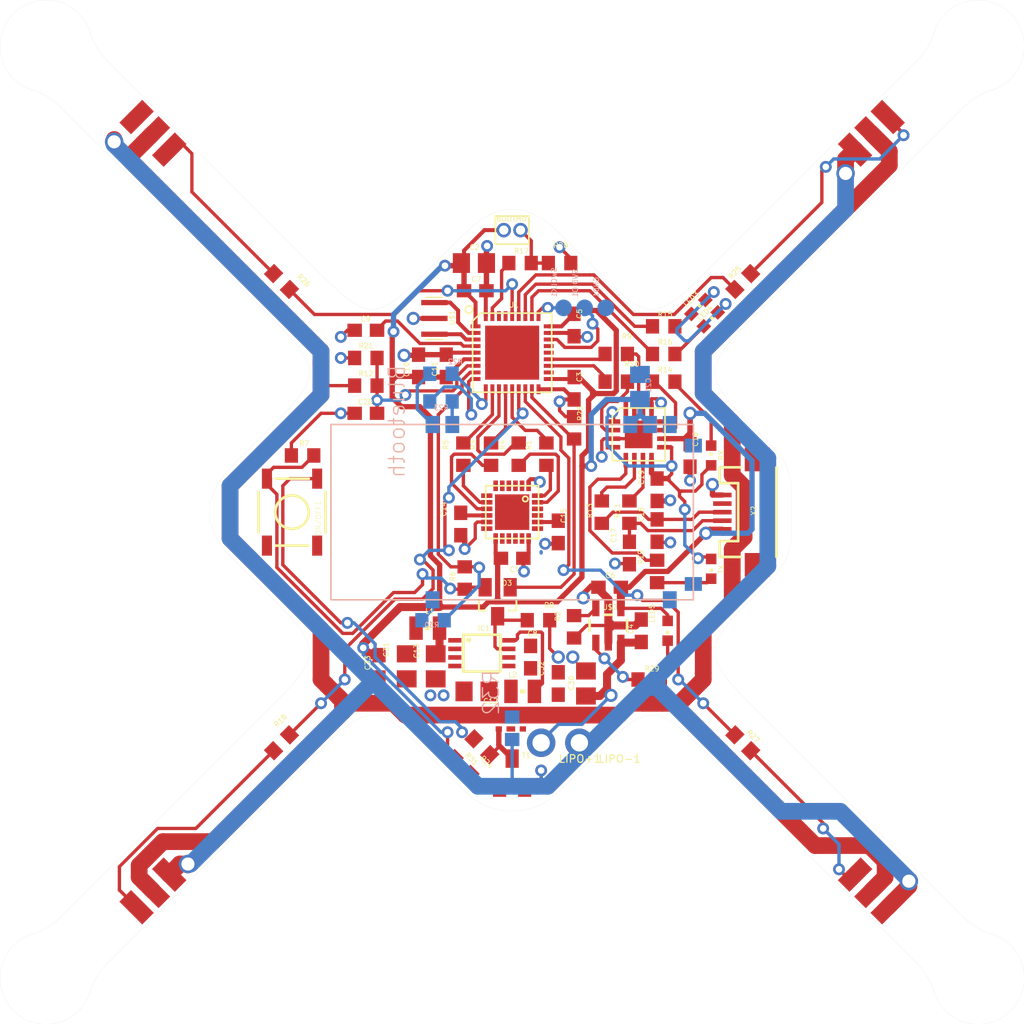
<source format=kicad_pcb>
(kicad_pcb (version 20171130) (host pcbnew 5.1.5+dfsg1-2build2)
  (layers (0 Top signal) (31 Bottom signal) (34 B.Paste user) (35 F.Paste user) (36 B.SilkS user) (37 F.SilkS user) (38 B.Mask user) (39 F.Mask user) (44 Edge.Cuts user))
  (net 0 "")
  (net 1 GND)
  (net 2 VCC)
  (net 3 /LED2)
  (net 4 "Net-(LED4-PadA)")
  (net 5 /BOOT0)
  (net 6 /MOT+)
  (net 7 /VOLTAGE)
  (net 8 /LED1)
  (net 9 "Net-(LED3-PadA)")
  (net 10 /SWDIO)
  (net 11 /SWCLK)
  (net 12 "Net-(U$3-Pad14)")
  (net 13 "Net-(U$3-Pad17)")
  (net 14 "Net-(U$3-Pad15)")
  (net 15 "Net-(U$3-Pad16)")
  (net 16 "Net-(U$3-Pad6)")
  (net 17 "Net-(U$3-Pad5)")
  (net 18 "Net-(U$3-Pad2)")
  (net 19 "Net-(U$3-Pad4)")
  (net 20 "Net-(U$3-Pad3)")
  (net 21 "Net-(U$3-Pad12)")
  (net 22 "Net-(U$3-Pad7)")
  (net 23 "Net-(R5-Pad2)")
  (net 24 "Net-(C14-Pad1)")
  (net 25 "Net-(R3-Pad2)")
  (net 26 "Net-(U$3-Pad19)")
  (net 27 "Net-(R1-Pad2)")
  (net 28 "Net-(R4-Pad2)")
  (net 29 "Net-(C15-Pad1)")
  (net 30 "Net-(U$3-Pad21)")
  (net 31 "Net-(U$3-Pad22)")
  (net 32 "Net-(U$3-Pad25)")
  (net 33 "Net-(U$4-Pad16)")
  (net 34 "Net-(R9-Pad1)")
  (net 35 "Net-(U$4-Pad14)")
  (net 36 "Net-(U$4-Pad12)")
  (net 37 "Net-(R14-Pad1)")
  (net 38 /VBUS)
  (net 39 /VCCIO)
  (net 40 "Net-(R11-Pad2)")
  (net 41 "Net-(R13-Pad2)")
  (net 42 "Net-(R19-Pad1)")
  (net 43 "Net-(U$4-Pad4)")
  (net 44 "Net-(R10-Pad1)")
  (net 45 "Net-(LED1-PadC)")
  (net 46 "Net-(LED2-PadC)")
  (net 47 "Net-(C17-Pad1)")
  (net 48 "Net-(C18-Pad1)")
  (net 49 /SPI1_MOSI)
  (net 50 /SPI1_MISO)
  (net 51 /SPI1_SCK)
  (net 52 /SPI1_CS)
  (net 53 /USART1_RX)
  (net 54 /USART1_TX)
  (net 55 "Net-(R2-Pad1)")
  (net 56 /LIPO)
  (net 57 "Net-(R29-Pad2)")
  (net 58 /MOT_GND)
  (net 59 /PWR_ON)
  (net 60 "Net-(C8-Pad2)")
  (net 61 "Net-(C8-Pad1)")
  (net 62 "Net-(C12-Pad1)")
  (net 63 "Net-(C13-Pad1)")
  (net 64 "Net-(IC1-Pad1)")
  (net 65 "Net-(D3-Pad2)")
  (net 66 /PWR_OFF)
  (net 67 "Net-(U1-Pad34)")
  (net 68 "Net-(U1-Pad33)")
  (net 69 /MOT4)
  (net 70 /MOT3)
  (net 71 "Net-(U1-Pad28)")
  (net 72 "Net-(U1-Pad25)")
  (net 73 "Net-(U1-Pad24)")
  (net 74 "Net-(U1-Pad23)")
  (net 75 "Net-(U1-Pad20)")
  (net 76 /PWR_ON_µC)
  (net 77 /MOT2)
  (net 78 /MOT1)
  (net 79 /USART2_RX)
  (net 80 /USART2_TX)
  (net 81 "Net-(C9-Pad2)")
  (net 82 "Net-(U$1-Pad1)")
  (net 83 "Net-(U$1-Pad3)")
  (net 84 /MT_PAD2)
  (net 85 /MT_PAD1)
  (net 86 "Net-(X2-PadID)")
  (net 87 "Net-(R22-Pad2)")
  (net 88 "Net-(R23-Pad2)")
  (net 89 "Net-(LED5-PadC)")
  (net 90 "Net-(R18-Pad2)")
  (net 91 "Net-(R25-Pad2)")
  (net 92 "Net-(R26-Pad2)")
  (net 93 "Net-(R27-Pad2)")
  (net 94 /N$30)
  (net 95 "Net-(R30-Pad1)")
  (net 96 "Net-(Q2-PadP$3)")
  (net 97 "Net-(R31-Pad2)")
  (net 98 "Net-(BOOTMD1-Pad2)")
  (module "" (layer Top) (at 113.145762 140.35894)
    (fp_text reference @HOLE0 hide)
    (fp_text value "" (at 0 0) (layer F.SilkS) (effects (font (size 1.27 1.27))))
    (pad "" np_thru_hole circle (at 0 0) (size 2.9 2.9) (drill 2.9) (layers *.Cu *.Mask))
  )
  (module "" (layer Top) (at 183.85644 140.35894)
    (fp_text reference @HOLE1 hide)
    (fp_text value "" (at 0 0) (layer F.SilkS) (effects (font (size 1.27 1.27))))
    (pad "" np_thru_hole circle (at 0 0) (size 2.9 2.9) (drill 2.9) (layers *.Cu *.Mask))
  )
  (module "" (layer Top) (at 183.85644 69.648262)
    (fp_text reference @HOLE2 hide)
    (fp_text value "" (at 0 0) (layer F.SilkS) (effects (font (size 1.27 1.27))))
    (pad "" np_thru_hole circle (at 0 0) (size 2.9 2.9) (drill 2.9) (layers *.Cu *.Mask))
  )
  (module "" (layer Top) (at 113.145762 69.648262)
    (fp_text reference @HOLE3 hide)
    (fp_text value "" (at 0 0) (layer F.SilkS) (effects (font (size 1.27 1.27))))
    (pad "" np_thru_hole circle (at 0 0) (size 2.9 2.9) (drill 2.9) (layers *.Cu *.Mask))
  )
  (module daGloane1.1:R0603 (layer Top) (at 160.001103 93.003599 180)
    (fp_text reference R16 (at 0.489 0.689) (layer F.SilkS) (effects (font (size 0.38608 0.38608) (thickness 0.057912)) (justify left bottom)))
    (fp_text value 150R)
    (pad 2 smd rect (at 0.85 0 180) (size 1 1.1) (layers Top F.Paste F.Mask) (net 3 /LED2))
    (pad 1 smd rect (at -0.85 0 180) (size 1 1.1) (layers Top F.Paste F.Mask) (net 4 "Net-(LED4-PadA)"))
  )
  (module daGloane1.1:R0603 (layer Top) (at 152.101103 86.103599 180)
    (fp_text reference R20 (at 0.511 1.111) (layer F.SilkS) (effects (font (size 0.38608 0.38608) (thickness 0.057912)) (justify left bottom)))
    (fp_text value 10k)
    (pad 2 smd rect (at 0.85 0 180) (size 1 1.1) (layers Top F.Paste F.Mask) (net 98 "Net-(BOOTMD1-Pad2)"))
    (pad 1 smd rect (at -0.85 0 180) (size 1 1.1) (layers Top F.Paste F.Mask) (net 1 GND))
  )
  (module daGloane1.1:R0603 (layer Top) (at 149.101103 86.103599)
    (fp_text reference R17 (at -0.489 -0.689) (layer F.SilkS) (effects (font (size 0.38608 0.38608) (thickness 0.057912)) (justify left bottom)))
    (fp_text value 10k)
    (pad 2 smd rect (at 0.85 0) (size 1 1.1) (layers Top F.Paste F.Mask) (net 98 "Net-(BOOTMD1-Pad2)"))
    (pad 1 smd rect (at -0.85 0) (size 1 1.1) (layers Top F.Paste F.Mask) (net 5 /BOOT0))
  )
  (module daGloane1.1:R0603 (layer Top) (at 137.401103 95.403599 180)
    (fp_text reference R12 (at 0.589 0.689) (layer F.SilkS) (effects (font (size 0.38608 0.38608) (thickness 0.057912)) (justify left bottom)))
    (fp_text value 1k)
    (pad 2 smd rect (at 0.85 0 180) (size 1 1.1) (layers Top F.Paste F.Mask) (net 6 /MOT+))
    (pad 1 smd rect (at -0.85 0 180) (size 1 1.1) (layers Top F.Paste F.Mask) (net 7 /VOLTAGE))
  )
  (module daGloane1.1:R0603 (layer Top) (at 137.401103 93.303599)
    (fp_text reference R21 (at -0.589 -0.689) (layer F.SilkS) (effects (font (size 0.38608 0.38608) (thickness 0.057912)) (justify left bottom)))
    (fp_text value 3k3)
    (pad 2 smd rect (at 0.85 0) (size 1 1.1) (layers Top F.Paste F.Mask) (net 7 /VOLTAGE))
    (pad 1 smd rect (at -0.85 0) (size 1 1.1) (layers Top F.Paste F.Mask) (net 1 GND))
  )
  (module daGloane1.1:C0603 (layer Top) (at 137.401103 97.503599 180)
    (fp_text reference C20 (at 0.635 0.635) (layer F.SilkS) (effects (font (size 0.38608 0.38608) (thickness 0.057912)) (justify left bottom)))
    (fp_text value 100nF)
    (pad 2 smd rect (at 0.85 0 180) (size 1.1 1) (layers Top F.Paste F.Mask) (net 1 GND))
    (pad 1 smd rect (at -0.85 0 180) (size 1.1 1) (layers Top F.Paste F.Mask) (net 7 /VOLTAGE))
  )
  (module daGloane1.1:R0603 (layer Top) (at 160.001103 90.903599 180)
    (fp_text reference R15 (at 0.489 0.689) (layer F.SilkS) (effects (font (size 0.38608 0.38608) (thickness 0.057912)) (justify left bottom)))
    (fp_text value 150R)
    (pad 2 smd rect (at 0.85 0 180) (size 1 1.1) (layers Top F.Paste F.Mask) (net 8 /LED1))
    (pad 1 smd rect (at -0.85 0 180) (size 1 1.1) (layers Top F.Paste F.Mask) (net 9 "Net-(LED3-PadA)"))
  )
  (module daGloane1.1:1X02_50MIL (layer Top) (at 148.501103 83.603599)
    (fp_text reference BOOTMD1 (at -1.2462 -0.6288) (layer F.SilkS) (effects (font (size 0.38608 0.38608) (thickness 0.057912)) (justify left bottom)))
    (fp_text value JUMPER-2 hide)
    (pad 2 thru_hole circle (at 0.635 0) (size 1.1 1.1) (drill 0.7) (layers *.Cu *.Mask) (net 98 "Net-(BOOTMD1-Pad2)"))
    (pad 1 thru_hole circle (at -0.635 0) (size 1.1 1.1) (drill 0.7) (layers *.Cu *.Mask) (net 2 VCC))
  )
  (module daGloane1.1:TESTPAD_B1,27 (layer Bottom) (at 154.001103 89.503599 180)
    (fp_text reference SWDIO1 (at 0.484 0.765 270) (layer B.SilkS) (effects (font (size 0.38608 0.38608) (thickness 0.057912)) (justify right bottom mirror)))
    (fp_text value TESTPAD_TPB1,27 hide)
    (pad PP smd roundrect (at 0 0 180) (size 1.27 1.27) (layers Bottom B.Mask) (roundrect_rratio 0.5) (net 10 /SWDIO))
  )
  (module daGloane1.1:TESTPAD_B1,27 (layer Bottom) (at 152.401103 89.503599 180)
    (fp_text reference SWCLK1 (at 0.484 0.765 270) (layer B.SilkS) (effects (font (size 0.38608 0.38608) (thickness 0.057912)) (justify right bottom mirror)))
    (fp_text value TESTPAD_TPB1,27 hide)
    (pad PP smd roundrect (at 0 0 180) (size 1.27 1.27) (layers Bottom B.Mask) (roundrect_rratio 0.5) (net 11 /SWCLK))
  )
  (module daGloane1.1:TESTPAD_B1,27 (layer Bottom) (at 155.601103 89.503599 180)
    (fp_text reference GND1 (at 0.484 0.765 270) (layer B.SilkS) (effects (font (size 0.38608 0.38608) (thickness 0.057912)) (justify right bottom mirror)))
    (fp_text value TESTPAD_TPB1,27 hide)
    (pad PP smd roundrect (at 0 0 180) (size 1.27 1.27) (layers Bottom B.Mask) (roundrect_rratio 0.5) (net 1 GND))
  )
  (module daGloane1.1:MPU6000 (layer Top) (at 148.501103 105.003599 270)
    (fp_text reference U$3 hide)
    (fp_text value MPU6000 hide)
    (pad 13 smd rect (at 2 1.25 270) (size 0.8 0.35) (layers Top F.Paste F.Mask) (net 2 VCC))
    (pad 18 smd rect (at 2 -1.25 270) (size 0.8 0.35) (layers Top F.Paste F.Mask) (net 1 GND))
    (pad 14 smd rect (at 2 0.75 270) (size 0.8 0.35) (layers Top F.Paste F.Mask) (net 12 "Net-(U$3-Pad14)"))
    (pad 17 smd rect (at 2 -0.75 270) (size 0.8 0.35) (layers Top F.Paste F.Mask) (net 13 "Net-(U$3-Pad17)"))
    (pad 15 smd rect (at 2 0.25 270) (size 0.8 0.35) (layers Top F.Paste F.Mask) (net 14 "Net-(U$3-Pad15)"))
    (pad 16 smd rect (at 2 -0.25 270) (size 0.8 0.35) (layers Top F.Paste F.Mask) (net 15 "Net-(U$3-Pad16)"))
    (pad 6 smd rect (at -2 1.25 270) (size 0.8 0.35) (layers Top F.Paste F.Mask) (net 16 "Net-(U$3-Pad6)"))
    (pad 1 smd rect (at -2 -1.25 270) (size 0.8 0.35) (layers Top F.Paste F.Mask) (net 1 GND))
    (pad 5 smd rect (at -2 0.75 270) (size 0.8 0.35) (layers Top F.Paste F.Mask) (net 17 "Net-(U$3-Pad5)"))
    (pad 2 smd rect (at -2 -0.75 270) (size 0.8 0.35) (layers Top F.Paste F.Mask) (net 18 "Net-(U$3-Pad2)"))
    (pad 4 smd rect (at -2 0.25 270) (size 0.8 0.35) (layers Top F.Paste F.Mask) (net 19 "Net-(U$3-Pad4)"))
    (pad 3 smd rect (at -2 -0.25 270) (size 0.8 0.35) (layers Top F.Paste F.Mask) (net 20 "Net-(U$3-Pad3)"))
    (pad 12 smd rect (at 1.25 1.925 270) (size 0.35 0.85) (layers Top F.Paste F.Mask) (net 21 "Net-(U$3-Pad12)"))
    (pad 7 smd rect (at -1.25 1.925 270) (size 0.35 0.85) (layers Top F.Paste F.Mask) (net 22 "Net-(U$3-Pad7)"))
    (pad 8 smd rect (at -0.75 1.925 270) (size 0.35 0.85) (layers Top F.Paste F.Mask) (net 23 "Net-(R5-Pad2)"))
    (pad 11 smd rect (at 0.75 1.925 270) (size 0.35 0.85) (layers Top F.Paste F.Mask) (net 1 GND))
    (pad 10 smd rect (at 0.25 1.925 270) (size 0.35 0.85) (layers Top F.Paste F.Mask) (net 24 "Net-(C14-Pad1)"))
    (pad 9 smd rect (at -0.25 1.925 270) (size 0.35 0.85) (layers Top F.Paste F.Mask) (net 25 "Net-(R3-Pad2)"))
    (pad 19 smd rect (at 1.25 -1.925 270) (size 0.35 0.85) (layers Top F.Paste F.Mask) (net 26 "Net-(U$3-Pad19)"))
    (pad 24 smd rect (at -1.25 -1.925 270) (size 0.35 0.85) (layers Top F.Paste F.Mask) (net 27 "Net-(R1-Pad2)"))
    (pad 23 smd rect (at -0.75 -1.925 270) (size 0.35 0.85) (layers Top F.Paste F.Mask) (net 28 "Net-(R4-Pad2)"))
    (pad 20 smd rect (at 0.75 -1.925 270) (size 0.35 0.85) (layers Top F.Paste F.Mask) (net 29 "Net-(C15-Pad1)"))
    (pad 21 smd rect (at 0.25 -1.925 270) (size 0.35 0.85) (layers Top F.Paste F.Mask) (net 30 "Net-(U$3-Pad21)"))
    (pad 22 smd rect (at -0.25 -1.925 270) (size 0.35 0.85) (layers Top F.Paste F.Mask) (net 31 "Net-(U$3-Pad22)"))
    (pad 25 smd rect (at 0 0 270) (size 2.7 2.6) (layers Top F.Mask) (net 32 "Net-(U$3-Pad25)"))
  )
  (module daGloane1.1:SERIAL_QFN4X4-16 (layer Top) (at 158.101103 99.103599)
    (fp_text reference U$4 hide)
    (fp_text value SERIAL_FT230XQ hide)
    (pad C smd rect (at 0 0) (size 2.1 2.1) (layers Top F.Mask) (net 1 GND))
    (pad 16 smd rect (at -0.975 -1.95 90) (size 1.1 0.35) (layers Top F.Paste F.Mask) (net 33 "Net-(U$4-Pad16)"))
    (pad 15 smd rect (at -0.325 -1.95 90) (size 1.1 0.35) (layers Top F.Paste F.Mask) (net 34 "Net-(R9-Pad1)"))
    (pad 14 smd rect (at 0.325 -1.95 90) (size 1.1 0.35) (layers Top F.Paste F.Mask) (net 35 "Net-(U$4-Pad14)"))
    (pad 13 smd rect (at 0.975 -1.95 90) (size 1.1 0.35) (layers Top F.Paste F.Mask) (net 1 GND))
    (pad 12 smd rect (at 1.95 -0.975 180) (size 1.1 0.35) (layers Top F.Paste F.Mask) (net 36 "Net-(U$4-Pad12)"))
    (pad 11 smd rect (at 1.95 -0.325 180) (size 1.1 0.35) (layers Top F.Paste F.Mask) (net 37 "Net-(R14-Pad1)"))
    (pad 10 smd rect (at 1.95 0.325 180) (size 1.1 0.35) (layers Top F.Paste F.Mask) (net 38 /VBUS))
    (pad 9 smd rect (at 1.95 0.975 180) (size 1.1 0.35) (layers Top F.Paste F.Mask) (net 39 /VCCIO))
    (pad 8 smd rect (at 0.975 1.95 270) (size 1.1 0.35) (layers Top F.Paste F.Mask) (net 39 /VCCIO))
    (pad 7 smd rect (at 0.325 1.95 270) (size 1.1 0.35) (layers Top F.Paste F.Mask) (net 40 "Net-(R11-Pad2)"))
    (pad 6 smd rect (at -0.325 1.95 270) (size 1.1 0.35) (layers Top F.Paste F.Mask) (net 41 "Net-(R13-Pad2)"))
    (pad 5 smd rect (at -0.975 1.95 270) (size 1.1 0.35) (layers Top F.Paste F.Mask) (net 42 "Net-(R19-Pad1)"))
    (pad 4 smd rect (at -1.95 0.975 180) (size 1.1 0.35) (layers Top F.Paste F.Mask) (net 43 "Net-(U$4-Pad4)"))
    (pad 3 smd rect (at -1.95 0.325 180) (size 1.1 0.35) (layers Top F.Paste F.Mask) (net 1 GND))
    (pad 2 smd rect (at -1.95 -0.325 180) (size 1.1 0.35) (layers Top F.Paste F.Mask) (net 44 "Net-(R10-Pad1)"))
    (pad 1 smd rect (at -1.95 -0.975 180) (size 1.1 0.35) (layers Top F.Paste F.Mask) (net 39 /VCCIO))
  )
  (module daGloane1.1:R0603 (layer Top) (at 160.001103 95.103599)
    (fp_text reference R14 (at -0.489007 -0.688996) (layer F.SilkS) (effects (font (size 0.38608 0.38608) (thickness 0.057912)) (justify left bottom)))
    (fp_text value 150R)
    (pad 2 smd rect (at 0.85 0) (size 1 1.1) (layers Top F.Paste F.Mask) (net 45 "Net-(LED1-PadC)"))
    (pad 1 smd rect (at -0.85 0) (size 1 1.1) (layers Top F.Paste F.Mask) (net 37 "Net-(R14-Pad1)"))
  )
  (module daGloane1.1:R0603 (layer Top) (at 159.501103 109.503599 270)
    (fp_text reference R19 (at -0.48899 1.011007 90) (layer F.SilkS) (effects (font (size 0.38608 0.38608) (thickness 0.057912)) (justify left bottom)))
    (fp_text value 150R)
    (pad 2 smd rect (at 0.85 0 270) (size 1 1.1) (layers Top F.Paste F.Mask) (net 46 "Net-(LED2-PadC)"))
    (pad 1 smd rect (at -0.85 0 270) (size 1 1.1) (layers Top F.Paste F.Mask) (net 42 "Net-(R19-Pad1)"))
  )
  (module daGloane1.1:R0603 (layer Top) (at 157.401103 105.003599 90)
    (fp_text reference R11 (at -0.489 -0.689 90) (layer F.SilkS) (effects (font (size 0.38608 0.38608) (thickness 0.057912)) (justify left bottom)))
    (fp_text value 27R)
    (pad 2 smd rect (at 0.85 0 90) (size 1 1.1) (layers Top F.Paste F.Mask) (net 40 "Net-(R11-Pad2)"))
    (pad 1 smd rect (at -0.85 0 90) (size 1 1.1) (layers Top F.Paste F.Mask) (net 47 "Net-(C17-Pad1)"))
  )
  (module daGloane1.1:R0603 (layer Top) (at 155.301103 105.003599 90)
    (fp_text reference R13 (at -0.489 -0.689 90) (layer F.SilkS) (effects (font (size 0.38608 0.38608) (thickness 0.057912)) (justify left bottom)))
    (fp_text value 27R)
    (pad 2 smd rect (at 0.85 0 90) (size 1 1.1) (layers Top F.Paste F.Mask) (net 41 "Net-(R13-Pad2)"))
    (pad 1 smd rect (at -0.85 0 90) (size 1 1.1) (layers Top F.Paste F.Mask) (net 48 "Net-(C18-Pad1)"))
  )
  (module daGloane1.1:C0603 (layer Top) (at 159.501103 106.403599 270)
    (fp_text reference C18 (at -0.635 0.965 90) (layer F.SilkS) (effects (font (size 0.38608 0.38608) (thickness 0.057912)) (justify left bottom)))
    (fp_text value 47pF)
    (pad 2 smd rect (at 0.85 0 270) (size 1.1 1) (layers Top F.Paste F.Mask) (net 1 GND))
    (pad 1 smd rect (at -0.85 0 270) (size 1.1 1) (layers Top F.Paste F.Mask) (net 48 "Net-(C18-Pad1)"))
  )
  (module daGloane1.1:C0603 (layer Top) (at 157.401103 108.103599 270)
    (fp_text reference C17 (at -0.735 0.965 90) (layer F.SilkS) (effects (font (size 0.38608 0.38608) (thickness 0.057912)) (justify left bottom)))
    (fp_text value 47pF)
    (pad 2 smd rect (at 0.85 0 270) (size 1.1 1) (layers Top F.Paste F.Mask) (net 1 GND))
    (pad 1 smd rect (at -0.85 0 270) (size 1.1 1) (layers Top F.Paste F.Mask) (net 47 "Net-(C17-Pad1)"))
  )
  (module daGloane1.1:C0603 (layer Top) (at 159.501103 103.303599 270)
    (fp_text reference C19 (at -0.335 0.965 90) (layer F.SilkS) (effects (font (size 0.38608 0.38608) (thickness 0.057912)) (justify left bottom)))
    (fp_text value 100nF)
    (pad 2 smd rect (at 0.85 0 270) (size 1.1 1) (layers Top F.Paste F.Mask) (net 1 GND))
    (pad 1 smd rect (at -0.85 0 270) (size 1.1 1) (layers Top F.Paste F.Mask) (net 39 /VCCIO))
  )
  (module daGloane1.1:C0603 (layer Top) (at 162.001103 100.703599 270)
    (fp_text reference C16 (at -0.635 -0.635 90) (layer F.SilkS) (effects (font (size 0.38608 0.38608) (thickness 0.057912)) (justify left bottom)))
    (fp_text value 10nF)
    (pad 2 smd rect (at 0.85 0 270) (size 1.1 1) (layers Top F.Paste F.Mask) (net 1 GND))
    (pad 1 smd rect (at -0.85 0 270) (size 1.1 1) (layers Top F.Paste F.Mask) (net 38 /VBUS))
  )
  (module daGloane1.1:C0603 (layer Top) (at 148.501103 108.503599)
    (fp_text reference C1 (at -0.235 1.065) (layer F.SilkS) (effects (font (size 0.38608 0.38608) (thickness 0.057912)) (justify left bottom)))
    (fp_text value 100nF)
    (pad 2 smd rect (at 0.85 0) (size 1.1 1) (layers Top F.Paste F.Mask) (net 1 GND))
    (pad 1 smd rect (at -0.85 0) (size 1.1 1) (layers Top F.Paste F.Mask) (net 2 VCC))
  )
  (module daGloane1.1:C0603 (layer Top) (at 152.001103 106.503599 270)
    (fp_text reference C15 (at -0.635 -0.635 90) (layer F.SilkS) (effects (font (size 0.38608 0.38608) (thickness 0.057912)) (justify left bottom)))
    (fp_text value 2.2nF)
    (pad 2 smd rect (at 0.85 0 270) (size 1.1 1) (layers Top F.Paste F.Mask) (net 1 GND))
    (pad 1 smd rect (at -0.85 0 270) (size 1.1 1) (layers Top F.Paste F.Mask) (net 29 "Net-(C15-Pad1)"))
  )
  (module daGloane1.1:C0603 (layer Top) (at 144.601103 105.903599 270)
    (fp_text reference C14 (at -0.535 1.065 90) (layer F.SilkS) (effects (font (size 0.38608 0.38608) (thickness 0.057912)) (justify left bottom)))
    (fp_text value 100nF)
    (pad 2 smd rect (at 0.85 0 270) (size 1.1 1) (layers Top F.Paste F.Mask) (net 1 GND))
    (pad 1 smd rect (at -0.85 0 270) (size 1.1 1) (layers Top F.Paste F.Mask) (net 24 "Net-(C14-Pad1)"))
  )
  (module daGloane1.1:R0603 (layer Top) (at 151.101103 100.603599 270)
    (fp_text reference R1 (at -0.289 1.111 90) (layer F.SilkS) (effects (font (size 0.38608 0.38608) (thickness 0.057912)) (justify left bottom)))
    (fp_text value 150R)
    (pad 2 smd rect (at 0.85 0 270) (size 1 1.1) (layers Top F.Paste F.Mask) (net 27 "Net-(R1-Pad2)"))
    (pad 1 smd rect (at -0.85 0 270) (size 1 1.1) (layers Top F.Paste F.Mask) (net 49 /SPI1_MOSI))
  )
  (module daGloane1.1:R0603 (layer Top) (at 146.901103 100.603599 270)
    (fp_text reference R3 (at -0.289 1.111 90) (layer F.SilkS) (effects (font (size 0.38608 0.38608) (thickness 0.057912)) (justify left bottom)))
    (fp_text value 150R)
    (pad 2 smd rect (at 0.85 0 270) (size 1 1.1) (layers Top F.Paste F.Mask) (net 25 "Net-(R3-Pad2)"))
    (pad 1 smd rect (at -0.85 0 270) (size 1 1.1) (layers Top F.Paste F.Mask) (net 50 /SPI1_MISO))
  )
  (module daGloane1.1:R0603 (layer Top) (at 149.001103 100.603599 270)
    (fp_text reference R4 (at -0.289 1.011 90) (layer F.SilkS) (effects (font (size 0.38608 0.38608) (thickness 0.057912)) (justify left bottom)))
    (fp_text value 150R)
    (pad 2 smd rect (at 0.85 0 270) (size 1 1.1) (layers Top F.Paste F.Mask) (net 28 "Net-(R4-Pad2)"))
    (pad 1 smd rect (at -0.85 0 270) (size 1 1.1) (layers Top F.Paste F.Mask) (net 51 /SPI1_SCK))
  )
  (module daGloane1.1:R0603 (layer Top) (at 144.801103 100.603599 270)
    (fp_text reference R5 (at -0.289 1.111 90) (layer F.SilkS) (effects (font (size 0.38608 0.38608) (thickness 0.057912)) (justify left bottom)))
    (fp_text value 150R)
    (pad 2 smd rect (at 0.85 0 270) (size 1 1.1) (layers Top F.Paste F.Mask) (net 23 "Net-(R5-Pad2)"))
    (pad 1 smd rect (at -0.85 0 270) (size 1 1.1) (layers Top F.Paste F.Mask) (net 52 /SPI1_CS))
  )
  (module daGloane1.1:R0603 (layer Top) (at 156.401103 93.003599 180)
    (fp_text reference R9 (at -0.389 1.111) (layer F.SilkS) (effects (font (size 0.38608 0.38608) (thickness 0.057912)) (justify left bottom)))
    (fp_text value 1k)
    (pad 2 smd rect (at 0.85 0 180) (size 1 1.1) (layers Top F.Paste F.Mask) (net 53 /USART1_RX))
    (pad 1 smd rect (at -0.85 0 180) (size 1 1.1) (layers Top F.Paste F.Mask) (net 34 "Net-(R9-Pad1)"))
  )
  (module daGloane1.1:R0603 (layer Top) (at 156.401103 95.103599 180)
    (fp_text reference R10 (at -0.589 1.111) (layer F.SilkS) (effects (font (size 0.38608 0.38608) (thickness 0.057912)) (justify left bottom)))
    (fp_text value 1k)
    (pad 2 smd rect (at 0.85 0 180) (size 1 1.1) (layers Top F.Paste F.Mask) (net 54 /USART1_TX))
    (pad 1 smd rect (at -0.85 0 180) (size 1 1.1) (layers Top F.Paste F.Mask) (net 44 "Net-(R10-Pad1)"))
  )
  (module daGloane1.1:CHIPLED_0603 (layer Top) (at 162.63039 89.43289 315)
    (fp_text reference LED3 (at -0.562892 0.704314 45) (layer F.SilkS) (effects (font (size 0.38608 0.38608) (thickness 0.057912)) (justify left bottom)))
    (fp_text value LEDCHIPLED_0603)
    (pad A smd rect (at 0 0.75 315) (size 0.8 0.8) (layers Top F.Paste F.Mask) (net 9 "Net-(LED3-PadA)"))
    (pad C smd rect (at 0 -0.75 315) (size 0.8 0.8) (layers Top F.Paste F.Mask) (net 1 GND))
  )
  (module daGloane1.1:CHIPLED_0603 (layer Top) (at 163.571812 90.374312 315)
    (fp_text reference LED4 (at -0.421473 0.704316 45) (layer F.SilkS) (effects (font (size 0.38608 0.38608) (thickness 0.057912)) (justify left bottom)))
    (fp_text value LEDCHIPLED_0603)
    (pad A smd rect (at 0 0.75 315) (size 0.8 0.8) (layers Top F.Paste F.Mask) (net 4 "Net-(LED4-PadA)"))
    (pad C smd rect (at 0 -0.75 315) (size 0.8 0.8) (layers Top F.Paste F.Mask) (net 1 GND))
  )
  (module daGloane1.1:CHIPLED_0603 (layer Top) (at 163.601103 100.703599)
    (fp_text reference LED1 hide)
    (fp_text value LEDCHIPLED_0603)
    (pad A smd rect (at 0 0.75) (size 0.8 0.8) (layers Top F.Paste F.Mask) (net 39 /VCCIO))
    (pad C smd rect (at 0 -0.75) (size 0.8 0.8) (layers Top F.Paste F.Mask) (net 45 "Net-(LED1-PadC)"))
  )
  (module daGloane1.1:CHIPLED_0603 (layer Top) (at 163.601103 109.303599 180)
    (fp_text reference LED2 hide)
    (fp_text value LEDCHIPLED_0603)
    (pad A smd rect (at 0 0.75 180) (size 0.8 0.8) (layers Top F.Paste F.Mask) (net 39 /VCCIO))
    (pad C smd rect (at 0 -0.75 180) (size 0.8 0.8) (layers Top F.Paste F.Mask) (net 46 "Net-(LED2-PadC)"))
  )
  (module daGloane1.1:SPARKFUN_SOT23-5 (layer Top) (at 155.801103 113.603599)
    (fp_text reference U$2 (at -0.489 -1.159) (layer F.SilkS) (effects (font (size 0.38608 0.38608) (thickness 0.057912)) (justify left bottom)))
    (fp_text value SPARKFUN_MCP73831)
    (pad 5 smd rect (at -0.95 -1.3001) (size 0.55 1.2) (layers Top F.Paste F.Mask) (net 55 "Net-(R2-Pad1)"))
    (pad 4 smd rect (at 0.95 -1.3001) (size 0.55 1.2) (layers Top F.Paste F.Mask) (net 38 /VBUS))
    (pad 3 smd rect (at 0.95 1.3001) (size 0.55 1.2) (layers Top F.Paste F.Mask) (net 56 /LIPO))
    (pad 2 smd rect (at 0 1.3001) (size 0.55 1.2) (layers Top F.Paste F.Mask) (net 1 GND))
    (pad 1 smd rect (at -0.95 1.3001) (size 0.55 1.2) (layers Top F.Paste F.Mask) (net 57 "Net-(R29-Pad2)"))
  )
  (module daGloane1.1:C0603 (layer Top) (at 155.901103 110.703599)
    (fp_text reference C6 (at -0.37 -0.67) (layer F.SilkS) (effects (font (size 0.38608 0.38608) (thickness 0.057912)) (justify left bottom)))
    (fp_text value 4.7µF)
    (pad 2 smd rect (at 0.85 0) (size 1.1 1) (layers Top F.Paste F.Mask) (net 38 /VBUS))
    (pad 1 smd rect (at -0.85 0) (size 1.1 1) (layers Top F.Paste F.Mask) (net 1 GND))
  )
  (module daGloane1.1:C0603 (layer Top) (at 158.301103 114.003599 90)
    (fp_text reference C4 (at -0.27 -0.57 90) (layer F.SilkS) (effects (font (size 0.38608 0.38608) (thickness 0.057912)) (justify left bottom)))
    (fp_text value 4.7µF)
    (pad 2 smd rect (at 0.85 0 90) (size 1.1 1) (layers Top F.Paste F.Mask) (net 1 GND))
    (pad 1 smd rect (at -0.85 0 90) (size 1.1 1) (layers Top F.Paste F.Mask) (net 56 /LIPO))
  )
  (module daGloane1.1:P1-13 (layer Top) (at 150.701103 122.503599 180)
    (fp_text reference LIPO+1 (at -1.289 -1.559) (layer F.SilkS) (effects (font (size 0.57912 0.57912) (thickness 0.086868)) (justify left bottom)))
    (fp_text value TPSPAD1-13)
    (pad TP thru_hole circle (at 0 0 180) (size 2.159 2.159) (drill 1.3208) (layers *.Cu *.Mask) (net 56 /LIPO))
  )
  (module daGloane1.1:P1-13 (layer Top) (at 153.601103 122.503599 180)
    (fp_text reference LIPO-1 (at -1.389 -1.559) (layer F.SilkS) (effects (font (size 0.57912 0.57912) (thickness 0.086868)) (justify left bottom)))
    (fp_text value TPSPAD1-13)
    (pad TP thru_hole circle (at 0 0 180) (size 2.159 2.159) (drill 1.3208) (layers *.Cu *.Mask) (net 58 /MOT_GND))
  )
  (module daGloane1.1:R0603 (layer Top) (at 153.201103 113.703599 270)
    (fp_text reference R2 (at -0.389 1.011 90) (layer F.SilkS) (effects (font (size 0.38608 0.38608) (thickness 0.057912)) (justify left bottom)))
    (fp_text value 2k)
    (pad 2 smd rect (at 0.85 0 270) (size 1 1.1) (layers Top F.Paste F.Mask) (net 1 GND))
    (pad 1 smd rect (at -0.85 0 270) (size 1 1.1) (layers Top F.Paste F.Mask) (net 55 "Net-(R2-Pad1)"))
  )
  (module daGloane1.1:MSOP8 (layer Top) (at 146.201103 115.703599 270)
    (fp_text reference IC1 (at -1.65 0.35) (layer F.SilkS) (effects (font (size 0.38608 0.38608) (thickness 0.057912)) (justify left bottom)))
    (fp_text value MCP1252-33X50 hide)
    (pad 8 smd rect (at -0.975 -2.05 270) (size 0.35 1) (layers Top F.Paste F.Mask) (net 56 /LIPO))
    (pad 7 smd rect (at -0.325 -2.05 270) (size 0.35 1) (layers Top F.Paste F.Mask) (net 59 /PWR_ON))
    (pad 6 smd rect (at 0.325 -2.05 270) (size 0.35 1) (layers Top F.Paste F.Mask) (net 60 "Net-(C8-Pad2)"))
    (pad 5 smd rect (at 0.975 -2.05 270) (size 0.35 1) (layers Top F.Paste F.Mask) (net 61 "Net-(C8-Pad1)"))
    (pad 4 smd rect (at 0.975 2.05 270) (size 0.35 1) (layers Top F.Paste F.Mask) (net 1 GND))
    (pad 3 smd rect (at 0.325 2.05 270) (size 0.35 1) (layers Top F.Paste F.Mask) (net 62 "Net-(C12-Pad1)"))
    (pad 2 smd rect (at -0.325 2.05 270) (size 0.35 1) (layers Top F.Paste F.Mask) (net 63 "Net-(C13-Pad1)"))
    (pad 1 smd rect (at -0.975 2.05 270) (size 0.35 1) (layers Top F.Paste F.Mask) (net 64 "Net-(IC1-Pad1)"))
  )
  (module daGloane1.1:C0805 (layer Top) (at 142.701103 116.703599 270)
    (fp_text reference C13 (at -0.57 1.23 90) (layer F.SilkS) (effects (font (size 0.38608 0.38608) (thickness 0.057912)) (justify left bottom)))
    (fp_text value 10µF/6.3V)
    (pad 2 smd rect (at 0.95 0 270) (size 1.3 1.5) (layers Top F.Paste F.Mask) (net 1 GND))
    (pad 1 smd rect (at -0.95 0 270) (size 1.3 1.5) (layers Top F.Paste F.Mask) (net 63 "Net-(C13-Pad1)"))
  )
  (module daGloane1.1:C0805 (layer Top) (at 145.801103 118.603599 180)
    (fp_text reference C12 (at -0.47 -0.97) (layer F.SilkS) (effects (font (size 0.38608 0.38608) (thickness 0.057912)) (justify left bottom)))
    (fp_text value 10µF/6.3V)
    (pad 2 smd rect (at 0.95 0 180) (size 1.3 1.5) (layers Top F.Paste F.Mask) (net 1 GND))
    (pad 1 smd rect (at -0.95 0 180) (size 1.3 1.5) (layers Top F.Paste F.Mask) (net 62 "Net-(C12-Pad1)"))
  )
  (module daGloane1.1:C0603 (layer Top) (at 149.901103 116.003599 90)
    (fp_text reference C8 (at 1.57 -0.27) (layer F.SilkS) (effects (font (size 0.38608 0.38608) (thickness 0.057912)) (justify left bottom)))
    (fp_text value 1µF)
    (pad 2 smd rect (at 0.85 0 90) (size 1.1 1) (layers Top F.Paste F.Mask) (net 60 "Net-(C8-Pad2)"))
    (pad 1 smd rect (at -0.85 0 90) (size 1.1 1) (layers Top F.Paste F.Mask) (net 61 "Net-(C8-Pad1)"))
  )
  (module daGloane1.1:R0603 (layer Top) (at 132.601103 100.703599)
    (fp_text reference R7 (at -0.289 -0.689) (layer F.SilkS) (effects (font (size 0.38608 0.38608) (thickness 0.057912)) (justify left bottom)))
    (fp_text value 10k)
    (pad 2 smd rect (at 0.85 0) (size 1 1.1) (layers Top F.Paste F.Mask) (net 65 "Net-(D3-Pad2)"))
    (pad 1 smd rect (at -0.85 0) (size 1 1.1) (layers Top F.Paste F.Mask) (net 1 GND))
  )
  (module daGloane1.1:R0603 (layer Top) (at 144.901103 110.003599 90)
    (fp_text reference R6 (at -0.289 -0.689 90) (layer F.SilkS) (effects (font (size 0.38608 0.38608) (thickness 0.057912)) (justify left bottom)))
    (fp_text value 10k)
    (pad 2 smd rect (at 0.85 0 90) (size 1 1.1) (layers Top F.Paste F.Mask) (net 66 /PWR_OFF))
    (pad 1 smd rect (at -0.85 0 90) (size 1 1.1) (layers Top F.Paste F.Mask) (net 65 "Net-(D3-Pad2)"))
  )
  (module daGloane1.1:R0603 (layer Top) (at 150.501103 113.203599 180)
    (fp_text reference R8 (at -0.389 0.911) (layer F.SilkS) (effects (font (size 0.38608 0.38608) (thickness 0.057912)) (justify left bottom)))
    (fp_text value 10k)
    (pad 2 smd rect (at 0.85 0 180) (size 1 1.1) (layers Top F.Paste F.Mask) (net 59 /PWR_ON))
    (pad 1 smd rect (at -0.85 0 180) (size 1 1.1) (layers Top F.Paste F.Mask) (net 1 GND))
  )
  (module daGloane1.1:VFQFPN36 (layer Top) (at 148.501103 92.903599)
    (fp_text reference U1 (at -0.3 -3.4) (layer F.SilkS) (effects (font (size 0.38608 0.38608) (thickness 0.057912)) (justify left bottom)))
    (fp_text value STM32F10XTXU6)
    (pad TP smd rect (at 0 0) (size 4.1 4.1) (layers Top F.Mask))
    (pad 36 smd rect (at -2 -2.775 270) (size 0.75 0.3) (layers Top F.Paste F.Mask) (net 1 GND))
    (pad 35 smd rect (at -1.5 -2.775 270) (size 0.75 0.3) (layers Top F.Paste F.Mask) (net 5 /BOOT0))
    (pad 34 smd rect (at -1 -2.775 270) (size 0.75 0.3) (layers Top F.Paste F.Mask) (net 67 "Net-(U1-Pad34)"))
    (pad 33 smd rect (at -0.5 -2.775 270) (size 0.75 0.3) (layers Top F.Paste F.Mask) (net 68 "Net-(U1-Pad33)"))
    (pad 32 smd rect (at 0 -2.775 270) (size 0.75 0.3) (layers Top F.Paste F.Mask) (net 69 /MOT4))
    (pad 31 smd rect (at 0.5 -2.775 270) (size 0.75 0.3) (layers Top F.Paste F.Mask) (net 70 /MOT3))
    (pad 30 smd rect (at 1 -2.775 270) (size 0.75 0.3) (layers Top F.Paste F.Mask) (net 8 /LED1))
    (pad 29 smd rect (at 1.5 -2.775 270) (size 0.75 0.3) (layers Top F.Paste F.Mask) (net 3 /LED2))
    (pad 28 smd rect (at 2 -2.775 270) (size 0.75 0.3) (layers Top F.Paste F.Mask) (net 71 "Net-(U1-Pad28)"))
    (pad 27 smd rect (at 2.775 -2 180) (size 0.75 0.3) (layers Top F.Paste F.Mask) (net 2 VCC))
    (pad 26 smd rect (at 2.775 -1.5 180) (size 0.75 0.3) (layers Top F.Paste F.Mask) (net 1 GND))
    (pad 25 smd rect (at 2.775 -1 180) (size 0.75 0.3) (layers Top F.Paste F.Mask) (net 72 "Net-(U1-Pad25)"))
    (pad 24 smd rect (at 2.775 -0.5 180) (size 0.75 0.3) (layers Top F.Paste F.Mask) (net 73 "Net-(U1-Pad24)"))
    (pad 23 smd rect (at 2.775 0 180) (size 0.75 0.3) (layers Top F.Paste F.Mask) (net 74 "Net-(U1-Pad23)"))
    (pad 22 smd rect (at 2.775 0.5 180) (size 0.75 0.3) (layers Top F.Paste F.Mask) (net 53 /USART1_RX))
    (pad 21 smd rect (at 2.775 1 180) (size 0.75 0.3) (layers Top F.Paste F.Mask) (net 54 /USART1_TX))
    (pad 20 smd rect (at 2.775 1.5 180) (size 0.75 0.3) (layers Top F.Paste F.Mask) (net 75 "Net-(U1-Pad20)"))
    (pad 19 smd rect (at 2.775 2 180) (size 0.75 0.3) (layers Top F.Paste F.Mask) (net 2 VCC))
    (pad 18 smd rect (at 2 2.775 90) (size 0.75 0.3) (layers Top F.Paste F.Mask) (net 1 GND))
    (pad 17 smd rect (at 1.5 2.775 90) (size 0.75 0.3) (layers Top F.Paste F.Mask) (net 76 /PWR_ON_µC))
    (pad 16 smd rect (at 1 2.775 90) (size 0.75 0.3) (layers Top F.Paste F.Mask) (net 77 /MOT2))
    (pad 15 smd rect (at 0.5 2.775 90) (size 0.75 0.3) (layers Top F.Paste F.Mask) (net 78 /MOT1))
    (pad 14 smd rect (at 0 2.775 90) (size 0.75 0.3) (layers Top F.Paste F.Mask) (net 49 /SPI1_MOSI))
    (pad 13 smd rect (at -0.5 2.775 90) (size 0.75 0.3) (layers Top F.Paste F.Mask) (net 50 /SPI1_MISO))
    (pad 12 smd rect (at -1 2.775 90) (size 0.75 0.3) (layers Top F.Paste F.Mask) (net 51 /SPI1_SCK))
    (pad 11 smd rect (at -1.5 2.775 90) (size 0.75 0.3) (layers Top F.Paste F.Mask) (net 52 /SPI1_CS))
    (pad 10 smd rect (at -2 2.775 90) (size 0.75 0.3) (layers Top F.Paste F.Mask) (net 79 /USART2_RX))
    (pad 9 smd rect (at -2.775 2) (size 0.75 0.3) (layers Top F.Paste F.Mask) (net 80 /USART2_TX))
    (pad 8 smd rect (at -2.775 1.5) (size 0.75 0.3) (layers Top F.Paste F.Mask) (net 66 /PWR_OFF))
    (pad 7 smd rect (at -2.775 1) (size 0.75 0.3) (layers Top F.Paste F.Mask) (net 7 /VOLTAGE))
    (pad 6 smd rect (at -2.775 0.5) (size 0.75 0.3) (layers Top F.Paste F.Mask) (net 2 VCC))
    (pad 5 smd rect (at -2.775 0) (size 0.75 0.3) (layers Top F.Paste F.Mask) (net 1 GND))
    (pad 4 smd rect (at -2.775 -0.5) (size 0.75 0.3) (layers Top F.Paste F.Mask) (net 81 "Net-(C9-Pad2)"))
    (pad 3 smd rect (at -2.775 -1) (size 0.75 0.3) (layers Top F.Paste F.Mask) (net 82 "Net-(U$1-Pad1)"))
    (pad 2 smd rect (at -2.775 -1.5) (size 0.75 0.3) (layers Top F.Paste F.Mask) (net 83 "Net-(U$1-Pad3)"))
    (pad 1 smd rect (at -2.775 -2) (size 0.75 0.3) (layers Top F.Paste F.Mask) (net 2 VCC))
  )
  (module daGloane1.1:MURATA-FILTER_CSTCE__G (layer Top) (at 142.601103 90.303599 90)
    (fp_text reference U$1 (at -0.54 1.576 90) (layer F.SilkS) (effects (font (size 0.38608 0.38608) (thickness 0.057912)) (justify left bottom)))
    (fp_text value MURATA-FILTER_CSTCE__G hide)
    (pad 3 smd rect (at 1.2 0 90) (size 0.4 2) (layers Top F.Paste F.Mask) (net 83 "Net-(U$1-Pad3)"))
    (pad 2 smd rect (at 0 0 90) (size 0.4 2) (layers Top F.Paste F.Mask) (net 1 GND))
    (pad 1 smd rect (at -1.2 0 90) (size 0.4 2) (layers Top F.Paste F.Mask) (net 82 "Net-(U$1-Pad1)"))
  )
  (module daGloane1.1:C0603 (layer Top) (at 137.401103 91.203599)
    (fp_text reference C9 (at -0.435 -0.635) (layer F.SilkS) (effects (font (size 0.38608 0.38608) (thickness 0.057912)) (justify left bottom)))
    (fp_text value 100nF)
    (pad 2 smd rect (at 0.85 0) (size 1.1 1) (layers Top F.Paste F.Mask) (net 81 "Net-(C9-Pad2)"))
    (pad 1 smd rect (at -0.85 0) (size 1.1 1) (layers Top F.Paste F.Mask) (net 1 GND))
  )
  (module daGloane1.1:C0603 (layer Top) (at 145.701103 88.203599)
    (fp_text reference C7 (at -0.335 -0.635) (layer F.SilkS) (effects (font (size 0.38608 0.38608) (thickness 0.057912)) (justify left bottom)))
    (fp_text value 100nF)
    (pad 2 smd rect (at 0.85 0) (size 1.1 1) (layers Top F.Paste F.Mask) (net 1 GND))
    (pad 1 smd rect (at -0.85 0) (size 1.1 1) (layers Top F.Paste F.Mask) (net 2 VCC))
  )
  (module daGloane1.1:C0603 (layer Top) (at 153.201103 90.803599 270)
    (fp_text reference C5 (at -0.435 -0.635 90) (layer F.SilkS) (effects (font (size 0.38608 0.38608) (thickness 0.057912)) (justify left bottom)))
    (fp_text value 100nF)
    (pad 2 smd rect (at 0.85 0 270) (size 1.1 1) (layers Top F.Paste F.Mask) (net 1 GND))
    (pad 1 smd rect (at -0.85 0 270) (size 1.1 1) (layers Top F.Paste F.Mask) (net 2 VCC))
  )
  (module daGloane1.1:C0603 (layer Top) (at 153.201103 95.603599 270)
    (fp_text reference C3 (at -0.435 -0.635 90) (layer F.SilkS) (effects (font (size 0.38608 0.38608) (thickness 0.057912)) (justify left bottom)))
    (fp_text value 100nF)
    (pad 2 smd rect (at 0.85 0 270) (size 1.1 1) (layers Top F.Paste F.Mask) (net 1 GND))
    (pad 1 smd rect (at -0.85 0 270) (size 1.1 1) (layers Top F.Paste F.Mask) (net 2 VCC))
  )
  (module daGloane1.1:C0805 (layer Top) (at 145.601103 86.103599)
    (fp_text reference C2 (at -0.37 -0.97) (layer F.SilkS) (effects (font (size 0.38608 0.38608) (thickness 0.057912)) (justify left bottom)))
    (fp_text value 10µF/6.3V)
    (pad 2 smd rect (at 0.95 0) (size 1.3 1.5) (layers Top F.Paste F.Mask) (net 1 GND))
    (pad 1 smd rect (at -0.95 0) (size 1.3 1.5) (layers Top F.Paste F.Mask) (net 2 VCC))
  )
  (module daGloane1.1:C0603 (layer Top) (at 143.501103 93.903599 90)
    (fp_text reference C11 (at -0.835 -0.635 90) (layer F.SilkS) (effects (font (size 0.38608 0.38608) (thickness 0.057912)) (justify left bottom)))
    (fp_text value 10nF)
    (pad 2 smd rect (at 0.85 0 90) (size 1.1 1) (layers Top F.Paste F.Mask) (net 1 GND))
    (pad 1 smd rect (at -0.85 0 90) (size 1.1 1) (layers Top F.Paste F.Mask) (net 2 VCC))
  )
  (module daGloane1.1:C0603 (layer Top) (at 141.401103 93.903599 90)
    (fp_text reference C10 (at -0.87 -0.67 90) (layer F.SilkS) (effects (font (size 0.38608 0.38608) (thickness 0.057912)) (justify left bottom)))
    (fp_text value 1µF)
    (pad 2 smd rect (at 0.85 0 90) (size 1.1 1) (layers Top F.Paste F.Mask) (net 1 GND))
    (pad 1 smd rect (at -0.85 0 90) (size 1.1 1) (layers Top F.Paste F.Mask) (net 2 VCC))
  )
  (module daGloane1.1:SPARKFUN-CONNECTORS_USB-MICROB (layer Top) (at 167.101103 105.003599 90)
    (fp_text reference X2 (at -0.3 -0.05 90) (layer F.SilkS) (effects (font (size 0.38608 0.38608) (thickness 0.057912)) (justify left bottom)))
    (fp_text value USB_MICROB_PLUG_MT)
    (pad VBUS smd rect (at -1.3 -2.65 180) (size 1.4 0.35) (layers Top F.Paste F.Mask) (net 38 /VBUS))
    (pad MT2 smd rect (at 4 0 90) (size 1.8 1.9) (layers Top F.Paste F.Mask) (net 84 /MT_PAD2))
    (pad MT1 smd rect (at -4 0 90) (size 1.8 1.9) (layers Top F.Paste F.Mask) (net 85 /MT_PAD1))
    (pad ID smd rect (at 0.65 -2.65 180) (size 1.4 0.35) (layers Top F.Paste F.Mask) (net 86 "Net-(X2-PadID)"))
    (pad GND smd rect (at 1.3 -2.65 180) (size 1.4 0.35) (layers Top F.Paste F.Mask) (net 1 GND))
    (pad D- smd rect (at -0.65 -2.65 180) (size 1.4 0.35) (layers Top F.Paste F.Mask) (net 47 "Net-(C17-Pad1)"))
    (pad D+ smd rect (at 0 -2.65 180) (size 1.4 0.35) (layers Top F.Paste F.Mask) (net 48 "Net-(C18-Pad1)"))
  )
  (module daGloane1.1:C0805 (layer Bottom) (at 158.201103 95.503599 90)
    (fp_text reference C21 (at -0.469997 0.87 90) (layer B.SilkS) (effects (font (size 0.38608 0.38608) (thickness 0.057912)) (justify right bottom mirror)))
    (fp_text value 10µF/6.3V)
    (pad 2 smd rect (at 0.95 0 90) (size 1.3 1.5) (layers Bottom B.Paste B.Mask) (net 1 GND))
    (pad 1 smd rect (at -0.95 0 90) (size 1.3 1.5) (layers Bottom B.Paste B.Mask) (net 2 VCC))
  )
  (module daGloane1.1:R0603 (layer Bottom) (at 143.101103 94.503599 180)
    (fp_text reference R22 (at -0.489 0.689) (layer B.SilkS) (effects (font (size 0.38608 0.38608) (thickness 0.057912)) (justify right bottom mirror)))
    (fp_text value 1k)
    (pad 2 smd rect (at 0.85 0 180) (size 1 1.1) (layers Bottom B.Paste B.Mask) (net 87 "Net-(R22-Pad2)"))
    (pad 1 smd rect (at -0.85 0 180) (size 1 1.1) (layers Bottom B.Paste B.Mask) (net 79 /USART2_RX))
  )
  (module daGloane1.1:R0603 (layer Bottom) (at 143.101103 96.603599)
    (fp_text reference R23 (at -0.589 0.688997) (layer B.SilkS) (effects (font (size 0.38608 0.38608) (thickness 0.057912)) (justify right bottom mirror)))
    (fp_text value 1k)
    (pad 2 smd rect (at 0.85 0) (size 1 1.1) (layers Bottom B.Paste B.Mask) (net 88 "Net-(R23-Pad2)"))
    (pad 1 smd rect (at -0.85 0) (size 1 1.1) (layers Bottom B.Paste B.Mask) (net 80 /USART2_TX))
  )
  (module daGloane1.1:SOT23 (layer Top) (at 147.401103 111.803599 180)
    (fp_text reference D3 (at -0.305 1.195) (layer F.SilkS) (effects (font (size 0.38608 0.38608) (thickness 0.057912)) (justify left bottom)))
    (fp_text value BAT54C)
    (pad 1 smd rect (at -0.95 1.1 180) (size 1 1.4) (layers Top F.Paste F.Mask) (net 76 /PWR_ON_µC))
    (pad 2 smd rect (at 0.95 1.1 180) (size 1 1.4) (layers Top F.Paste F.Mask) (net 65 "Net-(D3-Pad2)"))
    (pad 3 smd rect (at 0 -1.1 180) (size 1 1.4) (layers Top F.Paste F.Mask) (net 59 /PWR_ON))
  )
  (module daGloane1.1:CHIPLED_0603 (layer Top) (at 160.301103 114.003599 180)
    (fp_text reference LED5 (at 0.965 0.57 90) (layer F.SilkS) (effects (font (size 0.38608 0.38608) (thickness 0.057912)) (justify left bottom)))
    (fp_text value LEDCHIPLED_0603)
    (pad A smd rect (at 0 0.75 180) (size 0.8 0.8) (layers Top F.Paste F.Mask) (net 38 /VBUS))
    (pad C smd rect (at 0 -0.75 180) (size 0.8 0.8) (layers Top F.Paste F.Mask) (net 89 "Net-(LED5-PadC)"))
  )
  (module daGloane1.1:R0603 (layer Top) (at 158.901103 117.703599 180)
    (fp_text reference R29 (at 0.389 0.589) (layer F.SilkS) (effects (font (size 0.38608 0.38608) (thickness 0.057912)) (justify left bottom)))
    (fp_text value 330R)
    (pad 2 smd rect (at 0.85 0 180) (size 1 1.1) (layers Top F.Paste F.Mask) (net 57 "Net-(R29-Pad2)"))
    (pad 1 smd rect (at -0.85 0 180) (size 1 1.1) (layers Top F.Paste F.Mask) (net 89 "Net-(LED5-PadC)"))
  )
  (module daGloane1.1:C0805 (layer Top) (at 154.101103 118.003599 90)
    (fp_text reference C30 (at -0.57 -0.87 90) (layer F.SilkS) (effects (font (size 0.38608 0.38608) (thickness 0.057912)) (justify left bottom)))
    (fp_text value 10µF/6.3V)
    (pad 2 smd rect (at 0.95 0 90) (size 1.3 1.5) (layers Top F.Paste F.Mask) (net 1 GND))
    (pad 1 smd rect (at -0.95 0 90) (size 1.3 1.5) (layers Top F.Paste F.Mask) (net 56 /LIPO))
  )
  (module daGloane1.1:C0805 (layer Top) (at 140.501103 116.703599 270)
    (fp_text reference C31 (at -0.67 1.33 90) (layer F.SilkS) (effects (font (size 0.38608 0.38608) (thickness 0.057912)) (justify left bottom)))
    (fp_text value 10µF/6.3V)
    (pad 2 smd rect (at 0.95 0 270) (size 1.3 1.5) (layers Top F.Paste F.Mask) (net 1 GND))
    (pad 1 smd rect (at -0.95 0 270) (size 1.3 1.5) (layers Top F.Paste F.Mask) (net 2 VCC))
  )
  (module daGloane1.1:WUERTH-ELEKTRONIK_WE-KI_0805_B (layer Top) (at 142.101103 113.803599)
    (fp_text reference L1 (at -0.2335 -1.049) (layer F.SilkS) (effects (font (size 0.38608 0.38608) (thickness 0.057912)) (justify left bottom)))
    (fp_text value WUERTH-ELEKTRONIK_WE-KI_0805_B)
    (pad 2 smd rect (at 0.89 0 90) (size 1.78 1.02) (layers Top F.Paste F.Mask) (net 63 "Net-(C13-Pad1)"))
    (pad 1 smd rect (at -0.89 0 90) (size 1.78 1.02) (layers Top F.Paste F.Mask) (net 2 VCC))
  )
  (module daGloane1.1:WUERTH-ELEKTRONIK_WE-KI_0805_B (layer Top) (at 149.301103 118.603599)
    (fp_text reference L2 (at -1.1335 -1.049) (layer F.SilkS) (effects (font (size 0.38608 0.38608) (thickness 0.057912)) (justify left bottom)))
    (fp_text value WUERTH-ELEKTRONIK_WE-KI_0805_B)
    (pad 2 smd rect (at 0.89 0 90) (size 1.78 1.02) (layers Top F.Paste F.Mask) (net 56 /LIPO))
    (pad 1 smd rect (at -0.89 0 90) (size 1.78 1.02) (layers Top F.Paste F.Mask) (net 62 "Net-(C12-Pad1)"))
  )
  (module daGloane1.1:C0603 (layer Top) (at 152.001103 118.003599 270)
    (fp_text reference C32 (at -0.535 1.065 90) (layer F.SilkS) (effects (font (size 0.38608 0.38608) (thickness 0.057912)) (justify left bottom)))
    (fp_text value 100nF)
    (pad 2 smd rect (at 0.85 0 270) (size 1.1 1) (layers Top F.Paste F.Mask) (net 56 /LIPO))
    (pad 1 smd rect (at -0.85 0 270) (size 1.1 1) (layers Top F.Paste F.Mask) (net 1 GND))
  )
  (module daGloane1.1:C0603 (layer Top) (at 138.401103 116.703599 90)
    (fp_text reference C33 (at -0.335 -0.635 90) (layer F.SilkS) (effects (font (size 0.38608 0.38608) (thickness 0.057912)) (justify left bottom)))
    (fp_text value 100nF)
    (pad 2 smd rect (at 0.85 0 90) (size 1.1 1) (layers Top F.Paste F.Mask) (net 2 VCC))
    (pad 1 smd rect (at -0.85 0 90) (size 1.1 1) (layers Top F.Paste F.Mask) (net 1 GND))
  )
  (module daGloane1.1:R0603 (layer Top) (at 131.001103 122.503599 225)
    (fp_text reference R18 (at -0.535445 1.02019 225) (layer F.SilkS) (effects (font (size 0.38608 0.38608) (thickness 0.057912)) (justify left bottom)))
    (fp_text value 10k)
    (pad 2 smd rect (at 0.85 0 225) (size 1 1.1) (layers Top F.Paste F.Mask) (net 90 "Net-(R18-Pad2)"))
    (pad 1 smd rect (at -0.85 0 225) (size 1 1.1) (layers Top F.Paste F.Mask) (net 78 /MOT1))
  )
  (module daGloane1.1:R0603 (layer Top) (at 166.001103 87.503599 45)
    (fp_text reference R25 (at -0.535448 -0.676869 45) (layer F.SilkS) (effects (font (size 0.38608 0.38608) (thickness 0.057912)) (justify left bottom)))
    (fp_text value 10k)
    (pad 2 smd rect (at 0.85 0 45) (size 1 1.1) (layers Top F.Paste F.Mask) (net 91 "Net-(R25-Pad2)"))
    (pad 1 smd rect (at -0.85 0 45) (size 1 1.1) (layers Top F.Paste F.Mask) (net 70 /MOT3))
  )
  (module daGloane1.1:R0603 (layer Top) (at 131.001103 87.503599 135)
    (fp_text reference R26 (at -0.535448 1.020187 -45) (layer F.SilkS) (effects (font (size 0.38608 0.38608) (thickness 0.057912)) (justify left bottom)))
    (fp_text value 10k)
    (pad 2 smd rect (at 0.85 0 135) (size 1 1.1) (layers Top F.Paste F.Mask) (net 92 "Net-(R26-Pad2)"))
    (pad 1 smd rect (at -0.85 0 135) (size 1 1.1) (layers Top F.Paste F.Mask) (net 69 /MOT4))
  )
  (module daGloane1.1:R0603 (layer Top) (at 166.001103 122.503599 315)
    (fp_text reference R27 (at -0.394024 -0.676867 135) (layer F.SilkS) (effects (font (size 0.38608 0.38608) (thickness 0.057912)) (justify left bottom)))
    (fp_text value 10k)
    (pad 2 smd rect (at 0.85 0 315) (size 1 1.1) (layers Top F.Paste F.Mask) (net 93 "Net-(R27-Pad2)"))
    (pad 1 smd rect (at -0.85 0 315) (size 1 1.1) (layers Top F.Paste F.Mask) (net 77 /MOT2))
  )
  (module daGloane1.1:R0603 (layer Top) (at 153.201103 98.603599 270)
    (fp_text reference R28 (at -0.489 -0.689 90) (layer F.SilkS) (effects (font (size 0.38608 0.38608) (thickness 0.057912)) (justify left bottom)))
    (fp_text value 10k)
    (pad 2 smd rect (at 0.85 0 270) (size 1 1.1) (layers Top F.Paste F.Mask) (net 76 /PWR_ON_µC))
    (pad 1 smd rect (at -0.85 0 270) (size 1 1.1) (layers Top F.Paste F.Mask) (net 1 GND))
  )
  (module daGloane1.1:BLUETOOTH_REDUCED (layer Bottom) (at 148.501103 105.003599 270)
    (fp_text reference U$5 hide)
    (fp_text value BLUETOOTH_REDUCED hide)
    (fp_text user Bluetooth (at -2.5 8.04 270) (layer B.SilkS) (effects (font (size 1.2065 1.2065) (thickness 0.1016)) (justify right bottom mirror)))
    (pad P$34 smd rect (at 6.65 6.04 90) (size 1.3 1.05) (layers Bottom B.Paste B.Mask) (net 95 "Net-(R30-Pad1)"))
    (pad P$22 smd rect (at 6.65 -11.96 90) (size 1.3 1.05) (layers Bottom B.Paste B.Mask) (net 1 GND))
    (pad P$21 smd rect (at 5.45 -13.75 180) (size 1.3 1.05) (layers Bottom B.Paste B.Mask) (net 1 GND))
    (pad P$14 smd rect (at -5.05 -13.75 180) (size 1.3 1.05) (layers Bottom B.Paste B.Mask) (net 1 GND))
    (pad P$13 smd rect (at -6.65 -11.96 270) (size 1.3 1.05) (layers Bottom B.Paste B.Mask) (net 1 GND))
    (pad P$12 smd rect (at -6.65 -10.46 270) (size 1.3 1.05) (layers Bottom B.Paste B.Mask) (net 2 VCC))
    (pad P$11 smd rect (at -6.65 -8.96 270) (size 1.3 1.05) (layers Bottom B.Paste B.Mask) (net 2 VCC))
    (pad P$2 smd rect (at -6.65 4.54 270) (size 1.3 1.05) (layers Bottom B.Paste B.Mask) (net 88 "Net-(R23-Pad2)"))
    (pad P$1 smd rect (at -6.65 6.04 270) (size 1.3 1.05) (layers Bottom B.Paste B.Mask) (net 87 "Net-(R22-Pad2)"))
  )
  (module daGloane1.1:R0603 (layer Bottom) (at 142.501103 113.203599)
    (fp_text reference R30 (at -0.689 0.589) (layer B.SilkS) (effects (font (size 0.38608 0.38608) (thickness 0.057912)) (justify right bottom mirror)))
    (fp_text value 1k)
    (pad 2 smd rect (at 0.85 0) (size 1 1.1) (layers Bottom B.Paste B.Mask) (net 66 /PWR_OFF))
    (pad 1 smd rect (at -0.85 0) (size 1 1.1) (layers Bottom B.Paste B.Mask) (net 95 "Net-(R30-Pad1)"))
  )
  (module daGloane1.1:3A_BLDC_CONTROLLER (layer Top) (at 120.501103 133.003599 315)
    (fp_text reference U$6 hide)
    (fp_text value 3A_BLDC_CONTROLLER hide)
    (pad 3 smd rect (at 1.05 1.75 315) (size 2.45 1.25) (layers Top F.Paste F.Mask) (net 90 "Net-(R18-Pad2)"))
    (pad 2 smd rect (at 1.05 0 315) (size 2.45 1.25) (layers Top F.Paste F.Mask) (net 6 /MOT+))
    (pad 1 smd rect (at 1.05 -1.75 315) (size 2.45 1.25) (layers Top F.Paste F.Mask) (net 58 /MOT_GND))
  )
  (module daGloane1.1:3A_BLDC_CONTROLLER (layer Top) (at 176.501103 133.003599 225)
    (fp_text reference U$7 hide)
    (fp_text value 3A_BLDC_CONTROLLER hide)
    (pad 3 smd rect (at 1.05 1.75 225) (size 2.45 1.25) (layers Top F.Paste F.Mask) (net 93 "Net-(R27-Pad2)"))
    (pad 2 smd rect (at 1.05 0 225) (size 2.45 1.25) (layers Top F.Paste F.Mask) (net 6 /MOT+))
    (pad 1 smd rect (at 1.05 -1.75 225) (size 2.45 1.25) (layers Top F.Paste F.Mask) (net 58 /MOT_GND))
  )
  (module daGloane1.1:3A_BLDC_CONTROLLER (layer Top) (at 176.501103 77.003599 135)
    (fp_text reference U$8 hide)
    (fp_text value 3A_BLDC_CONTROLLER hide)
    (pad 3 smd rect (at 1.05 1.75 135) (size 2.45 1.25) (layers Top F.Paste F.Mask) (net 91 "Net-(R25-Pad2)"))
    (pad 2 smd rect (at 1.05 0 135) (size 2.45 1.25) (layers Top F.Paste F.Mask) (net 6 /MOT+))
    (pad 1 smd rect (at 1.05 -1.75 135) (size 2.45 1.25) (layers Top F.Paste F.Mask) (net 58 /MOT_GND))
  )
  (module daGloane1.1:3A_BLDC_CONTROLLER (layer Top) (at 120.501103 77.003599 45)
    (fp_text reference U$9 hide)
    (fp_text value 3A_BLDC_CONTROLLER hide)
    (pad 3 smd rect (at 1.05 1.75 45) (size 2.45 1.25) (layers Top F.Paste F.Mask) (net 92 "Net-(R26-Pad2)"))
    (pad 2 smd rect (at 1.05 0 45) (size 2.45 1.25) (layers Top F.Paste F.Mask) (net 6 /MOT+))
    (pad 1 smd rect (at 1.05 -1.75 45) (size 2.45 1.25) (layers Top F.Paste F.Mask) (net 94 /N$30))
  )
  (module daGloane1.1:DAGLOANE_LOGO (layer Top) (at 138.501103 105.003599 90)
    (fp_text reference U$11 hide)
    (fp_text value "" hide)
  )
  (module daGloane1.1:MICROFET2X2 (layer Top) (at 148.401103 120.803599 270)
    (fp_text reference Q2)
    (fp_text value P-MOSFET-SO8 hide)
    (pad P$7 smd rect (at 0.65 0) (size 0.66 0.4) (layers Top F.Paste F.Mask) (net 56 /LIPO))
    (pad P$8 smd rect (at -0.3 0 180) (size 1.05 1) (layers Top F.Paste F.Mask) (net 6 /MOT+))
    (pad P$3 smd rect (at 0.65 0.9125) (size 0.475 0.4) (layers Top F.Paste F.Mask) (net 96 "Net-(Q2-PadP$3)"))
    (pad P$2 smd rect (at 0 0.9125) (size 0.475 0.4) (layers Top F.Paste F.Mask) (net 6 /MOT+))
    (pad P$1 smd rect (at -0.65 0.9125) (size 0.475 0.4) (layers Top F.Paste F.Mask) (net 6 /MOT+))
    (pad P$4 smd rect (at 0.65 -0.9125) (size 0.475 0.4) (layers Top F.Paste F.Mask) (net 56 /LIPO))
    (pad P$5 smd rect (at 0 -0.9125) (size 0.475 0.4) (layers Top F.Paste F.Mask) (net 6 /MOT+))
    (pad P$6 smd rect (at -0.65 -0.9125) (size 0.475 0.4) (layers Top F.Paste F.Mask) (net 6 /MOT+))
  )
  (module daGloane1.1:R0603 (layer Top) (at 146.201103 122.803599 135)
    (fp_text reference R24 (at -0.489 -0.789 -45) (layer F.SilkS) (effects (font (size 0.38608 0.38608) (thickness 0.057912)) (justify left bottom)))
    (fp_text value 10k)
    (pad 2 smd rect (at 0.85 0 135) (size 1 1.1) (layers Top F.Paste F.Mask) (net 56 /LIPO))
    (pad 1 smd rect (at -0.85 0 135) (size 1 1.1) (layers Top F.Paste F.Mask) (net 96 "Net-(Q2-PadP$3)"))
  )
  (module daGloane1.1:SOT23 (layer Top) (at 148.501103 124.803599)
    (fp_text reference T1 (at 0.695 -1.105) (layer F.SilkS) (effects (font (size 0.38608 0.38608) (thickness 0.057912)) (justify left bottom)))
    (fp_text value BC847)
    (pad 1 smd rect (at -0.95 1.1) (size 1 1.4) (layers Top F.Paste F.Mask) (net 97 "Net-(R31-Pad2)"))
    (pad 2 smd rect (at 0.95 1.1) (size 1 1.4) (layers Top F.Paste F.Mask) (net 58 /MOT_GND))
    (pad 3 smd rect (at 0 -1.1) (size 1 1.4) (layers Top F.Paste F.Mask) (net 96 "Net-(Q2-PadP$3)"))
  )
  (module daGloane1.1:R0603 (layer Top) (at 144.701103 124.303599 315)
    (fp_text reference R31 (at -0.489 -0.688999 135) (layer F.SilkS) (effects (font (size 0.38608 0.38608) (thickness 0.057912)) (justify left bottom)))
    (fp_text value 10k)
    (pad 2 smd rect (at 0.85 0 315) (size 1 1.1) (layers Top F.Paste F.Mask) (net 97 "Net-(R31-Pad2)"))
    (pad 1 smd rect (at -0.85 0 315) (size 1 1.1) (layers Top F.Paste F.Mask) (net 2 VCC))
  )
  (module daGloane1.1:R0603 (layer Bottom) (at 148.501103 121.403599 270)
    (fp_text reference R32 (at -0.889 0.889 270) (layer B.SilkS) (effects (font (size 1.2065 1.2065) (thickness 0.1016)) (justify right bottom mirror)))
    (fp_text value 0)
    (pad 2 smd rect (at 0.85 0 270) (size 1 1.1) (layers Bottom B.Paste B.Mask) (net 58 /MOT_GND))
    (pad 1 smd rect (at -0.85 0 270) (size 1 1.1) (layers Bottom B.Paste B.Mask) (net 1 GND))
  )
  (module daGloane1.1:TACTILE_SWITCH_SMD (layer Top) (at 131.801103 105.003599 270)
    (fp_text reference ON/OFF1 (at -0.889 -1.778 270) (layer F.SilkS) (effects (font (size 0.38608 0.38608) (thickness 0.032512)) (justify right top)))
    (fp_text value SWITCH-MOMENTARY-2SMD hide)
    (pad 4 smd rect (at 2.54 1.905) (size 0.762 1.524) (layers Top F.Paste F.Mask))
    (pad 3 smd rect (at -2.54 1.905) (size 0.762 1.524) (layers Top F.Paste F.Mask) (net 65 "Net-(D3-Pad2)"))
    (pad 2 smd rect (at 2.54 -1.905) (size 0.762 1.524) (layers Top F.Paste F.Mask))
    (pad 1 smd rect (at -2.54 -1.905) (size 0.762 1.524) (layers Top F.Paste F.Mask) (net 56 /LIPO))
  )
  (gr_line (start 131.871103 96.82004) (end 130.823431 97.932531) (layer Edge.Cuts) (width 0.01))
  (gr_line (start 132.221765 96.397215) (end 131.871103 96.82004) (layer Edge.Cuts) (width 0.01))
  (gr_line (start 132.536368 95.969021) (end 132.221765 96.397215) (layer Edge.Cuts) (width 0.01))
  (gr_line (start 132.750624 95.625803) (end 132.536368 95.969021) (layer Edge.Cuts) (width 0.01))
  (gr_line (start 132.924618 95.278571) (end 132.750624 95.625803) (layer Edge.Cuts) (width 0.01))
  (gr_line (start 133.033531 94.980543) (end 132.924618 95.278571) (layer Edge.Cuts) (width 0.01))
  (gr_line (start 133.100487 94.680443) (end 133.033531 94.980543) (layer Edge.Cuts) (width 0.01))
  (gr_line (start 133.102303 94.125856) (end 133.100487 94.680443) (layer Edge.Cuts) (width 0.01))
  (gr_line (start 132.949846 93.575609) (end 133.102303 94.125856) (layer Edge.Cuts) (width 0.01))
  (gr_line (start 132.646871 92.994437) (end 132.949846 93.575609) (layer Edge.Cuts) (width 0.01))
  (gr_line (start 132.316734 92.519759) (end 132.646871 92.994437) (layer Edge.Cuts) (width 0.01))
  (gr_line (start 131.937931 92.051537) (end 132.316734 92.519759) (layer Edge.Cuts) (width 0.01))
  (gr_line (start 131.525878 91.589287) (end 131.937931 92.051537) (layer Edge.Cuts) (width 0.01))
  (gr_line (start 130.823431 90.861465) (end 131.525878 91.589287) (layer Edge.Cuts) (width 0.01))
  (gr_line (start 130.823431 97.932531) (end 127.287899 101.468065) (layer Edge.Cuts) (width 0.01))
  (gr_line (start 126.670365 107.855528) (end 127.287899 108.539134) (layer Edge.Cuts) (width 0.01))
  (gr_line (start 126.152359 107.117971) (end 126.670365 107.855528) (layer Edge.Cuts) (width 0.01))
  (gr_line (start 125.941378 106.729481) (end 126.152359 107.117971) (layer Edge.Cuts) (width 0.01))
  (gr_line (start 125.768593 106.32904) (end 125.941378 106.729481) (layer Edge.Cuts) (width 0.01))
  (gr_line (start 125.572699 105.61334) (end 125.768593 106.32904) (layer Edge.Cuts) (width 0.01))
  (gr_line (start 125.522246 104.881246) (end 125.572699 105.61334) (layer Edge.Cuts) (width 0.01))
  (gr_line (start 125.622331 104.153468) (end 125.522246 104.881246) (layer Edge.Cuts) (width 0.01))
  (gr_line (start 125.862528 103.447674) (end 125.622331 104.153468) (layer Edge.Cuts) (width 0.01))
  (gr_line (start 126.221778 102.776131) (end 125.862528 103.447674) (layer Edge.Cuts) (width 0.01))
  (gr_line (start 126.712921 102.099409) (end 126.221778 102.776131) (layer Edge.Cuts) (width 0.01))
  (gr_line (start 127.287899 101.468065) (end 126.712921 102.099409) (layer Edge.Cuts) (width 0.01))
  (gr_line (start 130.823431 112.074668) (end 127.287899 108.539134) (layer Edge.Cuts) (width 0.01))
  (gr_line (start 131.871103 118.033243) (end 130.823431 119.145737) (layer Edge.Cuts) (width 0.01))
  (gr_line (start 132.221765 117.610418) (end 131.871103 118.033243) (layer Edge.Cuts) (width 0.01))
  (gr_line (start 132.536368 117.182224) (end 132.221765 117.610418) (layer Edge.Cuts) (width 0.01))
  (gr_line (start 132.750624 116.839009) (end 132.536368 117.182224) (layer Edge.Cuts) (width 0.01))
  (gr_line (start 132.924618 116.491778) (end 132.750624 116.839009) (layer Edge.Cuts) (width 0.01))
  (gr_line (start 133.033531 116.193746) (end 132.924618 116.491778) (layer Edge.Cuts) (width 0.01))
  (gr_line (start 133.100487 115.893646) (end 133.033531 116.193746) (layer Edge.Cuts) (width 0.01))
  (gr_line (start 133.102303 115.339059) (end 133.100487 115.893646) (layer Edge.Cuts) (width 0.01))
  (gr_line (start 132.949846 114.788812) (end 133.102303 115.339059) (layer Edge.Cuts) (width 0.01))
  (gr_line (start 132.646871 114.20764) (end 132.949846 114.788812) (layer Edge.Cuts) (width 0.01))
  (gr_line (start 132.316756 113.73294) (end 132.646871 114.20764) (layer Edge.Cuts) (width 0.01))
  (gr_line (start 131.937931 113.26474) (end 132.316756 113.73294) (layer Edge.Cuts) (width 0.01))
  (gr_line (start 131.525878 112.80249) (end 131.937931 113.26474) (layer Edge.Cuts) (width 0.01))
  (gr_line (start 130.823431 112.074668) (end 131.525878 112.80249) (layer Edge.Cuts) (width 0.01))
  (gr_line (start 140.31754 121.633599) (end 141.430034 122.681268) (layer Edge.Cuts) (width 0.01))
  (gr_line (start 139.894696 121.282959) (end 140.31754 121.633599) (layer Edge.Cuts) (width 0.01))
  (gr_line (start 139.466521 120.968378) (end 139.894696 121.282959) (layer Edge.Cuts) (width 0.01))
  (gr_line (start 139.123306 120.754078) (end 139.466521 120.968378) (layer Edge.Cuts) (width 0.01))
  (gr_line (start 138.776074 120.580037) (end 139.123306 120.754078) (layer Edge.Cuts) (width 0.01))
  (gr_line (start 138.478065 120.471149) (end 138.776074 120.580037) (layer Edge.Cuts) (width 0.01))
  (gr_line (start 138.177987 120.404212) (end 138.478065 120.471149) (layer Edge.Cuts) (width 0.01))
  (gr_line (start 137.623312 120.402399) (end 138.177987 120.404212) (layer Edge.Cuts) (width 0.01))
  (gr_line (start 137.073109 120.554856) (end 137.623312 120.402399) (layer Edge.Cuts) (width 0.01))
  (gr_line (start 136.491918 120.857849) (end 137.073109 120.554856) (layer Edge.Cuts) (width 0.01))
  (gr_line (start 136.01724 121.187946) (end 136.491918 120.857849) (layer Edge.Cuts) (width 0.01))
  (gr_line (start 135.548993 121.566771) (end 136.01724 121.187946) (layer Edge.Cuts) (width 0.01))
  (gr_line (start 135.086765 121.978846) (end 135.548993 121.566771) (layer Edge.Cuts) (width 0.01))
  (gr_line (start 134.358965 122.681268) (end 135.086765 121.978846) (layer Edge.Cuts) (width 0.01))
  (gr_line (start 144.965568 126.216803) (end 141.430034 122.681268) (layer Edge.Cuts) (width 0.01))
  (gr_arc (start 148.501102 122.681269) (end 144.965568 126.216803) (angle -90) (layer Edge.Cuts) (width 0.01))
  (gr_line (start 152.036637 126.216803) (end 155.572168 122.681268) (layer Edge.Cuts) (width 0.01))
  (gr_line (start 161.530743 121.633599) (end 162.643237 122.681268) (layer Edge.Cuts) (width 0.01))
  (gr_line (start 161.107899 121.282959) (end 161.530743 121.633599) (layer Edge.Cuts) (width 0.01))
  (gr_line (start 160.679724 120.968378) (end 161.107899 121.282959) (layer Edge.Cuts) (width 0.01))
  (gr_line (start 160.336509 120.754078) (end 160.679724 120.968378) (layer Edge.Cuts) (width 0.01))
  (gr_line (start 159.989278 120.580037) (end 160.336509 120.754078) (layer Edge.Cuts) (width 0.01))
  (gr_line (start 159.691268 120.471149) (end 159.989278 120.580037) (layer Edge.Cuts) (width 0.01))
  (gr_line (start 159.39119 120.404212) (end 159.691268 120.471149) (layer Edge.Cuts) (width 0.01))
  (gr_line (start 158.836518 120.402399) (end 159.39119 120.404212) (layer Edge.Cuts) (width 0.01))
  (gr_line (start 158.286312 120.554856) (end 158.836518 120.402399) (layer Edge.Cuts) (width 0.01))
  (gr_line (start 157.705121 120.857849) (end 158.286312 120.554856) (layer Edge.Cuts) (width 0.01))
  (gr_line (start 157.230443 121.187946) (end 157.705121 120.857849) (layer Edge.Cuts) (width 0.01))
  (gr_line (start 156.762196 121.566771) (end 157.230443 121.187946) (layer Edge.Cuts) (width 0.01))
  (gr_line (start 156.299971 121.978846) (end 156.762196 121.566771) (layer Edge.Cuts) (width 0.01))
  (gr_line (start 155.572168 122.681268) (end 156.299971 121.978846) (layer Edge.Cuts) (width 0.01))
  (gr_line (start 165.131103 91.973959) (end 166.178771 90.861465) (layer Edge.Cuts) (width 0.01))
  (gr_line (start 164.78044 92.396781) (end 165.131103 91.973959) (layer Edge.Cuts) (width 0.01))
  (gr_line (start 164.465837 92.824978) (end 164.78044 92.396781) (layer Edge.Cuts) (width 0.01))
  (gr_line (start 164.251578 93.168193) (end 164.465837 92.824978) (layer Edge.Cuts) (width 0.01))
  (gr_line (start 164.077584 93.515424) (end 164.251578 93.168193) (layer Edge.Cuts) (width 0.01))
  (gr_line (start 163.968674 93.813453) (end 164.077584 93.515424) (layer Edge.Cuts) (width 0.01))
  (gr_line (start 163.901715 94.113556) (end 163.968674 93.813453) (layer Edge.Cuts) (width 0.01))
  (gr_line (start 163.899899 94.66814) (end 163.901715 94.113556) (layer Edge.Cuts) (width 0.01))
  (gr_line (start 164.052359 95.21839) (end 163.899899 94.66814) (layer Edge.Cuts) (width 0.01))
  (gr_line (start 164.355331 95.799559) (end 164.052359 95.21839) (layer Edge.Cuts) (width 0.01))
  (gr_line (start 164.685446 96.274259) (end 164.355331 95.799559) (layer Edge.Cuts) (width 0.01))
  (gr_line (start 165.064271 96.742462) (end 164.685446 96.274259) (layer Edge.Cuts) (width 0.01))
  (gr_line (start 165.476324 97.204709) (end 165.064271 96.742462) (layer Edge.Cuts) (width 0.01))
  (gr_line (start 166.178771 97.932531) (end 165.476324 97.204709) (layer Edge.Cuts) (width 0.01))
  (gr_line (start 145.649196 83.172887) (end 144.965568 83.790396) (layer Edge.Cuts) (width 0.01))
  (gr_line (start 146.386709 82.654878) (end 145.649196 83.172887) (layer Edge.Cuts) (width 0.01))
  (gr_line (start 146.775174 82.443878) (end 146.386709 82.654878) (layer Edge.Cuts) (width 0.01))
  (gr_line (start 147.175662 82.27109) (end 146.775174 82.443878) (layer Edge.Cuts) (width 0.01))
  (gr_line (start 147.891362 82.075196) (end 147.175662 82.27109) (layer Edge.Cuts) (width 0.01))
  (gr_line (start 148.623456 82.024743) (end 147.891362 82.075196) (layer Edge.Cuts) (width 0.01))
  (gr_line (start 149.351234 82.124828) (end 148.623456 82.024743) (layer Edge.Cuts) (width 0.01))
  (gr_line (start 150.057071 82.365028) (end 149.351234 82.124828) (layer Edge.Cuts) (width 0.01))
  (gr_line (start 150.728568 82.724321) (end 150.057071 82.365028) (layer Edge.Cuts) (width 0.01))
  (gr_line (start 151.405271 83.215396) (end 150.728568 82.724321) (layer Edge.Cuts) (width 0.01))
  (gr_line (start 152.036637 83.790396) (end 151.405271 83.215396) (layer Edge.Cuts) (width 0.01))
  (gr_line (start 144.965568 83.790396) (end 141.430034 87.325931) (layer Edge.Cuts) (width 0.01))
  (gr_line (start 135.471459 88.373599) (end 134.358965 87.325931) (layer Edge.Cuts) (width 0.01))
  (gr_line (start 135.894306 88.72424) (end 135.471459 88.373599) (layer Edge.Cuts) (width 0.01))
  (gr_line (start 136.322478 89.038821) (end 135.894306 88.72424) (layer Edge.Cuts) (width 0.01))
  (gr_line (start 136.665693 89.253124) (end 136.322478 89.038821) (layer Edge.Cuts) (width 0.01))
  (gr_line (start 137.012924 89.427162) (end 136.665693 89.253124) (layer Edge.Cuts) (width 0.01))
  (gr_line (start 137.310934 89.536049) (end 137.012924 89.427162) (layer Edge.Cuts) (width 0.01))
  (gr_line (start 137.611015 89.60299) (end 137.310934 89.536049) (layer Edge.Cuts) (width 0.01))
  (gr_line (start 138.165687 89.604799) (end 137.611015 89.60299) (layer Edge.Cuts) (width 0.01))
  (gr_line (start 138.71589 89.452343) (end 138.165687 89.604799) (layer Edge.Cuts) (width 0.01))
  (gr_line (start 139.297081 89.149353) (end 138.71589 89.452343) (layer Edge.Cuts) (width 0.01))
  (gr_line (start 139.771759 88.819253) (end 139.297081 89.149353) (layer Edge.Cuts) (width 0.01))
  (gr_line (start 140.240006 88.440431) (end 139.771759 88.819253) (layer Edge.Cuts) (width 0.01))
  (gr_line (start 140.702234 88.028356) (end 140.240006 88.440431) (layer Edge.Cuts) (width 0.01))
  (gr_line (start 141.430034 87.325931) (end 140.702234 88.028356) (layer Edge.Cuts) (width 0.01))
  (gr_line (start 165.131103 113.187162) (end 166.178771 112.074668) (layer Edge.Cuts) (width 0.01))
  (gr_line (start 164.78044 113.609984) (end 165.131103 113.187162) (layer Edge.Cuts) (width 0.01))
  (gr_line (start 164.465837 114.038181) (end 164.78044 113.609984) (layer Edge.Cuts) (width 0.01))
  (gr_line (start 164.251578 114.381396) (end 164.465837 114.038181) (layer Edge.Cuts) (width 0.01))
  (gr_line (start 164.077584 114.728628) (end 164.251578 114.381396) (layer Edge.Cuts) (width 0.01))
  (gr_line (start 163.968674 115.026659) (end 164.077584 114.728628) (layer Edge.Cuts) (width 0.01))
  (gr_line (start 163.901715 115.326759) (end 163.968674 115.026659) (layer Edge.Cuts) (width 0.01))
  (gr_line (start 163.899899 115.881343) (end 163.901715 115.326759) (layer Edge.Cuts) (width 0.01))
  (gr_line (start 164.052359 116.431593) (end 163.899899 115.881343) (layer Edge.Cuts) (width 0.01))
  (gr_line (start 164.355331 117.012765) (end 164.052359 116.431593) (layer Edge.Cuts) (width 0.01))
  (gr_line (start 164.685471 117.48744) (end 164.355331 117.012765) (layer Edge.Cuts) (width 0.01))
  (gr_line (start 165.064271 117.955665) (end 164.685471 117.48744) (layer Edge.Cuts) (width 0.01))
  (gr_line (start 165.476324 118.417912) (end 165.064271 117.955665) (layer Edge.Cuts) (width 0.01))
  (gr_line (start 166.178771 119.145737) (end 165.476324 118.417912) (layer Edge.Cuts) (width 0.01))
  (gr_line (start 152.036637 83.790396) (end 155.572168 87.325931) (layer Edge.Cuts) (width 0.01))
  (gr_line (start 156.684662 88.373599) (end 155.572168 87.325931) (layer Edge.Cuts) (width 0.01))
  (gr_line (start 157.107509 88.72424) (end 156.684662 88.373599) (layer Edge.Cuts) (width 0.01))
  (gr_line (start 157.535681 89.038821) (end 157.107509 88.72424) (layer Edge.Cuts) (width 0.01))
  (gr_line (start 157.878896 89.253124) (end 157.535681 89.038821) (layer Edge.Cuts) (width 0.01))
  (gr_line (start 158.226128 89.427162) (end 157.878896 89.253124) (layer Edge.Cuts) (width 0.01))
  (gr_line (start 158.524137 89.536049) (end 158.226128 89.427162) (layer Edge.Cuts) (width 0.01))
  (gr_line (start 158.824218 89.60299) (end 158.524137 89.536049) (layer Edge.Cuts) (width 0.01))
  (gr_line (start 159.37889 89.604799) (end 158.824218 89.60299) (layer Edge.Cuts) (width 0.01))
  (gr_line (start 159.929093 89.452343) (end 159.37889 89.604799) (layer Edge.Cuts) (width 0.01))
  (gr_line (start 160.510284 89.149353) (end 159.929093 89.452343) (layer Edge.Cuts) (width 0.01))
  (gr_line (start 160.984962 88.819253) (end 160.510284 89.149353) (layer Edge.Cuts) (width 0.01))
  (gr_line (start 161.453209 88.440431) (end 160.984962 88.819253) (layer Edge.Cuts) (width 0.01))
  (gr_line (start 161.915437 88.028356) (end 161.453209 88.440431) (layer Edge.Cuts) (width 0.01))
  (gr_line (start 162.643237 87.325931) (end 161.915437 88.028356) (layer Edge.Cuts) (width 0.01))
  (gr_line (start 166.178771 112.074668) (end 168.249834 110.003606) (layer Edge.Cuts) (width 0.01))
  (gr_line (start 169.694887 106.936921) (end 169.714306 106.468049) (layer Edge.Cuts) (width 0.01))
  (gr_line (start 169.635799 107.394446) (end 169.694887 106.936921) (layer Edge.Cuts) (width 0.01))
  (gr_line (start 169.493853 107.983771) (end 169.635799 107.394446) (layer Edge.Cuts) (width 0.01))
  (gr_line (start 169.279096 108.545868) (end 169.493853 107.983771) (layer Edge.Cuts) (width 0.01))
  (gr_line (start 168.992437 109.077234) (end 169.279096 108.545868) (layer Edge.Cuts) (width 0.01))
  (gr_line (start 168.651231 109.556809) (end 168.992437 109.077234) (layer Edge.Cuts) (width 0.01))
  (gr_line (start 168.249834 110.003606) (end 168.651231 109.556809) (layer Edge.Cuts) (width 0.01))
  (gr_line (start 166.178771 97.932531) (end 168.249856 100.003618) (layer Edge.Cuts) (width 0.01))
  (gr_line (start 169.714306 103.539149) (end 169.714306 106.468049) (layer Edge.Cuts) (width 0.01))
  (gr_line (start 168.567631 100.34884) (end 168.249856 100.003618) (layer Edge.Cuts) (width 0.01))
  (gr_line (start 168.849368 100.714134) (end 168.567631 100.34884) (layer Edge.Cuts) (width 0.01))
  (gr_line (start 169.16574 101.231234) (end 168.849368 100.714134) (layer Edge.Cuts) (width 0.01))
  (gr_line (start 169.411309 101.780556) (end 169.16574 101.231234) (layer Edge.Cuts) (width 0.01))
  (gr_line (start 169.584356 102.358984) (end 169.411309 101.780556) (layer Edge.Cuts) (width 0.01))
  (gr_line (start 169.682237 102.939378) (end 169.584356 102.358984) (layer Edge.Cuts) (width 0.01))
  (gr_line (start 169.714306 103.539149) (end 169.682237 102.939378) (layer Edge.Cuts) (width 0.01))
  (gr_arc (start 113.14576 140.358941) (end 112.126696 137.010581) (angle -236.14505) (layer Edge.Cuts) (width 0.01))
  (gr_line (start 117.741956 139.298278) (end 134.358965 122.681268) (layer Edge.Cuts) (width 0.01))
  (gr_arc (start 121.211828 142.794425) (end 117.742162 139.298503) (angle -28.504591) (layer Edge.Cuts) (width 0.01))
  (gr_line (start 130.823431 119.145737) (end 114.206421 135.762746) (layer Edge.Cuts) (width 0.01))
  (gr_arc (start 110.710277 132.292874) (end 112.126593 137.010299) (angle -28.504591) (layer Edge.Cuts) (width 0.01))
  (gr_arc (start 183.856442 140.35894) (end 180.508084 141.378003) (angle -236.14505) (layer Edge.Cuts) (width 0.01))
  (gr_line (start 179.260246 139.298278) (end 162.643237 122.681268) (layer Edge.Cuts) (width 0.01))
  (gr_arc (start 175.790352 142.794411) (end 180.507781 141.378087) (angle -28.504591) (layer Edge.Cuts) (width 0.01))
  (gr_line (start 166.178771 119.145737) (end 182.795781 135.762746) (layer Edge.Cuts) (width 0.01))
  (gr_arc (start 186.291904 132.292852) (end 182.795981 135.762518) (angle -28.504591) (layer Edge.Cuts) (width 0.01))
  (gr_arc (start 183.856442 69.64826) (end 184.875506 72.996618) (angle -236.14505) (layer Edge.Cuts) (width 0.01))
  (gr_line (start 182.795781 74.244456) (end 166.178771 90.861465) (layer Edge.Cuts) (width 0.01))
  (gr_arc (start 186.291932 77.714328) (end 184.875609 72.996899) (angle -28.504591) (layer Edge.Cuts) (width 0.01))
  (gr_line (start 162.643237 87.325931) (end 179.260246 70.708921) (layer Edge.Cuts) (width 0.01))
  (gr_arc (start 175.790374 67.21277) (end 179.26004 70.708699) (angle -28.504591) (layer Edge.Cuts) (width 0.01))
  (gr_line (start 117.741956 70.708921) (end 134.358965 87.325931) (layer Edge.Cuts) (width 0.01))
  (gr_arc (start 113.14576 69.648259) (end 116.494121 68.629196) (angle -236.14505) (layer Edge.Cuts) (width 0.01))
  (gr_arc (start 121.21185 67.212798) (end 116.494424 68.629115) (angle -28.504591) (layer Edge.Cuts) (width 0.01))
  (gr_arc (start 110.710291 77.71435) (end 114.206221 74.244684) (angle -28.504591) (layer Edge.Cuts) (width 0.01))
  (gr_line (start 130.823431 90.861465) (end 114.206421 74.244456) (layer Edge.Cuts) (width 0.01))
  (gr_text RX (at 164.601103 101.103599 90) (layer F.SilkS) (effects (font (size 0.38608 0.38608) (thickness 0.06096)) (justify left bottom)))
  (gr_text TX (at 164.601103 109.703599 90) (layer F.SilkS) (effects (font (size 0.38608 0.38608) (thickness 0.06096)) (justify left bottom)))
  (segment (start 155.801103 114.903699) (end 155.801103 113.903599) (width 0.6096) (layer Top) (net 1))
  (segment (start 155.801103 113.903599) (end 155.801103 113.603599) (width 0.6096) (layer Top) (net 1))
  (segment (start 155.801103 113.603599) (end 155.801103 113.303599) (width 0.6096) (layer Top) (net 1))
  (segment (start 155.801103 113.303599) (end 155.801103 111.603599) (width 0.6096) (layer Top) (net 1))
  (segment (start 155.801103 111.603599) (end 155.151103 110.953599) (width 0.6096) (layer Top) (net 1))
  (segment (start 146.501103 90.128599) (end 146.501103 88.353599) (width 0.3048) (layer Top) (net 1))
  (segment (start 146.551103 88.203599) (end 146.551103 86.103599) (width 0.4064) (layer Top) (net 1))
  (segment (start 141.401103 93.053599) (end 143.501103 93.053599) (width 0.4064) (layer Top) (net 1))
  (segment (start 145.726103 92.903599) (end 143.651103 92.903599) (width 0.3048) (layer Top) (net 1))
  (segment (start 143.651103 92.903599) (end 143.501103 93.053599) (width 0.3048) (layer Top) (net 1))
  (segment (start 141.401103 93.053599) (end 141.351103 93.103599) (width 0.4064) (layer Top) (net 1))
  (segment (start 141.351103 93.103599) (end 140.301103 93.103599) (width 0.4064) (layer Top) (net 1))
  (via (at 140.301103 93.103599) (size 1) (drill 0.6) (layers Top Bottom) (net 1))
  (segment (start 142.601103 90.303599) (end 141.001103 90.303599) (width 0.3048) (layer Top) (net 1))
  (via (at 141.001103 90.303599) (size 1) (drill 0.6) (layers Top Bottom) (net 1))
  (segment (start 152.951103 86.103599) (end 152.951103 85.753599) (width 0.254) (layer Top) (net 1))
  (segment (start 152.951103 85.753599) (end 152.101103 84.903599) (width 0.254) (layer Top) (net 1))
  (via (at 152.101103 84.903599) (size 0.9) (drill 0.5) (layers Top Bottom) (net 1))
  (segment (start 150.501103 95.678599) (end 152.426103 95.678599) (width 0.3048) (layer Top) (net 1))
  (segment (start 152.426103 95.678599) (end 153.201103 96.453599) (width 0.3048) (layer Top) (net 1))
  (segment (start 146.551103 86.103599) (end 146.551103 84.853599) (width 0.4064) (layer Top) (net 1))
  (segment (start 146.551103 84.853599) (end 146.601103 84.803599) (width 0.4064) (layer Top) (net 1))
  (via (at 146.601103 84.803599) (size 0.9) (drill 0.5) (layers Top Bottom) (net 1))
  (segment (start 146.601103 84.803599) (end 146.601103 84.703599) (width 0.4064) (layer Bottom) (net 1))
  (segment (start 153.201103 96.453599) (end 152.251103 96.453599) (width 0.3048) (layer Top) (net 1))
  (segment (start 152.251103 96.453599) (end 152.101103 96.603599) (width 0.3048) (layer Top) (net 1))
  (via (at 152.101103 96.603599) (size 0.9) (drill 0.5) (layers Top Bottom) (net 1))
  (segment (start 149.751103 107.003599) (end 149.751103 108.103599) (width 0.3048) (layer Top) (net 1))
  (segment (start 149.751103 108.103599) (end 149.351103 108.503599) (width 0.3048) (layer Top) (net 1))
  (segment (start 152.001103 107.353599) (end 151.651103 107.003599) (width 0.3048) (layer Top) (net 1))
  (via (at 144.901103 107.803599) (size 0.9) (drill 0.5) (layers Top Bottom) (net 1))
  (segment (start 149.351103 108.503599) (end 149.351103 109.453599) (width 0.3048) (layer Top) (net 1))
  (segment (start 149.351103 109.453599) (end 149.401103 109.503599) (width 0.3048) (layer Top) (net 1))
  (via (at 149.401103 109.503599) (size 0.9) (drill 0.5) (layers Top Bottom) (net 1))
  (segment (start 149.751103 103.003599) (end 149.751103 102.653599) (width 0.3048) (layer Top) (net 1))
  (segment (start 149.751103 102.653599) (end 149.901103 102.503599) (width 0.3048) (layer Top) (net 1))
  (segment (start 149.901103 102.503599) (end 150.401103 102.503599) (width 0.3048) (layer Top) (net 1))
  (segment (start 150.401103 102.503599) (end 150.601103 102.703599) (width 0.3048) (layer Top) (net 1))
  (via (at 150.601103 102.703599) (size 0.9) (drill 0.5) (layers Top Bottom) (net 1))
  (segment (start 151.276103 91.403599) (end 152.651103 91.403599) (width 0.3) (layer Top) (net 1))
  (segment (start 152.951103 91.703599) (end 154.201103 91.703599) (width 0.254) (layer Top) (net 1))
  (via (at 154.201103 91.703599) (size 0.9) (drill 0.5) (layers Top Bottom) (net 1))
  (segment (start 154.201103 91.703599) (end 154.001103 91.703599) (width 0.254) (layer Bottom) (net 1))
  (segment (start 156.151103 99.428599) (end 157.676103 99.428599) (width 0.254) (layer Top) (net 1))
  (via (at 135.501103 93.303599) (size 0.9) (drill 0.5) (layers Top Bottom) (net 1))
  (via (at 135.501103 91.703599) (size 0.9) (drill 0.5) (layers Top Bottom) (net 1))
  (segment (start 163.160718 88.902562) (end 163.20214 88.902562) (width 0.254) (layer Top) (net 1))
  (via (at 163.801103 88.303599) (size 0.9) (drill 0.5) (layers Top Bottom) (net 1))
  (segment (start 163.801103 88.303599) (end 161.001103 91.103599) (width 0.254) (layer Bottom) (net 1))
  (via (at 164.701103 89.203599) (size 0.9) (drill 0.5) (layers Top Bottom) (net 1))
  (segment (start 164.10214 89.843984) (end 164.10214 89.802562) (width 0.254) (layer Top) (net 1))
  (segment (start 159.076103 97.153599) (end 159.076103 96.403599) (width 0.254) (layer Top) (net 1))
  (segment (start 159.076103 96.403599) (end 159.501103 96.403599) (width 0.254) (layer Top) (net 1))
  (segment (start 159.501103 96.403599) (end 159.801103 96.703599) (width 0.254) (layer Top) (net 1))
  (via (at 159.801103 96.703599) (size 0.9) (drill 0.5) (layers Top Bottom) (net 1))
  (via (at 155.301103 100.803599) (size 0.9) (drill 0.5) (layers Top Bottom) (net 1))
  (segment (start 156.151103 99.428599) (end 155.476103 99.428599) (width 0.254) (layer Top) (net 1))
  (segment (start 155.476103 99.428599) (end 155.301103 99.603599) (width 0.254) (layer Top) (net 1))
  (segment (start 155.301103 99.603599) (end 155.301103 100.803599) (width 0.254) (layer Top) (net 1))
  (via (at 160.501103 104.103599) (size 0.9) (drill 0.5) (layers Top Bottom) (net 1))
  (via (at 160.501103 107.303599) (size 0.9) (drill 0.5) (layers Top Bottom) (net 1))
  (segment (start 157.301103 108.903599) (end 156.301103 108.903599) (width 0.254) (layer Top) (net 1))
  (via (at 156.301103 108.903599) (size 0.9) (drill 0.5) (layers Top Bottom) (net 1))
  (via (at 162.001103 102.603599) (size 0.9) (drill 0.5) (layers Top Bottom) (net 1))
  (segment (start 154.901103 110.603599) (end 154.501103 110.603599) (width 0.4064) (layer Top) (net 1))
  (segment (start 154.501103 110.603599) (end 153.901103 111.203599) (width 0.4064) (layer Top) (net 1))
  (segment (start 153.901103 111.203599) (end 153.901103 111.503599) (width 0.4064) (layer Top) (net 1))
  (via (at 153.901103 111.503599) (size 1) (drill 0.6) (layers Top Bottom) (net 1))
  (segment (start 136.551103 91.203599) (end 136.001103 91.203599) (width 0.254) (layer Top) (net 1))
  (segment (start 136.001103 91.203599) (end 135.501103 91.703599) (width 0.254) (layer Top) (net 1))
  (segment (start 136.551103 93.303599) (end 135.501103 93.303599) (width 0.254) (layer Top) (net 1))
  (segment (start 136.551103 97.503599) (end 135.501103 97.503599) (width 0.254) (layer Top) (net 1))
  (via (at 135.501103 97.503599) (size 0.9) (drill 0.5) (layers Top Bottom) (net 1))
  (via (at 152.001103 116.003599) (size 1) (drill 0.6) (layers Top Bottom) (net 1))
  (via (at 143.301103 118.903599) (size 0.9) (drill 0.5) (layers Top Bottom) (net 1))
  (via (at 142.301103 118.903599) (size 0.9) (drill 0.5) (layers Top Bottom) (net 1))
  (segment (start 152.001103 107.353599) (end 151.951103 107.403599) (width 0.254) (layer Top) (net 1))
  (segment (start 151.951103 107.403599) (end 151.001103 107.403599) (width 0.3048) (layer Top) (net 1))
  (via (at 151.001103 107.403599) (size 0.9) (drill 0.5) (layers Top Bottom) (net 1))
  (segment (start 150.701103 108.003599) (end 150.701103 108.103599) (width 0.254) (layer Bottom) (net 1))
  (segment (start 152.551103 97.753599) (end 152.101103 97.303599) (width 0.254) (layer Top) (net 1))
  (segment (start 152.101103 97.303599) (end 152.101103 96.603599) (width 0.254) (layer Top) (net 1))
  (segment (start 144.601103 106.753599) (end 144.901103 107.053599) (width 0.4064) (layer Top) (net 1))
  (segment (start 144.901103 107.053599) (end 144.901103 107.803599) (width 0.4064) (layer Top) (net 1))
  (segment (start 154.501103 117.053599) (end 154.101103 117.053599) (width 0.6096) (layer Top) (net 1))
  (via (at 153.101103 116.003599) (size 1) (drill 0.6) (layers Top Bottom) (net 1))
  (segment (start 152.551103 97.753599) (end 153.201103 97.753599) (width 0.254) (layer Top) (net 1))
  (segment (start 162.001103 101.553599) (end 162.001103 102.603599) (width 0.4064) (layer Top) (net 1))
  (segment (start 164.451103 103.703599) (end 163.701103 103.703599) (width 0.4064) (layer Top) (net 1))
  (segment (start 163.701103 103.703599) (end 163.701103 102.903599) (width 0.4064) (layer Top) (net 1))
  (via (at 163.701103 102.903599) (size 1) (drill 0.6) (layers Top Bottom) (net 1))
  (segment (start 159.501103 104.153599) (end 160.451103 104.153599) (width 0.4064) (layer Top) (net 1))
  (segment (start 160.451103 104.153599) (end 160.501103 104.103599) (width 0.4064) (layer Top) (net 1))
  (segment (start 163.20214 88.902562) (end 163.801103 88.303599) (width 0.254) (layer Top) (net 1))
  (segment (start 164.10214 89.802562) (end 164.701103 89.203599) (width 0.254) (layer Top) (net 1))
  (segment (start 164.701103 89.203599) (end 161.901103 92.003599) (width 0.254) (layer Bottom) (net 1))
  (segment (start 131.751103 100.703599) (end 131.751103 99.753599) (width 0.254) (layer Top) (net 1))
  (segment (start 131.751103 99.753599) (end 134.001103 97.503599) (width 0.254) (layer Top) (net 1))
  (segment (start 134.001103 97.503599) (end 135.501103 97.503599) (width 0.254) (layer Top) (net 1))
  (segment (start 159.651103 107.303599) (end 160.501103 107.303599) (width 0.254) (layer Top) (net 1))
  (segment (start 151.351103 113.203599) (end 151.351103 115.353599) (width 0.254) (layer Top) (net 1))
  (segment (start 151.351103 115.353599) (end 152.001103 116.003599) (width 0.254) (layer Top) (net 1))
  (segment (start 155.801103 113.603599) (end 156.101103 113.603599) (width 0.6096) (layer Top) (net 1))
  (segment (start 156.101103 113.603599) (end 157.851103 113.603599) (width 0.6096) (layer Top) (net 1))
  (segment (start 157.851103 113.603599) (end 158.301103 113.153599) (width 0.6096) (layer Top) (net 1))
  (segment (start 156.101103 113.603599) (end 155.801103 113.903599) (width 0.6096) (layer Top) (net 1))
  (segment (start 156.101103 113.603599) (end 155.801103 113.303599) (width 0.6096) (layer Top) (net 1))
  (segment (start 153.201103 114.553599) (end 154.151103 113.603599) (width 0.254) (layer Top) (net 1))
  (segment (start 154.151103 113.603599) (end 155.801103 113.603599) (width 0.254) (layer Top) (net 1))
  (segment (start 146.576103 105.753599) (end 145.851103 105.753599) (width 0.25) (layer Top) (net 1))
  (segment (start 145.851103 105.753599) (end 145.701103 105.903599) (width 0.25) (layer Top) (net 1))
  (segment (start 145.701103 105.903599) (end 145.701103 107.003599) (width 0.25) (layer Top) (net 1))
  (segment (start 145.701103 107.003599) (end 144.901103 107.803599) (width 0.25) (layer Top) (net 1))
  (segment (start 161.901103 92.003599) (end 161.601103 92.003599) (width 0.254) (layer Bottom) (net 1))
  (segment (start 161.601103 92.003599) (end 161.001103 91.403599) (width 0.254) (layer Bottom) (net 1))
  (segment (start 161.001103 91.403599) (end 161.001103 91.103599) (width 0.254) (layer Bottom) (net 1))
  (segment (start 155.151103 110.953599) (end 155.151103 110.803599) (width 0.4064) (layer Top) (net 1))
  (segment (start 155.151103 110.803599) (end 155.051103 110.703599) (width 0.4064) (layer Top) (net 1))
  (segment (start 155.051103 110.703599) (end 155.001103 110.703599) (width 0.4064) (layer Top) (net 1))
  (segment (start 155.001103 110.703599) (end 154.901103 110.603599) (width 0.4064) (layer Top) (net 1))
  (segment (start 146.501103 88.353599) (end 146.501103 88.253599) (width 0.4064) (layer Top) (net 1))
  (segment (start 146.501103 88.253599) (end 146.551103 88.203599) (width 0.4064) (layer Top) (net 1))
  (segment (start 152.651103 91.403599) (end 152.951103 91.403599) (width 0.3) (layer Top) (net 1))
  (segment (start 152.951103 91.403599) (end 153.201103 91.653599) (width 0.254) (layer Top) (net 1))
  (segment (start 152.951103 91.703599) (end 153.151103 91.703599) (width 0.254) (layer Top) (net 1))
  (segment (start 153.151103 91.703599) (end 153.201103 91.653599) (width 0.254) (layer Top) (net 1))
  (segment (start 157.676103 99.428599) (end 157.776103 99.428599) (width 0.4064) (layer Top) (net 1))
  (segment (start 157.776103 99.428599) (end 158.101103 99.103599) (width 0.4064) (layer Top) (net 1))
  (segment (start 157.301103 108.903599) (end 157.351103 108.903599) (width 0.4064) (layer Top) (net 1))
  (segment (start 157.351103 108.903599) (end 157.401103 108.953599) (width 0.4064) (layer Top) (net 1))
  (segment (start 159.501103 107.253599) (end 159.601103 107.253599) (width 0.4064) (layer Top) (net 1))
  (segment (start 159.601103 107.253599) (end 159.651103 107.303599) (width 0.4064) (layer Top) (net 1))
  (segment (start 148.501103 120.553599) (end 148.551103 120.553599) (width 0.254) (layer Bottom) (net 1))
  (segment (start 148.551103 120.553599) (end 148.901103 120.203599) (width 0.254) (layer Bottom) (net 1))
  (segment (start 149.501103 90.128599) (end 149.501103 88.503599) (width 0.254) (layer Top) (net 8))
  (segment (start 149.501103 88.503599) (end 150.301103 87.703599) (width 0.254) (layer Top) (net 8))
  (segment (start 150.301103 87.703599) (end 151.901103 87.703599) (width 0.254) (layer Top) (net 8))
  (segment (start 151.901103 87.703599) (end 154.601103 87.703599) (width 0.254) (layer Top) (net 8))
  (segment (start 154.601103 87.703599) (end 157.051103 90.153599) (width 0.254) (layer Top) (net 8))
  (segment (start 159.151103 90.903599) (end 157.801103 90.903599) (width 0.254) (layer Top) (net 8))
  (segment (start 157.801103 90.903599) (end 157.051103 90.153599) (width 0.254) (layer Top) (net 8))
  (segment (start 150.001103 90.128599) (end 150.001103 88.703599) (width 0.254) (layer Top) (net 3))
  (segment (start 150.001103 88.703599) (end 150.501103 88.203599) (width 0.254) (layer Top) (net 3))
  (segment (start 150.501103 88.203599) (end 152.001103 88.203599) (width 0.254) (layer Top) (net 3))
  (segment (start 152.001103 88.203599) (end 154.401103 88.203599) (width 0.254) (layer Top) (net 3))
  (segment (start 154.401103 88.203599) (end 158.901103 92.703599) (width 0.254) (layer Top) (net 3))
  (segment (start 158.901103 92.703599) (end 158.901103 92.753599) (width 0.254) (layer Top) (net 3))
  (segment (start 158.901103 92.753599) (end 159.151103 93.003599) (width 0.254) (layer Top) (net 3))
  (segment (start 147.001103 90.128599) (end 147.001103 89.503599) (width 0.254) (layer Top) (net 5))
  (segment (start 147.001103 89.503599) (end 147.701103 88.803599) (width 0.254) (layer Top) (net 5))
  (segment (start 147.701103 88.803599) (end 147.701103 86.703599) (width 0.254) (layer Top) (net 5))
  (segment (start 148.251103 86.103599) (end 148.251103 86.153599) (width 0.254) (layer Top) (net 5))
  (segment (start 148.251103 86.153599) (end 147.701103 86.703599) (width 0.254) (layer Top) (net 5))
  (segment (start 149.951103 86.103599) (end 151.251103 86.103599) (width 0.254) (layer Top) (net 98))
  (segment (start 149.136103 83.603599) (end 149.951103 84.418599) (width 0.254) (layer Top) (net 98))
  (segment (start 149.951103 84.418599) (end 149.951103 86.103599) (width 0.254) (layer Top) (net 98))
  (segment (start 157.401103 105.853599) (end 157.401103 107.253599) (width 0.254) (layer Top) (net 47))
  (segment (start 164.451103 105.653599) (end 162.951103 105.653599) (width 0.254) (layer Top) (net 47))
  (segment (start 162.951103 105.653599) (end 162.201103 106.403599) (width 0.254) (layer Top) (net 47))
  (segment (start 162.201103 106.403599) (end 159.401103 106.403599) (width 0.254) (layer Top) (net 47))
  (segment (start 159.401103 106.403599) (end 158.801103 106.403599) (width 0.254) (layer Top) (net 47))
  (segment (start 158.801103 106.403599) (end 158.401103 106.003599) (width 0.254) (layer Top) (net 47))
  (segment (start 158.401103 106.003599) (end 158.251103 105.853599) (width 0.254) (layer Top) (net 47))
  (segment (start 158.251103 105.853599) (end 157.401103 105.853599) (width 0.254) (layer Top) (net 47))
  (segment (start 158.501103 105.203599) (end 158.301103 105.003599) (width 0.254) (layer Top) (net 48))
  (segment (start 158.301103 105.003599) (end 158.201103 105.003599) (width 0.254) (layer Top) (net 48))
  (segment (start 158.201103 105.003599) (end 156.151103 105.003599) (width 0.254) (layer Top) (net 48))
  (segment (start 156.151103 105.003599) (end 155.301103 105.853599) (width 0.254) (layer Top) (net 48))
  (segment (start 164.451103 105.003599) (end 162.901103 105.003599) (width 0.254) (layer Top) (net 48))
  (segment (start 162.901103 105.003599) (end 162.701103 105.003599) (width 0.254) (layer Top) (net 48))
  (segment (start 162.701103 105.003599) (end 162.151103 105.553599) (width 0.254) (layer Top) (net 48))
  (segment (start 162.151103 105.553599) (end 159.501103 105.553599) (width 0.254) (layer Top) (net 48))
  (segment (start 158.501103 105.203599) (end 158.851103 105.553599) (width 0.254) (layer Top) (net 48))
  (segment (start 158.851103 105.553599) (end 159.501103 105.553599) (width 0.254) (layer Top) (net 48))
  (segment (start 136.551103 95.403599) (end 135.501103 95.403599) (width 0.254) (layer Top) (net 6))
  (segment (start 122.001103 130.003599) (end 120.201103 131.803599) (width 1.27) (layer Top) (net 6))
  (segment (start 121.243562 133.746062) (end 120.201103 132.703603) (width 1.27) (layer Top) (net 6))
  (segment (start 120.201103 132.703603) (end 120.201103 131.803599) (width 1.27) (layer Top) (net 6))
  (segment (start 175.75864 76.26114) (end 177.119481 77.621981) (width 1.27) (layer Top) (net 6))
  (segment (start 177.119481 77.621981) (end 177.119481 77.685221) (width 1.27) (layer Top) (net 6))
  (segment (start 140.401103 120.403599) (end 155.301103 120.403599) (width 1.27) (layer Top) (net 6))
  (segment (start 147.488603 120.153599) (end 147.488603 120.803599) (width 0.254) (layer Top) (net 6))
  (segment (start 147.488603 120.803599) (end 147.788603 120.503599) (width 0.254) (layer Top) (net 6))
  (segment (start 147.788603 120.503599) (end 148.401103 120.503599) (width 0.254) (layer Top) (net 6))
  (segment (start 148.401103 120.503599) (end 148.701103 120.803599) (width 0.254) (layer Top) (net 6))
  (segment (start 148.701103 120.803599) (end 149.313603 120.803599) (width 0.254) (layer Top) (net 6))
  (segment (start 149.313603 120.153599) (end 149.313603 120.803599) (width 0.254) (layer Top) (net 6))
  (segment (start 140.401103 120.403599) (end 139.501103 119.503599) (width 1.27) (layer Top) (net 6))
  (segment (start 139.501103 119.503599) (end 136.101103 119.503599) (width 1.27) (layer Top) (net 6))
  (segment (start 136.101103 119.503599) (end 135.801103 119.503599) (width 1.27) (layer Top) (net 6))
  (segment (start 135.801103 119.503599) (end 135.301103 119.003599) (width 1.27) (layer Top) (net 6))
  (segment (start 135.301103 119.003599) (end 134.401103 118.103599) (width 1.27) (layer Top) (net 6))
  (segment (start 134.401103 118.103599) (end 134.001103 117.703599) (width 1.27) (layer Top) (net 6))
  (segment (start 134.001103 117.703599) (end 134.001103 114.103599) (width 1.27) (layer Top) (net 6))
  (segment (start 134.001103 114.103599) (end 134.001103 113.903599) (width 1.27) (layer Top) (net 6))
  (segment (start 134.001103 113.903599) (end 128.601103 108.503599) (width 1.27) (layer Top) (net 6))
  (segment (start 128.601103 108.503599) (end 127.101103 107.003599) (width 1.27) (layer Top) (net 6))
  (segment (start 127.101103 107.003599) (end 127.101103 103.003599) (width 1.27) (layer Top) (net 6))
  (segment (start 127.101103 103.003599) (end 134.001103 96.103599) (width 1.27) (layer Top) (net 6))
  (segment (start 134.001103 96.103599) (end 134.001103 95.403599) (width 1.27) (layer Top) (net 6))
  (segment (start 134.001103 95.403599) (end 134.001103 93.803599) (width 1.27) (layer Top) (net 6))
  (segment (start 134.001103 93.803599) (end 134.001103 93.603599) (width 1.27) (layer Top) (net 6))
  (segment (start 135.501103 95.403599) (end 134.001103 95.403599) (width 0.254) (layer Top) (net 6))
  (segment (start 121.243562 76.26114) (end 119.601103 77.903599) (width 1.27) (layer Top) (net 6))
  (segment (start 119.601103 77.903599) (end 119.601103 78.403599) (width 1.27) (layer Top) (net 6))
  (segment (start 119.601103 78.403599) (end 134.001103 92.803599) (width 1.27) (layer Top) (net 6))
  (segment (start 134.001103 92.803599) (end 134.001103 93.603599) (width 1.27) (layer Top) (net 6))
  (segment (start 134.001103 93.603599) (end 134.001103 93.803599) (width 1.27) (layer Top) (net 6))
  (segment (start 134.001103 93.803599) (end 134.001103 93.603599) (width 1.27) (layer Top) (net 6))
  (segment (start 122.001103 130.003599) (end 125.401103 130.003599) (width 1.27) (layer Top) (net 6))
  (segment (start 125.401103 130.003599) (end 125.801103 130.003599) (width 1.27) (layer Top) (net 6))
  (segment (start 125.801103 130.003599) (end 133.501103 122.303599) (width 1.27) (layer Top) (net 6))
  (segment (start 133.501103 122.303599) (end 135.626103 120.178599) (width 1.27) (layer Top) (net 6))
  (segment (start 135.626103 120.178599) (end 136.201103 119.603599) (width 1.27) (layer Top) (net 6))
  (segment (start 135.301103 119.003599) (end 135.626103 119.328599) (width 1.27) (layer Top) (net 6))
  (segment (start 135.626103 119.328599) (end 135.626103 120.178599) (width 1.27) (layer Top) (net 6))
  (segment (start 155.301103 120.403599) (end 156.601103 120.403599) (width 1.27) (layer Top) (net 6))
  (segment (start 156.601103 120.403599) (end 157.001103 120.003599) (width 1.27) (layer Top) (net 6))
  (segment (start 157.001103 120.003599) (end 157.501103 119.503599) (width 1.27) (layer Top) (net 6))
  (segment (start 157.501103 119.503599) (end 158.401103 119.503599) (width 1.27) (layer Top) (net 6))
  (segment (start 158.401103 119.503599) (end 159.901103 119.503599) (width 1.27) (layer Top) (net 6))
  (segment (start 159.901103 119.503599) (end 160.701103 119.503599) (width 1.27) (layer Top) (net 6))
  (segment (start 160.701103 119.503599) (end 171.501103 130.303599) (width 1.27) (layer Top) (net 6))
  (segment (start 175.75864 133.746062) (end 176.801103 132.703599) (width 1.27) (layer Top) (net 6))
  (segment (start 176.801103 132.703599) (end 176.801103 131.503599) (width 1.27) (layer Top) (net 6))
  (segment (start 176.801103 131.503599) (end 175.601103 130.303599) (width 1.27) (layer Top) (net 6))
  (segment (start 175.601103 130.303599) (end 171.501103 130.303599) (width 1.27) (layer Top) (net 6))
  (segment (start 163.001103 117.203599) (end 163.001103 115.303599) (width 1.27) (layer Top) (net 6))
  (segment (start 163.001103 115.303599) (end 163.001103 114.003599) (width 1.27) (layer Top) (net 6))
  (segment (start 163.001103 114.003599) (end 165.201103 111.803599) (width 1.27) (layer Top) (net 6))
  (segment (start 165.201103 111.803599) (end 165.201103 107.803599) (width 1.27) (layer Top) (net 6))
  (segment (start 165.201103 107.803599) (end 166.101103 106.903599) (width 1.27) (layer Top) (net 6))
  (segment (start 166.101103 106.903599) (end 166.101103 103.103599) (width 1.27) (layer Top) (net 6))
  (segment (start 166.101103 103.103599) (end 165.201103 102.203599) (width 1.27) (layer Top) (net 6))
  (segment (start 165.201103 102.203599) (end 165.201103 98.203599) (width 1.27) (layer Top) (net 6))
  (segment (start 165.201103 98.203599) (end 163.001103 96.003599) (width 1.27) (layer Top) (net 6))
  (segment (start 163.001103 96.003599) (end 163.001103 92.803599) (width 1.27) (layer Top) (net 6))
  (segment (start 163.001103 92.803599) (end 173.301103 82.503599) (width 1.27) (layer Top) (net 6))
  (segment (start 173.301103 82.503599) (end 177.119481 78.685221) (width 1.27) (layer Top) (net 6))
  (segment (start 177.119481 78.685221) (end 177.119481 77.685221) (width 1.27) (layer Top) (net 6))
  (segment (start 149.313603 120.153599) (end 149.563603 120.403599) (width 0.254) (layer Top) (net 6))
  (segment (start 149.563603 120.403599) (end 155.301103 120.403599) (width 0.254) (layer Top) (net 6))
  (segment (start 163.001103 117.203599) (end 163.001103 117.703599) (width 1.27) (layer Top) (net 6))
  (segment (start 163.001103 117.703599) (end 161.401103 119.303599) (width 1.27) (layer Top) (net 6))
  (segment (start 161.401103 119.303599) (end 161.201103 119.503599) (width 1.27) (layer Top) (net 6))
  (segment (start 161.201103 119.503599) (end 158.401103 119.503599) (width 1.27) (layer Top) (net 6))
  (segment (start 145.726103 93.903599) (end 145.101103 93.903599) (width 0.25) (layer Top) (net 7))
  (segment (start 145.101103 93.903599) (end 144.301103 94.703599) (width 0.25) (layer Top) (net 7))
  (segment (start 144.301103 94.703599) (end 144.301103 95.503599) (width 0.25) (layer Top) (net 7))
  (segment (start 138.251103 93.303599) (end 138.251103 95.403599) (width 0.254) (layer Top) (net 7))
  (segment (start 138.251103 95.403599) (end 138.251103 96.506984) (width 0.254) (layer Top) (net 7))
  (via (at 140.401103 96.103599) (size 0.9) (drill 0.5) (layers Top Bottom) (net 7))
  (segment (start 138.251103 96.506984) (end 138.251103 97.503599) (width 0.254) (layer Top) (net 7))
  (via (at 138.251103 96.506984) (size 0.9) (drill 0.5) (layers Top Bottom) (net 7))
  (segment (start 138.251103 96.506984) (end 139.997718 96.506984) (width 0.254) (layer Bottom) (net 7))
  (segment (start 139.997718 96.506984) (end 140.401103 96.103599) (width 0.254) (layer Bottom) (net 7))
  (segment (start 140.401103 96.103599) (end 140.701103 95.803599) (width 0.25) (layer Top) (net 7))
  (segment (start 140.701103 95.803599) (end 143.701103 95.803599) (width 0.25) (layer Top) (net 7))
  (segment (start 143.701103 95.803599) (end 144.001103 95.803599) (width 0.25) (layer Top) (net 7))
  (segment (start 144.001103 95.803599) (end 144.301103 95.503599) (width 0.25) (layer Top) (net 7))
  (segment (start 144.801103 99.753599) (end 144.801103 99.703599) (width 0.254) (layer Top) (net 52))
  (segment (start 144.801103 99.703599) (end 144.901103 99.703599) (width 0.254) (layer Top) (net 52))
  (segment (start 144.901103 99.703599) (end 145.401103 99.203599) (width 0.254) (layer Top) (net 52))
  (segment (start 147.001103 95.678599) (end 147.001103 97.603599) (width 0.254) (layer Top) (net 52))
  (segment (start 147.001103 97.603599) (end 145.401103 99.203599) (width 0.254) (layer Top) (net 52))
  (segment (start 149.001103 99.753599) (end 148.751103 99.753599) (width 0.4064) (layer Top) (net 51))
  (segment (start 148.751103 99.753599) (end 147.901103 100.603599) (width 0.254) (layer Top) (net 51))
  (segment (start 147.901103 100.603599) (end 146.201103 100.603599) (width 0.254) (layer Top) (net 51))
  (segment (start 146.201103 100.603599) (end 145.901103 100.303599) (width 0.254) (layer Top) (net 51))
  (segment (start 145.901103 100.303599) (end 145.901103 99.303599) (width 0.254) (layer Top) (net 51))
  (segment (start 147.501103 95.678599) (end 147.501103 97.703599) (width 0.254) (layer Top) (net 51))
  (segment (start 147.501103 97.703599) (end 145.901103 99.303599) (width 0.254) (layer Top) (net 51))
  (segment (start 151.101103 99.753599) (end 151.101103 99.503599) (width 0.4064) (layer Top) (net 49))
  (segment (start 151.101103 99.503599) (end 150.401103 98.803599) (width 0.254) (layer Top) (net 49))
  (segment (start 150.401103 98.803599) (end 149.501103 98.803599) (width 0.254) (layer Top) (net 49))
  (segment (start 149.501103 98.803599) (end 148.801103 98.103599) (width 0.254) (layer Top) (net 49))
  (segment (start 148.801103 98.103599) (end 148.501103 97.803599) (width 0.254) (layer Top) (net 49))
  (segment (start 148.501103 97.803599) (end 148.501103 95.678599) (width 0.254) (layer Top) (net 49))
  (segment (start 148.001103 95.678599) (end 148.001103 97.903599) (width 0.254) (layer Top) (net 50))
  (segment (start 148.001103 97.903599) (end 148.001103 98.653599) (width 0.254) (layer Top) (net 50))
  (segment (start 148.001103 98.653599) (end 146.901103 99.753599) (width 0.254) (layer Top) (net 50))
  (segment (start 154.001103 89.503599) (end 154.601103 90.103599) (width 0.254) (layer Bottom) (net 72))
  (segment (start 154.601103 90.103599) (end 154.601103 90.703599) (width 0.254) (layer Bottom) (net 72))
  (via (at 154.601103 90.703599) (size 0.9) (drill 0.5) (layers Top Bottom) (net 72))
  (segment (start 154.601103 90.703599) (end 155.001103 91.103599) (width 0.254) (layer Top) (net 72))
  (segment (start 155.001103 91.103599) (end 155.001103 92.003599) (width 0.254) (layer Top) (net 72))
  (segment (start 155.001103 92.003599) (end 154.501103 92.503599) (width 0.254) (layer Top) (net 72))
  (segment (start 154.501103 92.503599) (end 152.501103 92.503599) (width 0.254) (layer Top) (net 72))
  (segment (start 152.501103 92.503599) (end 151.901103 91.903599) (width 0.254) (layer Top) (net 72))
  (segment (start 151.901103 91.903599) (end 151.276103 91.903599) (width 0.254) (layer Top) (net 72))
  (segment (start 150.501103 90.128599) (end 150.501103 89.803599) (width 0.254) (layer Top) (net 71))
  (segment (start 150.501103 89.803599) (end 150.801103 89.503599) (width 0.254) (layer Top) (net 71))
  (segment (start 150.801103 89.503599) (end 151.201103 89.503599) (width 0.254) (layer Top) (net 71))
  (via (at 151.201103 89.503599) (size 0.9) (drill 0.5) (layers Top Bottom) (net 71))
  (segment (start 151.201103 89.503599) (end 152.401103 89.503599) (width 0.254) (layer Bottom) (net 71))
  (segment (start 163.101103 90.845021) (end 163.041481 90.904643) (width 0.254) (layer Top) (net 4))
  (segment (start 163.101103 90.845021) (end 160.942524 93.003599) (width 0.254) (layer Top) (net 4))
  (segment (start 160.942524 93.003599) (end 160.851103 93.003599) (width 0.254) (layer Top) (net 4))
  (segment (start 161.151103 90.912178) (end 162.100059 89.963221) (width 0.254) (layer Top) (net 9))
  (segment (start 161.151103 90.912178) (end 160.859681 90.912178) (width 0.4064) (layer Top) (net 9))
  (segment (start 160.859681 90.912178) (end 160.851103 90.903599) (width 0.4064) (layer Top) (net 9))
  (segment (start 145.726103 90.903599) (end 145.726103 89.078599) (width 0.3048) (layer Top) (net 2))
  (segment (start 145.726103 89.078599) (end 144.851103 88.203599) (width 0.3048) (layer Top) (net 2))
  (segment (start 144.851103 88.203599) (end 144.851103 86.203599) (width 0.4064) (layer Top) (net 2))
  (segment (start 143.501103 94.753599) (end 141.401103 94.753599) (width 0.4064) (layer Top) (net 2))
  (segment (start 144.851103 93.403599) (end 143.501103 94.753599) (width 0.3048) (layer Top) (net 2))
  (segment (start 144.851103 93.403599) (end 145.726103 93.403599) (width 0.3048) (layer Top) (net 2))
  (segment (start 153.201103 89.953599) (end 152.251103 90.903599) (width 0.3048) (layer Top) (net 2))
  (segment (start 151.276103 94.903599) (end 152.851103 94.903599) (width 0.3048) (layer Top) (net 2))
  (segment (start 144.851103 86.203599) (end 144.851103 86.103599) (width 0.3048) (layer Top) (net 2))
  (segment (start 144.851103 86.103599) (end 144.851103 85.153599) (width 0.3048) (layer Top) (net 2))
  (segment (start 144.851103 85.153599) (end 146.401103 83.603599) (width 0.3048) (layer Top) (net 2))
  (segment (start 146.401103 83.603599) (end 147.866103 83.603599) (width 0.3048) (layer Top) (net 2))
  (segment (start 147.251103 107.003599) (end 147.251103 108.103599) (width 0.3048) (layer Top) (net 2))
  (segment (start 147.251103 108.103599) (end 147.651103 108.503599) (width 0.3048) (layer Top) (net 2))
  (via (at 143.401103 86.303599) (size 0.9) (drill 0.5) (layers Top Bottom) (net 2))
  (segment (start 139.401103 94.703599) (end 139.701103 94.703599) (width 0.4064) (layer Top) (net 2))
  (segment (start 139.701103 94.703599) (end 141.351103 94.703599) (width 0.4) (layer Top) (net 2))
  (segment (start 141.351103 94.703599) (end 141.401103 94.753599) (width 0.4064) (layer Top) (net 2))
  (segment (start 156.401103 91.203599) (end 156.401103 95.803599) (width 0.4) (layer Top) (net 2))
  (segment (start 147.601103 111.803599) (end 147.401103 111.803599) (width 0.4) (layer Top) (net 2))
  (segment (start 147.401103 111.803599) (end 147.201103 111.803599) (width 0.4) (layer Top) (net 2))
  (segment (start 147.201103 111.803599) (end 146.701103 111.803599) (width 0.4) (layer Top) (net 2))
  (segment (start 146.701103 111.803599) (end 146.301103 112.203599) (width 0.4) (layer Top) (net 2))
  (segment (start 146.301103 112.203599) (end 143.201103 112.203599) (width 0.4) (layer Top) (net 2))
  (segment (start 143.201103 112.203599) (end 143.001103 112.203599) (width 0.4) (layer Top) (net 2))
  (segment (start 143.401103 86.303599) (end 144.451103 86.303599) (width 0.4064) (layer Top) (net 2))
  (segment (start 144.451103 86.303599) (end 144.651103 86.103599) (width 0.4064) (layer Top) (net 2))
  (segment (start 151.276103 90.903599) (end 152.251103 90.903599) (width 0.3048) (layer Top) (net 2))
  (segment (start 156.401103 91.203599) (end 154.901103 89.703599) (width 0.4) (layer Top) (net 2))
  (segment (start 139.501103 90.003599) (end 143.201103 86.303599) (width 0.4064) (layer Bottom) (net 2))
  (segment (start 143.201103 86.303599) (end 143.401103 86.303599) (width 0.4064) (layer Bottom) (net 2))
  (via (at 137.201103 115.303599) (size 0.9) (drill 0.5) (layers Top Bottom) (net 2))
  (segment (start 143.051103 121.653599) (end 137.201103 115.803599) (width 0.254) (layer Bottom) (net 2))
  (segment (start 137.201103 115.803599) (end 137.201103 115.303599) (width 0.254) (layer Bottom) (net 2))
  (segment (start 139.401103 94.703599) (end 139.401103 95.003599) (width 0.4064) (layer Top) (net 2))
  (segment (start 139.401103 95.003599) (end 139.401103 96.303599) (width 0.4) (layer Top) (net 2))
  (segment (start 139.401103 96.303599) (end 140.101103 97.003599) (width 0.4) (layer Top) (net 2))
  (segment (start 140.101103 97.003599) (end 141.501103 97.003599) (width 0.4) (layer Top) (net 2))
  (segment (start 141.501103 97.003599) (end 142.301103 97.803599) (width 0.4) (layer Top) (net 2))
  (segment (start 142.301103 97.803599) (end 142.301103 108.303599) (width 0.4) (layer Top) (net 2))
  (segment (start 139.401103 94.703599) (end 139.401103 94.403599) (width 0.4) (layer Top) (net 2))
  (via (at 139.501103 91.303599) (size 0.9) (drill 0.5) (layers Top Bottom) (net 2))
  (segment (start 139.401103 94.403599) (end 139.401103 91.403599) (width 0.4) (layer Top) (net 2))
  (segment (start 139.401103 91.403599) (end 139.501103 91.303599) (width 0.4) (layer Top) (net 2))
  (segment (start 139.501103 91.303599) (end 139.501103 90.003599) (width 0.4064) (layer Bottom) (net 2))
  (segment (start 139.401103 94.403599) (end 139.701103 94.703599) (width 0.4) (layer Top) (net 2))
  (segment (start 139.701103 94.703599) (end 139.401103 95.003599) (width 0.4) (layer Top) (net 2))
  (segment (start 147.651103 108.503599) (end 147.401103 108.753599) (width 0.4064) (layer Top) (net 2))
  (segment (start 147.401103 108.753599) (end 147.401103 111.403599) (width 0.4) (layer Top) (net 2))
  (segment (start 147.401103 111.403599) (end 147.401103 111.803599) (width 0.4) (layer Top) (net 2))
  (segment (start 147.401103 111.603599) (end 147.201103 111.803599) (width 0.4) (layer Top) (net 2))
  (segment (start 147.401103 111.603599) (end 147.601103 111.803599) (width 0.4) (layer Top) (net 2))
  (segment (start 156.401103 95.803599) (end 156.201103 96.003599) (width 0.4) (layer Top) (net 2))
  (segment (start 156.201103 96.003599) (end 154.801103 96.003599) (width 0.4) (layer Top) (net 2))
  (segment (start 154.801103 96.003599) (end 154.601103 96.203599) (width 0.4064) (layer Top) (net 2))
  (segment (start 154.601103 96.203599) (end 154.301103 96.503599) (width 0.4) (layer Top) (net 2))
  (segment (start 154.301103 96.503599) (end 154.301103 100.231162) (width 0.4) (layer Top) (net 2))
  (segment (start 154.301103 100.231162) (end 153.801103 100.731162) (width 0.4) (layer Top) (net 2))
  (segment (start 143.001103 111.903599) (end 143.001103 109.003599) (width 0.4) (layer Top) (net 2))
  (segment (start 143.001103 109.003599) (end 142.301103 108.303599) (width 0.4) (layer Top) (net 2))
  (segment (start 153.201103 94.753599) (end 153.551103 94.753599) (width 0.4064) (layer Top) (net 2))
  (segment (start 153.551103 94.753599) (end 154.601103 95.803599) (width 0.4) (layer Top) (net 2))
  (segment (start 154.601103 95.803599) (end 154.801103 96.003599) (width 0.4064) (layer Top) (net 2))
  (segment (start 154.601103 95.803599) (end 154.601103 96.203599) (width 0.4) (layer Top) (net 2))
  (segment (start 155.601103 96.503599) (end 154.801103 97.303599) (width 0.4) (layer Bottom) (net 2))
  (segment (start 154.801103 97.303599) (end 154.501103 97.603599) (width 0.4064) (layer Bottom) (net 2))
  (segment (start 154.501103 97.603599) (end 154.501103 101.503599) (width 0.4) (layer Bottom) (net 2))
  (via (at 154.501103 101.503599) (size 0.9) (drill 0.5) (layers Top Bottom) (net 2))
  (segment (start 154.501103 101.503599) (end 154.499549 101.502046) (width 0.4064) (layer Top) (net 2))
  (segment (start 154.499549 101.502046) (end 153.797159 101.502046) (width 0.4) (layer Top) (net 2))
  (segment (start 143.001103 112.203599) (end 140.001103 112.203599) (width 0.6096) (layer Top) (net 2))
  (segment (start 140.001103 112.203599) (end 139.301103 112.903599) (width 0.6096) (layer Top) (net 2))
  (segment (start 143.001103 111.903599) (end 143.001103 112.003599) (width 0.4) (layer Top) (net 2))
  (segment (start 143.001103 112.003599) (end 143.001103 112.203599) (width 0.4) (layer Top) (net 2))
  (segment (start 143.201103 112.203599) (end 143.001103 112.003599) (width 0.4) (layer Top) (net 2))
  (segment (start 143.001103 111.903599) (end 142.801103 112.103599) (width 0.4) (layer Top) (net 2))
  (segment (start 153.201103 89.953599) (end 153.451103 89.703599) (width 0.3048) (layer Top) (net 2))
  (segment (start 153.451103 89.703599) (end 154.901103 89.703599) (width 0.4) (layer Top) (net 2))
  (segment (start 153.764599 109.967665) (end 153.014884 110.717381) (width 0.4) (layer Top) (net 2))
  (segment (start 153.014884 110.717381) (end 151.928665 111.803599) (width 0.4) (layer Top) (net 2))
  (segment (start 151.928665 111.803599) (end 147.201103 111.803599) (width 0.4) (layer Top) (net 2))
  (segment (start 144.651103 86.103599) (end 144.851103 86.103599) (width 0.4064) (layer Top) (net 2))
  (segment (start 153.551103 94.953599) (end 152.901103 94.953599) (width 0.4064) (layer Top) (net 2))
  (segment (start 152.901103 94.953599) (end 152.851103 94.903599) (width 0.4064) (layer Top) (net 2))
  (segment (start 153.551103 94.953599) (end 153.401103 94.953599) (width 0.254) (layer Top) (net 2))
  (segment (start 153.401103 94.953599) (end 153.201103 94.753599) (width 0.254) (layer Top) (net 2))
  (segment (start 153.801103 100.731162) (end 153.801103 101.498103) (width 0.4) (layer Top) (net 2))
  (segment (start 153.801103 101.498103) (end 153.797159 101.502046) (width 0.4) (layer Top) (net 2))
  (segment (start 153.797159 101.502046) (end 153.797159 109.935106) (width 0.4) (layer Top) (net 2))
  (segment (start 153.797159 109.935106) (end 153.014884 110.717381) (width 0.4) (layer Top) (net 2))
  (segment (start 139.301103 112.903599) (end 137.201103 115.003599) (width 0.6096) (layer Top) (net 2))
  (segment (start 137.201103 115.003599) (end 137.201103 115.303599) (width 0.6096) (layer Top) (net 2))
  (segment (start 137.201103 115.303599) (end 137.601103 115.703599) (width 0.6096) (layer Top) (net 2))
  (segment (start 137.601103 115.703599) (end 137.751103 115.853599) (width 0.6096) (layer Top) (net 2))
  (segment (start 137.751103 115.853599) (end 138.401103 115.853599) (width 0.6096) (layer Top) (net 2))
  (segment (start 138.401103 115.853599) (end 138.251103 115.703599) (width 0.6096) (layer Top) (net 2))
  (segment (start 138.251103 115.703599) (end 137.601103 115.703599) (width 0.6096) (layer Top) (net 2))
  (segment (start 155.601103 96.503599) (end 155.651103 96.453599) (width 0.4) (layer Bottom) (net 2))
  (segment (start 155.651103 96.453599) (end 158.201103 96.453599) (width 0.4) (layer Bottom) (net 2))
  (segment (start 157.461103 98.353599) (end 158.201103 97.613599) (width 0.4) (layer Bottom) (net 2))
  (segment (start 158.201103 97.613599) (end 158.201103 96.453599) (width 0.4) (layer Bottom) (net 2))
  (segment (start 158.961103 98.353599) (end 158.201103 97.593599) (width 0.4) (layer Bottom) (net 2))
  (segment (start 158.201103 97.593599) (end 158.201103 96.453599) (width 0.4) (layer Bottom) (net 2))
  (segment (start 143.051103 121.653599) (end 143.101103 121.703599) (width 0.254) (layer Bottom) (net 2))
  (segment (start 143.101103 121.703599) (end 143.601103 121.703599) (width 0.254) (layer Bottom) (net 2))
  (via (at 143.601103 121.703599) (size 0.9) (drill 0.5) (layers Top Bottom) (net 2))
  (segment (start 144.100059 123.702559) (end 143.601103 123.203603) (width 0.254) (layer Top) (net 2))
  (segment (start 143.601103 123.203603) (end 143.601103 121.703599) (width 0.254) (layer Top) (net 2))
  (segment (start 160.051103 98.778599) (end 160.726103 98.778599) (width 0.254) (layer Top) (net 37))
  (segment (start 160.726103 98.778599) (end 160.901103 98.603599) (width 0.254) (layer Top) (net 37))
  (segment (start 160.901103 98.603599) (end 160.901103 96.703599) (width 0.254) (layer Top) (net 37))
  (segment (start 160.901103 96.703599) (end 160.101103 95.903599) (width 0.254) (layer Top) (net 37))
  (segment (start 160.101103 95.903599) (end 159.301103 95.103599) (width 0.254) (layer Top) (net 37))
  (segment (start 159.301103 95.103599) (end 159.151103 95.103599) (width 0.254) (layer Top) (net 37))
  (segment (start 156.826103 102.378599) (end 156.701103 102.503599) (width 0.254) (layer Top) (net 42))
  (segment (start 156.701103 102.503599) (end 155.001103 102.503599) (width 0.254) (layer Top) (net 42))
  (segment (start 155.001103 102.503599) (end 154.401103 103.103599) (width 0.254) (layer Top) (net 42))
  (segment (start 154.401103 103.103599) (end 154.401103 106.403599) (width 0.254) (layer Top) (net 42))
  (segment (start 154.401103 106.403599) (end 154.701103 106.703599) (width 0.254) (layer Top) (net 42))
  (segment (start 155.801103 107.803599) (end 154.701103 106.703599) (width 0.254) (layer Top) (net 42))
  (segment (start 157.126103 101.053599) (end 157.126103 102.078599) (width 0.254) (layer Top) (net 42))
  (segment (start 157.126103 102.078599) (end 156.826103 102.378599) (width 0.254) (layer Top) (net 42))
  (segment (start 157.201103 108.103599) (end 156.101103 108.103599) (width 0.254) (layer Top) (net 42))
  (segment (start 156.101103 108.103599) (end 155.801103 107.803599) (width 0.254) (layer Top) (net 42))
  (segment (start 157.201103 108.103599) (end 158.101103 108.103599) (width 0.254) (layer Top) (net 42))
  (segment (start 159.501103 108.653599) (end 158.651103 108.653599) (width 0.254) (layer Top) (net 42))
  (segment (start 158.651103 108.653599) (end 158.101103 108.103599) (width 0.254) (layer Top) (net 42))
  (segment (start 158.126103 103.428599) (end 157.401103 104.153599) (width 0.254) (layer Top) (net 40))
  (segment (start 158.426103 101.053599) (end 158.426103 103.128599) (width 0.254) (layer Top) (net 40))
  (segment (start 158.426103 103.128599) (end 158.126103 103.428599) (width 0.254) (layer Top) (net 40))
  (segment (start 157.476103 102.728599) (end 157.101103 103.103599) (width 0.254) (layer Top) (net 41))
  (segment (start 157.101103 103.103599) (end 155.701103 103.103599) (width 0.254) (layer Top) (net 41))
  (segment (start 155.701103 103.103599) (end 155.501103 103.303599) (width 0.254) (layer Top) (net 41))
  (segment (start 155.501103 103.303599) (end 155.301103 103.503599) (width 0.254) (layer Top) (net 41))
  (segment (start 155.301103 103.503599) (end 155.301103 104.153599) (width 0.254) (layer Top) (net 41))
  (segment (start 157.776103 101.053599) (end 157.776103 102.428599) (width 0.254) (layer Top) (net 41))
  (segment (start 157.776103 102.428599) (end 157.476103 102.728599) (width 0.254) (layer Top) (net 41))
  (segment (start 159.751103 102.703599) (end 159.501103 102.453599) (width 0.254) (layer Top) (net 39))
  (via (at 160.601103 101.503599) (size 0.9) (drill 0.5) (layers Top Bottom) (net 39))
  (via (at 156.101103 97.403599) (size 0.9) (drill 0.5) (layers Top Bottom) (net 39))
  (segment (start 156.151103 98.128599) (end 156.201103 98.078599) (width 0.254) (layer Top) (net 39))
  (segment (start 156.201103 98.078599) (end 156.201103 97.503599) (width 0.254) (layer Top) (net 39))
  (segment (start 156.201103 97.503599) (end 156.101103 97.403599) (width 0.254) (layer Top) (net 39))
  (segment (start 159.076103 101.053599) (end 159.076103 102.028599) (width 0.4064) (layer Top) (net 39))
  (segment (start 159.076103 102.028599) (end 159.501103 102.453599) (width 0.4064) (layer Top) (net 39))
  (segment (start 160.051103 100.078599) (end 160.601103 100.078599) (width 0.254) (layer Top) (net 39))
  (segment (start 160.601103 100.078599) (end 160.601103 101.503599) (width 0.254) (layer Top) (net 39))
  (segment (start 160.601103 101.503599) (end 160.601103 102.103599) (width 0.254) (layer Top) (net 39))
  (segment (start 160.601103 102.103599) (end 160.401103 102.303599) (width 0.254) (layer Top) (net 39))
  (segment (start 160.401103 102.303599) (end 160.301103 102.403599) (width 0.254) (layer Top) (net 39))
  (segment (start 160.301103 102.403599) (end 160.251103 102.453599) (width 0.254) (layer Top) (net 39))
  (segment (start 160.251103 102.453599) (end 159.501103 102.453599) (width 0.4064) (layer Top) (net 39))
  (segment (start 156.101103 97.403599) (end 155.701103 97.803599) (width 0.254) (layer Bottom) (net 39))
  (segment (start 155.701103 97.803599) (end 155.701103 99.903599) (width 0.254) (layer Bottom) (net 39))
  (segment (start 155.701103 99.903599) (end 157.301103 101.503599) (width 0.254) (layer Bottom) (net 39))
  (segment (start 157.301103 101.503599) (end 159.601103 101.503599) (width 0.254) (layer Bottom) (net 39))
  (segment (start 159.601103 101.503599) (end 160.601103 101.503599) (width 0.254) (layer Bottom) (net 39))
  (via (at 161.601103 104.803599) (size 0.9) (drill 0.5) (layers Top Bottom) (net 39))
  (segment (start 160.401103 102.603599) (end 160.251103 102.453599) (width 0.254) (layer Top) (net 39))
  (segment (start 160.401103 102.303599) (end 160.401103 102.503599) (width 0.254) (layer Top) (net 39))
  (segment (start 160.401103 102.503599) (end 160.401103 102.603599) (width 0.254) (layer Top) (net 39))
  (segment (start 163.601103 101.453599) (end 162.901103 102.153599) (width 0.254) (layer Top) (net 39))
  (segment (start 160.401103 102.603599) (end 161.201103 103.403599) (width 0.254) (layer Top) (net 39))
  (segment (start 161.201103 103.403599) (end 161.401103 103.403599) (width 0.254) (layer Top) (net 39))
  (segment (start 161.401103 103.403599) (end 161.601103 103.403599) (width 0.254) (layer Top) (net 39))
  (segment (start 161.601103 103.403599) (end 162.401103 103.403599) (width 0.254) (layer Top) (net 39))
  (segment (start 162.401103 103.403599) (end 162.901103 102.903599) (width 0.254) (layer Top) (net 39))
  (segment (start 162.901103 102.903599) (end 162.901103 102.153599) (width 0.254) (layer Top) (net 39))
  (segment (start 161.201103 103.403599) (end 161.201103 103.503599) (width 0.254) (layer Top) (net 39))
  (segment (start 161.201103 103.503599) (end 161.201103 103.803599) (width 0.254) (layer Top) (net 39))
  (segment (start 161.201103 103.803599) (end 161.401103 104.003599) (width 0.254) (layer Top) (net 39))
  (segment (start 161.401103 104.003599) (end 161.601103 104.203599) (width 0.254) (layer Top) (net 39))
  (segment (start 161.601103 104.203599) (end 161.601103 104.803599) (width 0.254) (layer Top) (net 39))
  (segment (start 161.401103 103.403599) (end 161.301103 103.403599) (width 0.254) (layer Top) (net 39))
  (segment (start 161.301103 103.403599) (end 161.201103 103.503599) (width 0.254) (layer Top) (net 39))
  (via (at 162.601103 108.503599) (size 0.9) (drill 0.5) (layers Top Bottom) (net 39))
  (segment (start 162.601103 108.503599) (end 161.601103 107.503599) (width 0.254) (layer Bottom) (net 39))
  (segment (start 161.601103 107.503599) (end 161.601103 104.803599) (width 0.254) (layer Bottom) (net 39))
  (segment (start 162.601103 108.503599) (end 162.701103 108.403599) (width 0.254) (layer Top) (net 39))
  (segment (start 162.701103 108.403599) (end 163.501103 108.403599) (width 0.254) (layer Top) (net 39))
  (segment (start 163.501103 108.403599) (end 163.501103 108.453599) (width 0.4) (layer Top) (net 39))
  (segment (start 163.501103 108.453599) (end 163.601103 108.553599) (width 0.4) (layer Top) (net 39))
  (segment (start 156.751103 112.303499) (end 156.751103 110.703599) (width 0.6096) (layer Top) (net 38))
  (segment (start 160.051103 99.428599) (end 161.576103 99.428599) (width 0.4064) (layer Top) (net 38))
  (segment (start 162.001103 99.853599) (end 161.576103 99.428599) (width 0.4064) (layer Top) (net 38))
  (via (at 162.001103 97.503599) (size 1) (drill 0.6) (layers Top Bottom) (net 38))
  (segment (start 165.501103 99.903599) (end 166.701103 101.103599) (width 0.4064) (layer Bottom) (net 38))
  (segment (start 166.701103 101.103599) (end 166.701103 106.303599) (width 0.4064) (layer Bottom) (net 38))
  (segment (start 166.701103 106.303599) (end 166.401103 106.603599) (width 0.4064) (layer Bottom) (net 38))
  (segment (start 166.401103 106.603599) (end 164.501103 106.603599) (width 0.4064) (layer Bottom) (net 38))
  (via (at 163.201103 106.603599) (size 1) (drill 0.6) (layers Top Bottom) (net 38))
  (segment (start 165.501103 99.903599) (end 164.301103 98.703599) (width 0.4064) (layer Bottom) (net 38))
  (segment (start 162.001103 97.503599) (end 162.001103 99.853599) (width 0.4064) (layer Top) (net 38))
  (segment (start 161.576103 99.428599) (end 162.001103 99.003599) (width 0.4064) (layer Top) (net 38))
  (segment (start 162.001103 99.003599) (end 162.001103 97.503599) (width 0.4064) (layer Top) (net 38))
  (segment (start 158.001103 110.103599) (end 158.601103 109.503599) (width 0.4) (layer Top) (net 38))
  (segment (start 158.601103 109.503599) (end 160.301103 109.503599) (width 0.4) (layer Top) (net 38))
  (segment (start 160.301103 109.503599) (end 161.701103 108.103599) (width 0.4) (layer Top) (net 38))
  (segment (start 161.701103 108.103599) (end 163.201103 106.603599) (width 0.4) (layer Top) (net 38))
  (segment (start 164.501103 106.603599) (end 163.201103 106.603599) (width 0.4) (layer Bottom) (net 38))
  (segment (start 164.451103 106.303599) (end 163.501103 106.303599) (width 0.4) (layer Top) (net 38))
  (segment (start 163.501103 106.303599) (end 163.201103 106.603599) (width 0.4) (layer Top) (net 38))
  (segment (start 158.001103 110.103599) (end 157.401103 110.703599) (width 0.4) (layer Top) (net 38))
  (segment (start 156.751103 110.703599) (end 156.701103 110.703599) (width 0.4) (layer Top) (net 38))
  (segment (start 156.751103 110.703599) (end 156.701103 110.703599) (width 0.4) (layer Top) (net 38))
  (segment (start 160.301103 113.253599) (end 160.301103 112.803599) (width 0.254) (layer Top) (net 38))
  (segment (start 160.301103 112.803599) (end 159.801103 112.303599) (width 0.254) (layer Top) (net 38))
  (segment (start 159.801103 112.303599) (end 159.001103 112.303599) (width 0.254) (layer Top) (net 38))
  (segment (start 159.001103 112.303599) (end 156.751203 112.303599) (width 0.254) (layer Top) (net 38))
  (segment (start 156.751203 112.303599) (end 156.751103 112.303499) (width 0.254) (layer Top) (net 38))
  (segment (start 162.001103 97.503599) (end 163.101103 97.503599) (width 0.4064) (layer Bottom) (net 38))
  (segment (start 163.101103 97.503599) (end 164.301103 98.703599) (width 0.4064) (layer Bottom) (net 38))
  (segment (start 157.401103 110.703599) (end 156.751103 110.703599) (width 0.4) (layer Top) (net 38))
  (segment (start 150.426103 105.753599) (end 151.901103 105.753599) (width 0.3048) (layer Top) (net 29))
  (segment (start 151.901103 105.753599) (end 152.001103 105.653599) (width 0.3048) (layer Top) (net 29))
  (segment (start 146.576103 105.253599) (end 145.001103 105.253599) (width 0.3048) (layer Top) (net 24))
  (segment (start 145.001103 105.253599) (end 144.801103 105.253599) (width 0.254) (layer Top) (net 24))
  (segment (start 144.801103 105.253599) (end 144.601103 105.053599) (width 0.254) (layer Top) (net 24))
  (segment (start 146.576103 104.253599) (end 146.051103 104.253599) (width 0.254) (layer Top) (net 23))
  (segment (start 146.051103 104.253599) (end 145.401103 103.603599) (width 0.254) (layer Top) (net 23))
  (segment (start 145.401103 103.603599) (end 144.801103 103.003599) (width 0.254) (layer Top) (net 23))
  (segment (start 144.801103 103.003599) (end 144.801103 101.453599) (width 0.254) (layer Top) (net 23))
  (segment (start 150.426103 104.253599) (end 151.151103 104.253599) (width 0.254) (layer Top) (net 28))
  (segment (start 151.151103 104.253599) (end 152.001103 103.403599) (width 0.254) (layer Top) (net 28))
  (segment (start 152.001103 103.403599) (end 152.001103 100.803599) (width 0.254) (layer Top) (net 28))
  (segment (start 152.001103 100.803599) (end 151.801103 100.603599) (width 0.254) (layer Top) (net 28))
  (segment (start 151.801103 100.603599) (end 149.851103 100.603599) (width 0.254) (layer Top) (net 28))
  (segment (start 149.851103 100.603599) (end 149.001103 101.453599) (width 0.254) (layer Top) (net 28))
  (segment (start 146.576103 104.753599) (end 145.951103 104.753599) (width 0.254) (layer Top) (net 25))
  (segment (start 143.901103 102.803599) (end 143.901103 100.803599) (width 0.254) (layer Top) (net 25))
  (segment (start 143.901103 100.803599) (end 144.101103 100.603599) (width 0.254) (layer Top) (net 25))
  (segment (start 146.901103 101.453599) (end 146.251103 101.453599) (width 0.254) (layer Top) (net 25))
  (segment (start 146.251103 101.453599) (end 145.401103 100.603599) (width 0.254) (layer Top) (net 25))
  (segment (start 145.401103 100.603599) (end 144.101103 100.603599) (width 0.254) (layer Top) (net 25))
  (segment (start 145.951103 104.753599) (end 145.851103 104.753599) (width 0.254) (layer Top) (net 25))
  (segment (start 145.851103 104.753599) (end 143.901103 102.803599) (width 0.254) (layer Top) (net 25))
  (segment (start 150.426103 103.753599) (end 150.951103 103.753599) (width 0.254) (layer Top) (net 27))
  (segment (start 150.951103 103.753599) (end 151.401103 103.303599) (width 0.254) (layer Top) (net 27))
  (segment (start 151.401103 103.303599) (end 151.401103 101.703599) (width 0.254) (layer Top) (net 27))
  (segment (start 151.401103 101.703599) (end 151.151103 101.453599) (width 0.254) (layer Top) (net 27))
  (segment (start 151.151103 101.453599) (end 151.101103 101.453599) (width 0.254) (layer Top) (net 27))
  (segment (start 157.776103 97.153599) (end 157.776103 96.228599) (width 0.254) (layer Top) (net 34))
  (segment (start 157.776103 96.228599) (end 158.001103 96.003599) (width 0.254) (layer Top) (net 34))
  (segment (start 158.001103 96.003599) (end 158.101103 95.903599) (width 0.254) (layer Top) (net 34))
  (segment (start 158.101103 95.903599) (end 158.101103 93.703599) (width 0.254) (layer Top) (net 34))
  (segment (start 158.101103 93.703599) (end 158.101103 93.203599) (width 0.254) (layer Top) (net 34))
  (segment (start 157.951103 93.053599) (end 158.101103 93.203599) (width 0.254) (layer Top) (net 34))
  (segment (start 157.251103 93.003599) (end 157.901103 93.003599) (width 0.254) (layer Top) (net 34))
  (segment (start 157.901103 93.003599) (end 157.951103 93.053599) (width 0.254) (layer Top) (net 34))
  (segment (start 156.151103 98.778599) (end 155.576103 98.778599) (width 0.254) (layer Top) (net 44))
  (segment (start 155.576103 98.778599) (end 155.301103 98.503599) (width 0.254) (layer Top) (net 44))
  (segment (start 155.301103 98.503599) (end 155.301103 97.103599) (width 0.254) (layer Top) (net 44))
  (segment (start 155.301103 97.103599) (end 155.801103 96.603599) (width 0.254) (layer Top) (net 44))
  (segment (start 155.801103 96.603599) (end 156.501103 96.603599) (width 0.254) (layer Top) (net 44))
  (segment (start 156.501103 96.603599) (end 157.201103 95.903599) (width 0.254) (layer Top) (net 44))
  (segment (start 157.251103 95.103599) (end 157.251103 95.853599) (width 0.254) (layer Top) (net 44))
  (segment (start 157.251103 95.853599) (end 157.201103 95.903599) (width 0.254) (layer Top) (net 44))
  (segment (start 151.276103 93.903599) (end 154.651103 93.903599) (width 0.254) (layer Top) (net 54))
  (segment (start 154.651103 93.903599) (end 154.701103 93.903599) (width 0.254) (layer Top) (net 54))
  (segment (start 154.701103 93.903599) (end 155.451103 94.653599) (width 0.254) (layer Top) (net 54))
  (segment (start 155.451103 94.653599) (end 155.451103 95.003599) (width 0.254) (layer Top) (net 54))
  (segment (start 155.451103 95.003599) (end 155.551103 95.103599) (width 0.254) (layer Top) (net 54))
  (segment (start 151.276103 93.403599) (end 155.151103 93.403599) (width 0.254) (layer Top) (net 53))
  (segment (start 155.201103 93.403599) (end 155.151103 93.403599) (width 0.254) (layer Top) (net 53))
  (segment (start 155.551103 93.003599) (end 155.551103 93.053599) (width 0.254) (layer Top) (net 53))
  (segment (start 155.551103 93.053599) (end 155.201103 93.403599) (width 0.254) (layer Top) (net 53))
  (segment (start 153.201103 112.853599) (end 154.301003 112.853599) (width 0.254) (layer Top) (net 55))
  (segment (start 154.301003 112.853599) (end 154.851103 112.303499) (width 0.254) (layer Top) (net 55))
  (segment (start 147.201103 115.203599) (end 147.376103 115.378599) (width 0.254) (layer Top) (net 59))
  (segment (start 147.376103 115.378599) (end 148.251103 115.378599) (width 0.254) (layer Top) (net 59))
  (segment (start 147.501103 113.003599) (end 147.401103 112.903599) (width 0.254) (layer Top) (net 59))
  (segment (start 147.501103 113.003599) (end 147.201103 113.303599) (width 0.254) (layer Top) (net 59))
  (segment (start 147.201103 113.303599) (end 147.201103 115.203599) (width 0.254) (layer Top) (net 59))
  (segment (start 147.501103 113.003599) (end 147.701103 113.203599) (width 0.254) (layer Top) (net 59))
  (segment (start 147.701103 113.203599) (end 149.651103 113.203599) (width 0.254) (layer Top) (net 59))
  (segment (start 145.726103 94.403599) (end 145.301103 94.403599) (width 0.25) (layer Top) (net 66))
  (segment (start 145.301103 94.403599) (end 144.701103 95.003599) (width 0.25) (layer Top) (net 66))
  (segment (start 144.701103 95.003599) (end 144.701103 95.803599) (width 0.25) (layer Top) (net 66))
  (segment (start 142.901103 97.603599) (end 142.901103 108.203599) (width 0.254) (layer Top) (net 66))
  (segment (start 142.901103 108.203599) (end 143.851103 109.153599) (width 0.254) (layer Top) (net 66))
  (segment (start 143.851103 109.153599) (end 144.901103 109.153599) (width 0.254) (layer Top) (net 66))
  (via (at 146.001103 109.203599) (size 0.9) (drill 0.5) (layers Top Bottom) (net 66))
  (segment (start 146.001103 109.203599) (end 145.951103 109.153599) (width 0.254) (layer Top) (net 66))
  (segment (start 145.951103 109.153599) (end 144.901103 109.153599) (width 0.254) (layer Top) (net 66))
  (segment (start 143.351103 113.203599) (end 146.001103 110.553599) (width 0.254) (layer Bottom) (net 66))
  (segment (start 146.001103 110.553599) (end 146.001103 109.203599) (width 0.254) (layer Bottom) (net 66))
  (segment (start 144.701103 95.803599) (end 142.901103 97.603599) (width 0.254) (layer Top) (net 66))
  (via (at 143.801103 110.803599) (size 0.9) (drill 0.5) (layers Top Bottom) (net 65))
  (segment (start 143.101103 110.003599) (end 142.001103 110.003599) (width 0.254) (layer Bottom) (net 65))
  (segment (start 142.001103 110.003599) (end 141.701103 109.703599) (width 0.254) (layer Bottom) (net 65))
  (via (at 141.701103 109.703599) (size 0.9) (drill 0.5) (layers Top Bottom) (net 65))
  (segment (start 141.701103 109.703599) (end 141.701103 110.303599) (width 0.254) (layer Top) (net 65))
  (segment (start 141.701103 110.303599) (end 141.701103 110.503599) (width 0.254) (layer Top) (net 65))
  (segment (start 141.701103 110.503599) (end 141.101103 111.103599) (width 0.254) (layer Top) (net 65))
  (segment (start 141.101103 111.103599) (end 139.901103 111.103599) (width 0.254) (layer Top) (net 65))
  (segment (start 139.901103 111.103599) (end 139.501103 111.103599) (width 0.254) (layer Top) (net 65))
  (segment (start 139.501103 111.103599) (end 136.401103 114.203599) (width 0.254) (layer Top) (net 65))
  (segment (start 136.401103 114.203599) (end 135.651103 114.203599) (width 0.254) (layer Top) (net 65))
  (segment (start 135.651103 114.203599) (end 135.451103 114.003599) (width 0.254) (layer Top) (net 65))
  (segment (start 135.451103 114.003599) (end 130.651103 109.203599) (width 0.254) (layer Top) (net 65))
  (segment (start 143.801103 110.803599) (end 143.851103 110.853599) (width 0.254) (layer Top) (net 65))
  (segment (start 143.851103 110.853599) (end 144.901103 110.853599) (width 0.254) (layer Top) (net 65))
  (segment (start 145.151103 110.703599) (end 146.451103 110.703599) (width 0.254) (layer Top) (net 65))
  (segment (start 133.706103 100.958599) (end 133.451103 100.703599) (width 0.254) (layer Top) (net 65))
  (segment (start 145.151103 110.703599) (end 145.051103 110.703599) (width 0.3) (layer Top) (net 65))
  (segment (start 145.051103 110.703599) (end 144.901103 110.853599) (width 0.3) (layer Top) (net 65))
  (segment (start 143.101103 110.003599) (end 143.801103 110.703599) (width 0.254) (layer Bottom) (net 65))
  (segment (start 143.801103 110.703599) (end 143.801103 110.803599) (width 0.254) (layer Bottom) (net 65))
  (segment (start 129.896103 102.463599) (end 130.161103 102.463599) (width 0.254) (layer Top) (net 65))
  (segment (start 133.451103 100.703599) (end 132.551103 101.603599) (width 0.254) (layer Top) (net 65))
  (segment (start 132.551103 101.603599) (end 130.801103 101.603599) (width 0.254) (layer Top) (net 65))
  (segment (start 130.801103 101.603599) (end 130.401103 101.603599) (width 0.254) (layer Top) (net 65))
  (segment (start 130.401103 101.603599) (end 130.101103 101.903599) (width 0.254) (layer Top) (net 65))
  (segment (start 130.101103 101.903599) (end 130.101103 102.258599) (width 0.254) (layer Top) (net 65))
  (segment (start 130.101103 102.258599) (end 129.896103 102.463599) (width 0.254) (layer Top) (net 65))
  (segment (start 130.161103 102.463599) (end 130.161103 103.163599) (width 0.254) (layer Top) (net 65))
  (segment (start 130.161103 103.163599) (end 130.401103 103.403599) (width 0.254) (layer Top) (net 65))
  (segment (start 130.401103 103.403599) (end 130.651103 103.653599) (width 0.254) (layer Top) (net 65))
  (segment (start 130.651103 103.653599) (end 130.651103 109.203599) (width 0.254) (layer Top) (net 65))
  (segment (start 145.726103 91.403599) (end 145.201103 91.403599) (width 0.3048) (layer Top) (net 83))
  (segment (start 145.201103 91.403599) (end 144.401103 90.603599) (width 0.3048) (layer Top) (net 83))
  (segment (start 144.401103 90.603599) (end 144.401103 89.703599) (width 0.3048) (layer Top) (net 83))
  (segment (start 144.401103 89.703599) (end 143.801103 89.103599) (width 0.3048) (layer Top) (net 83))
  (segment (start 143.801103 89.103599) (end 142.601103 89.103599) (width 0.3048) (layer Top) (net 83))
  (segment (start 145.726103 91.903599) (end 145.001103 91.903599) (width 0.3048) (layer Top) (net 82))
  (segment (start 145.001103 91.903599) (end 144.601103 91.503599) (width 0.3048) (layer Top) (net 82))
  (segment (start 144.601103 91.503599) (end 142.601103 91.503599) (width 0.3048) (layer Top) (net 82))
  (segment (start 144.601103 92.203599) (end 144.801103 92.403599) (width 0.254) (layer Top) (net 81))
  (segment (start 144.801103 92.403599) (end 145.726103 92.403599) (width 0.254) (layer Top) (net 81))
  (segment (start 139.801103 90.503599) (end 141.501103 92.203599) (width 0.254) (layer Top) (net 81))
  (segment (start 141.501103 92.203599) (end 144.601103 92.203599) (width 0.254) (layer Top) (net 81))
  (segment (start 139.801103 90.503599) (end 138.901103 90.503599) (width 0.254) (layer Top) (net 81))
  (segment (start 138.901103 90.503599) (end 138.251103 91.153599) (width 0.254) (layer Top) (net 81))
  (segment (start 138.251103 91.153599) (end 138.251103 91.203599) (width 0.254) (layer Top) (net 81))
  (via (at 146.201103 96.803599) (size 0.9) (drill 0.5) (layers Top Bottom) (net 79))
  (segment (start 143.951103 94.603599) (end 143.951103 94.503599) (width 0.254) (layer Bottom) (net 79))
  (segment (start 146.501103 95.678599) (end 146.501103 96.503599) (width 0.254) (layer Top) (net 79))
  (segment (start 146.501103 96.503599) (end 146.201103 96.803599) (width 0.254) (layer Top) (net 79))
  (segment (start 143.951103 94.603599) (end 144.201103 94.603599) (width 0.254) (layer Bottom) (net 79))
  (segment (start 144.201103 94.603599) (end 145.801103 96.203599) (width 0.254) (layer Bottom) (net 79))
  (segment (start 145.801103 96.203599) (end 146.201103 96.603599) (width 0.254) (layer Bottom) (net 79))
  (segment (start 146.201103 96.603599) (end 146.201103 96.803599) (width 0.254) (layer Bottom) (net 79))
  (segment (start 145.726103 94.903599) (end 145.401103 94.903599) (width 0.254) (layer Top) (net 80))
  (segment (start 145.401103 94.903599) (end 145.201103 95.103599) (width 0.25) (layer Top) (net 80))
  (segment (start 145.201103 95.103599) (end 145.201103 96.003599) (width 0.25) (layer Top) (net 80))
  (via (at 145.401103 97.603599) (size 0.9) (drill 0.5) (layers Top Bottom) (net 80))
  (segment (start 145.401103 97.603599) (end 145.201103 97.403599) (width 0.254) (layer Top) (net 80))
  (segment (start 145.201103 97.403599) (end 145.201103 96.003599) (width 0.254) (layer Top) (net 80))
  (segment (start 145.401103 97.603599) (end 145.401103 96.403599) (width 0.254) (layer Bottom) (net 80))
  (segment (start 142.251103 96.603599) (end 143.351103 95.503599) (width 0.254) (layer Bottom) (net 80))
  (segment (start 143.351103 95.503599) (end 143.601103 95.503599) (width 0.254) (layer Bottom) (net 80))
  (segment (start 143.601103 95.503599) (end 144.501103 95.503599) (width 0.254) (layer Bottom) (net 80))
  (segment (start 144.501103 95.503599) (end 145.401103 96.403599) (width 0.254) (layer Bottom) (net 80))
  (via (at 148.501103 87.703599) (size 0.9) (drill 0.5) (layers Top Bottom) (net 69))
  (segment (start 148.501103 87.703599) (end 148.001103 88.203599) (width 0.254) (layer Bottom) (net 69))
  (segment (start 148.001103 88.203599) (end 143.601103 88.203599) (width 0.254) (layer Bottom) (net 69))
  (via (at 143.601103 88.203599) (size 0.9) (drill 0.5) (layers Top Bottom) (net 69))
  (segment (start 143.601103 88.203599) (end 141.401103 88.203599) (width 0.254) (layer Top) (net 69))
  (segment (start 141.401103 88.203599) (end 139.601103 90.003599) (width 0.254) (layer Top) (net 69))
  (segment (start 148.501103 87.703599) (end 148.501103 90.128599) (width 0.254) (layer Top) (net 69))
  (segment (start 131.602143 88.104643) (end 133.501099 90.003599) (width 0.254) (layer Top) (net 69))
  (segment (start 133.501099 90.003599) (end 139.601103 90.003599) (width 0.254) (layer Top) (net 69))
  (segment (start 159.501103 110.353599) (end 163.301103 110.353599) (width 0.254) (layer Top) (net 46))
  (segment (start 163.301103 110.353599) (end 163.601103 110.053599) (width 0.254) (layer Top) (net 46))
  (segment (start 163.001103 97.403599) (end 161.601103 96.003599) (width 0.254) (layer Top) (net 45))
  (segment (start 161.601103 96.003599) (end 160.901103 95.303599) (width 0.254) (layer Top) (net 45))
  (segment (start 160.901103 95.303599) (end 160.901103 95.103599) (width 0.254) (layer Top) (net 45))
  (segment (start 160.901103 95.103599) (end 160.851103 95.103599) (width 0.254) (layer Top) (net 45))
  (segment (start 163.601103 99.953599) (end 163.601103 98.003599) (width 0.254) (layer Top) (net 45))
  (segment (start 163.601103 98.003599) (end 163.001103 97.403599) (width 0.254) (layer Top) (net 45))
  (segment (start 142.251103 94.503599) (end 141.301103 95.453599) (width 0.254) (layer Bottom) (net 87))
  (segment (start 142.461103 98.353599) (end 141.301103 97.193599) (width 0.254) (layer Bottom) (net 87))
  (segment (start 141.301103 97.193599) (end 141.301103 95.453599) (width 0.254) (layer Bottom) (net 87))
  (segment (start 143.961103 98.353599) (end 143.961103 98.163599) (width 0.254) (layer Bottom) (net 88))
  (segment (start 143.961103 98.163599) (end 143.951103 98.153599) (width 0.254) (layer Bottom) (net 88))
  (segment (start 143.951103 98.153599) (end 143.951103 96.603599) (width 0.254) (layer Bottom) (net 88))
  (segment (start 150.001103 95.678599) (end 150.001103 96.303599) (width 0.254) (layer Top) (net 76))
  (segment (start 153.201103 99.453599) (end 153.201103 109.703599) (width 0.25) (layer Top) (net 76))
  (segment (start 150.001103 96.303599) (end 152.901103 99.203599) (width 0.254) (layer Top) (net 76))
  (segment (start 153.201103 109.703599) (end 152.201103 110.703599) (width 0.25) (layer Top) (net 76))
  (segment (start 152.201103 110.703599) (end 148.351103 110.703599) (width 0.25) (layer Top) (net 76))
  (segment (start 152.901103 99.203599) (end 152.951103 99.203599) (width 0.3) (layer Top) (net 76))
  (segment (start 152.951103 99.203599) (end 153.201103 99.453599) (width 0.3) (layer Top) (net 76))
  (via (at 149.301103 97.503599) (size 0.9) (drill 0.5) (layers Top Bottom) (net 78))
  (segment (start 136.251103 114.953599) (end 139.601103 111.603599) (width 0.254) (layer Top) (net 78))
  (segment (start 139.601103 111.603599) (end 141.701103 111.603599) (width 0.254) (layer Top) (net 78))
  (segment (start 141.701103 111.603599) (end 142.501103 110.803599) (width 0.254) (layer Top) (net 78))
  (segment (start 142.501103 110.803599) (end 142.501103 109.403599) (width 0.254) (layer Top) (net 78))
  (segment (start 142.501103 109.403599) (end 141.701103 108.603599) (width 0.254) (layer Top) (net 78))
  (segment (start 141.701103 108.603599) (end 141.501103 108.603599) (width 0.254) (layer Top) (net 78))
  (via (at 141.501103 108.603599) (size 0.9) (drill 0.5) (layers Top Bottom) (net 78))
  (segment (start 141.501103 108.603599) (end 142.201103 107.903599) (width 0.254) (layer Bottom) (net 78))
  (segment (start 142.201103 107.903599) (end 143.701103 107.903599) (width 0.254) (layer Bottom) (net 78))
  (via (at 143.701103 107.903599) (size 0.9) (drill 0.5) (layers Top Bottom) (net 78))
  (segment (start 143.701103 107.903599) (end 143.401103 107.603599) (width 0.254) (layer Top) (net 78))
  (segment (start 131.602143 121.902559) (end 133.401103 120.103599) (width 0.254) (layer Top) (net 78))
  (segment (start 133.401103 120.103599) (end 134.001103 119.503599) (width 0.25) (layer Top) (net 78))
  (via (at 134.001103 119.503599) (size 0.9) (drill 0.5) (layers Top Bottom) (net 78))
  (segment (start 134.001103 119.503599) (end 135.801103 117.703599) (width 0.25) (layer Bottom) (net 78))
  (via (at 135.801103 117.703599) (size 0.9) (drill 0.5) (layers Top Bottom) (net 78))
  (segment (start 135.801103 117.703599) (end 135.801103 115.403599) (width 0.25) (layer Top) (net 78))
  (segment (start 135.801103 115.403599) (end 136.251103 114.953599) (width 0.25) (layer Top) (net 78))
  (segment (start 149.001103 95.678599) (end 149.001103 96.803599) (width 0.254) (layer Top) (net 78))
  (segment (start 143.401103 107.603599) (end 143.401103 104.203599) (width 0.254) (layer Top) (net 78))
  (segment (start 143.401103 104.203599) (end 143.701103 103.903599) (width 0.254) (layer Top) (net 78))
  (via (at 143.701103 103.903599) (size 0.9) (drill 0.5) (layers Top Bottom) (net 78))
  (segment (start 149.301103 97.503599) (end 149.001103 97.203599) (width 0.254) (layer Top) (net 78))
  (segment (start 149.001103 97.203599) (end 149.001103 96.803599) (width 0.254) (layer Top) (net 78))
  (segment (start 143.701103 103.903599) (end 143.701103 103.103599) (width 0.254) (layer Bottom) (net 78))
  (segment (start 143.701103 103.103599) (end 149.301103 97.503599) (width 0.254) (layer Bottom) (net 78))
  (segment (start 149.501103 95.678599) (end 149.501103 96.603599) (width 0.25) (layer Top) (net 77))
  (segment (start 149.501103 96.603599) (end 152.201103 99.303599) (width 0.25) (layer Top) (net 77))
  (segment (start 152.201103 99.303599) (end 152.201103 100.303599) (width 0.25) (layer Top) (net 77))
  (segment (start 152.201103 100.303599) (end 152.501103 100.603599) (width 0.254) (layer Top) (net 77))
  (via (at 161.101103 117.703599) (size 0.9) (drill 0.5) (layers Top Bottom) (net 77))
  (segment (start 161.101103 117.703599) (end 161.101103 112.603599) (width 0.254) (layer Top) (net 77))
  (segment (start 161.101103 112.603599) (end 160.201103 111.703599) (width 0.254) (layer Top) (net 77))
  (segment (start 160.201103 111.703599) (end 158.401103 111.703599) (width 0.254) (layer Top) (net 77))
  (segment (start 158.401103 111.703599) (end 158.001103 111.303599) (width 0.254) (layer Top) (net 77))
  (via (at 158.001103 111.303599) (size 0.9) (drill 0.5) (layers Top Bottom) (net 77))
  (segment (start 158.001103 111.303599) (end 157.101103 111.303599) (width 0.254) (layer Bottom) (net 77))
  (segment (start 157.101103 111.303599) (end 155.401103 109.603599) (width 0.254) (layer Bottom) (net 77))
  (segment (start 152.801103 100.903599) (end 152.801103 109.003599) (width 0.25) (layer Top) (net 77))
  (segment (start 152.801103 109.003599) (end 152.401103 109.403599) (width 0.25) (layer Top) (net 77))
  (via (at 152.401103 109.403599) (size 0.9) (drill 0.5) (layers Top Bottom) (net 77))
  (segment (start 152.401103 109.403599) (end 155.201103 109.403599) (width 0.25) (layer Bottom) (net 77))
  (segment (start 155.201103 109.403599) (end 155.401103 109.603599) (width 0.25) (layer Bottom) (net 77))
  (segment (start 152.501103 100.603599) (end 152.801103 100.903599) (width 0.25) (layer Top) (net 77))
  (segment (start 165.400059 121.902559) (end 163.001103 119.503603) (width 0.25) (layer Top) (net 77))
  (segment (start 163.001103 119.503603) (end 163.001103 119.503599) (width 0.25) (layer Top) (net 77))
  (via (at 163.001103 119.503599) (size 0.9) (drill 0.5) (layers Top Bottom) (net 77))
  (segment (start 163.001103 119.503599) (end 161.301103 117.803599) (width 0.25) (layer Bottom) (net 77))
  (segment (start 161.301103 117.803599) (end 161.201103 117.703599) (width 0.25) (layer Bottom) (net 77))
  (segment (start 161.201103 117.703599) (end 161.101103 117.703599) (width 0.25) (layer Bottom) (net 77))
  (segment (start 149.001103 90.128599) (end 149.001103 88.303599) (width 0.254) (layer Top) (net 70))
  (segment (start 149.001103 88.303599) (end 150.301103 87.003599) (width 0.254) (layer Top) (net 70))
  (segment (start 150.301103 87.003599) (end 154.401103 87.003599) (width 0.254) (layer Top) (net 70))
  (segment (start 157.401103 89.703599) (end 154.701103 87.003599) (width 0.254) (layer Top) (net 70))
  (segment (start 154.701103 87.003599) (end 154.401103 87.003599) (width 0.254) (layer Top) (net 70))
  (segment (start 160.801103 90.003599) (end 157.701103 90.003599) (width 0.254) (layer Top) (net 70))
  (segment (start 157.701103 90.003599) (end 157.401103 89.703599) (width 0.254) (layer Top) (net 70))
  (segment (start 160.801103 90.003599) (end 163.601103 87.203599) (width 0.254) (layer Top) (net 70))
  (segment (start 163.601103 87.203599) (end 164.401103 87.203599) (width 0.254) (layer Top) (net 70))
  (segment (start 164.401103 87.203599) (end 164.501103 87.203599) (width 0.254) (layer Top) (net 70))
  (segment (start 164.501103 87.203599) (end 165.401103 88.103599) (width 0.254) (layer Top) (net 70))
  (segment (start 165.401103 88.103599) (end 165.400059 88.104643) (width 0.254) (layer Top) (net 70))
  (segment (start 154.851103 114.903699) (end 154.801103 114.853699) (width 0.254) (layer Top) (net 57))
  (segment (start 154.851103 114.903699) (end 154.851103 115.453599) (width 0.254) (layer Top) (net 57))
  (segment (start 154.851103 115.453599) (end 155.501103 116.103599) (width 0.254) (layer Top) (net 57))
  (via (at 155.501103 116.103599) (size 0.9) (drill 0.5) (layers Top Bottom) (net 57))
  (segment (start 155.501103 116.103599) (end 156.701103 117.303599) (width 0.254) (layer Bottom) (net 57))
  (segment (start 156.701103 117.303599) (end 156.801103 117.403599) (width 0.254) (layer Bottom) (net 57))
  (segment (start 156.801103 117.403599) (end 156.901103 117.503599) (width 0.254) (layer Bottom) (net 57))
  (via (at 156.901103 117.503599) (size 0.9) (drill 0.5) (layers Top Bottom) (net 57))
  (segment (start 156.901103 117.503599) (end 157.101103 117.703599) (width 0.254) (layer Top) (net 57))
  (segment (start 157.101103 117.703599) (end 158.051103 117.703599) (width 0.254) (layer Top) (net 57))
  (segment (start 160.301103 114.753599) (end 160.301103 117.153599) (width 0.254) (layer Top) (net 89))
  (segment (start 160.301103 117.153599) (end 159.751103 117.703599) (width 0.254) (layer Top) (net 89))
  (segment (start 142.991103 115.443599) (end 142.991103 113.803599) (width 0.6096) (layer Top) (net 63))
  (segment (start 142.701103 115.753599) (end 142.701103 115.703599) (width 0.4064) (layer Top) (net 63))
  (segment (start 142.701103 115.703599) (end 143.001103 115.403599) (width 0.4064) (layer Top) (net 63))
  (segment (start 142.991103 115.443599) (end 142.991103 115.413599) (width 0.4064) (layer Top) (net 63))
  (segment (start 142.991103 115.413599) (end 143.001103 115.403599) (width 0.4064) (layer Top) (net 63))
  (segment (start 120.006128 134.983499) (end 118.701103 133.678474) (width 0.254) (layer Top) (net 90))
  (segment (start 118.701103 133.678474) (end 118.701103 131.903599) (width 0.254) (layer Top) (net 90))
  (segment (start 130.400059 123.104643) (end 124.501103 129.003599) (width 0.25) (layer Top) (net 90))
  (segment (start 124.501103 129.003599) (end 121.601103 129.003599) (width 0.25) (layer Top) (net 90))
  (segment (start 121.601103 129.003599) (end 118.701103 131.903599) (width 0.25) (layer Top) (net 90))
  (segment (start 174.521203 132.508628) (end 173.706131 132.508628) (width 0.254) (layer Top) (net 93))
  (segment (start 173.706131 132.508628) (end 173.301103 132.103599) (width 0.254) (layer Top) (net 93))
  (via (at 173.301103 132.103599) (size 0.9) (drill 0.5) (layers Top Bottom) (net 93))
  (segment (start 173.301103 132.103599) (end 173.301103 130.603599) (width 0.254) (layer Bottom) (net 93))
  (segment (start 173.301103 130.603599) (end 173.301103 130.203599) (width 0.254) (layer Bottom) (net 93))
  (via (at 172.101103 129.003599) (size 0.9) (drill 0.5) (layers Top Bottom) (net 93))
  (segment (start 172.101103 129.003599) (end 173.301103 130.203599) (width 0.254) (layer Bottom) (net 93))
  (segment (start 173.301103 130.203599) (end 173.301103 130.603599) (width 0.254) (layer Bottom) (net 93))
  (segment (start 166.602143 123.104643) (end 172.101103 128.603603) (width 0.254) (layer Top) (net 93))
  (segment (start 172.101103 128.603603) (end 172.101103 129.003599) (width 0.254) (layer Top) (net 93))
  (segment (start 178.201103 76.403599) (end 178.201103 76.303599) (width 0.254) (layer Top) (net 91))
  (segment (start 178.201103 76.303599) (end 177.751103 75.853599) (width 0.254) (layer Top) (net 91))
  (segment (start 177.751103 75.853599) (end 176.996074 75.098571) (width 0.254) (layer Top) (net 91))
  (segment (start 176.996074 75.098571) (end 176.996074 75.023703) (width 0.254) (layer Top) (net 91))
  (segment (start 166.602143 86.902559) (end 172.001103 81.503599) (width 0.254) (layer Top) (net 91))
  (segment (start 172.001103 81.503599) (end 172.001103 79.103599) (width 0.254) (layer Top) (net 91))
  (segment (start 172.001103 79.103599) (end 172.301103 78.803599) (width 0.254) (layer Top) (net 91))
  (via (at 172.301103 78.803599) (size 0.9) (drill 0.5) (layers Top Bottom) (net 91))
  (segment (start 172.301103 78.803599) (end 172.901103 78.203599) (width 0.254) (layer Bottom) (net 91))
  (segment (start 172.901103 78.203599) (end 173.801103 78.203599) (width 0.254) (layer Bottom) (net 91))
  (segment (start 173.801103 78.203599) (end 176.401103 78.203599) (width 0.254) (layer Bottom) (net 91))
  (segment (start 176.401103 78.203599) (end 178.201103 76.403599) (width 0.254) (layer Bottom) (net 91))
  (via (at 178.201103 76.403599) (size 0.9) (drill 0.5) (layers Top Bottom) (net 91))
  (segment (start 178.201103 76.403599) (end 178.201103 76.303599) (width 0.254) (layer Top) (net 91))
  (segment (start 178.201103 76.303599) (end 177.751103 75.853599) (width 0.254) (layer Top) (net 91))
  (segment (start 123.901103 77.503599) (end 123.201103 76.803599) (width 0.254) (layer Top) (net 92))
  (segment (start 130.400059 86.902559) (end 124.201103 80.703603) (width 0.25) (layer Top) (net 92))
  (segment (start 124.201103 80.703603) (end 124.201103 77.803599) (width 0.25) (layer Top) (net 92))
  (segment (start 124.201103 77.803599) (end 123.901103 77.503599) (width 0.25) (layer Top) (net 92))
  (segment (start 123.201103 76.803599) (end 123.175974 76.803599) (width 0.4064) (layer Top) (net 92))
  (segment (start 123.175974 76.803599) (end 122.480999 77.498574) (width 0.4064) (layer Top) (net 92))
  (segment (start 141.651103 113.203599) (end 142.461103 112.393599) (width 0.254) (layer Bottom) (net 95))
  (segment (start 142.461103 112.393599) (end 142.461103 111.653599) (width 0.254) (layer Bottom) (net 95))
  (segment (start 156.751103 114.903699) (end 158.251003 114.903699) (width 0.6096) (layer Top) (net 56))
  (segment (start 158.251003 114.903699) (end 158.301103 114.853599) (width 0.6096) (layer Top) (net 56))
  (segment (start 148.251103 114.728599) (end 148.776103 114.728599) (width 0.254) (layer Top) (net 56))
  (segment (start 148.776103 114.728599) (end 148.901103 114.603599) (width 0.254) (layer Top) (net 56))
  (segment (start 148.901103 114.603599) (end 148.901103 114.303599) (width 0.254) (layer Top) (net 56))
  (segment (start 148.901103 114.303599) (end 149.101103 114.103599) (width 0.254) (layer Top) (net 56))
  (segment (start 149.101103 114.103599) (end 150.701103 114.103599) (width 0.254) (layer Top) (net 56))
  (segment (start 150.701103 114.103599) (end 150.801103 114.203599) (width 0.254) (layer Top) (net 56))
  (segment (start 150.801103 114.203599) (end 150.801103 117.993599) (width 0.254) (layer Top) (net 56))
  (segment (start 150.801103 117.993599) (end 150.191103 118.603599) (width 0.254) (layer Top) (net 56))
  (segment (start 156.751103 114.903699) (end 156.751103 116.253599) (width 0.6096) (layer Top) (net 56))
  (segment (start 156.751103 116.253599) (end 155.701103 117.303599) (width 0.6096) (layer Top) (net 56))
  (segment (start 155.701103 117.303599) (end 155.701103 118.403599) (width 0.6096) (layer Top) (net 56))
  (segment (start 155.701103 118.403599) (end 155.601103 118.503599) (width 0.6096) (layer Top) (net 56))
  (segment (start 155.601103 118.503599) (end 155.201103 118.903599) (width 0.6096) (layer Top) (net 56))
  (segment (start 155.201103 118.903599) (end 155.151103 118.953599) (width 0.6096) (layer Top) (net 56))
  (segment (start 155.151103 118.953599) (end 154.101103 118.953599) (width 0.6096) (layer Top) (net 56))
  (segment (start 155.601103 118.503599) (end 156.001103 118.903599) (width 0.254) (layer Top) (net 56))
  (via (at 156.001103 118.903599) (size 1) (drill 0.6) (layers Top Bottom) (net 56))
  (segment (start 156.001103 118.903599) (end 153.801103 121.103599) (width 0.254) (layer Bottom) (net 56))
  (segment (start 153.801103 121.103599) (end 152.001103 121.103599) (width 0.254) (layer Bottom) (net 56))
  (segment (start 152.001103 121.103599) (end 150.701103 122.403599) (width 0.254) (layer Bottom) (net 56))
  (segment (start 150.701103 122.403599) (end 150.701103 122.503599) (width 0.254) (layer Bottom) (net 56))
  (via (at 144.701103 121.703599) (size 0.9) (drill 0.5) (layers Top Bottom) (net 56))
  (segment (start 133.706103 102.463599) (end 131.641103 102.463599) (width 0.254) (layer Top) (net 56))
  (segment (start 131.641103 102.463599) (end 131.101103 103.003599) (width 0.254) (layer Top) (net 56))
  (segment (start 131.101103 103.003599) (end 131.101103 109.003599) (width 0.254) (layer Top) (net 56))
  (segment (start 131.101103 109.003599) (end 135.501103 113.403599) (width 0.254) (layer Top) (net 56))
  (segment (start 135.501103 113.403599) (end 136.001103 113.403599) (width 0.254) (layer Top) (net 56))
  (via (at 136.001103 113.403599) (size 0.9) (drill 0.5) (layers Top Bottom) (net 56))
  (segment (start 136.001103 113.403599) (end 136.501103 113.403599) (width 0.254) (layer Bottom) (net 56))
  (segment (start 136.501103 113.403599) (end 138.101103 115.003599) (width 0.254) (layer Bottom) (net 56))
  (segment (start 138.101103 115.003599) (end 138.101103 116.003599) (width 0.254) (layer Bottom) (net 56))
  (segment (start 138.101103 116.003599) (end 140.501103 118.403599) (width 0.254) (layer Bottom) (net 56))
  (segment (start 140.501103 118.403599) (end 143.001103 120.903599) (width 0.254) (layer Bottom) (net 56))
  (segment (start 143.001103 120.903599) (end 144.201103 120.903599) (width 0.254) (layer Bottom) (net 56))
  (segment (start 144.201103 120.903599) (end 144.701103 121.403599) (width 0.254) (layer Bottom) (net 56))
  (segment (start 144.701103 121.403599) (end 144.701103 121.703599) (width 0.254) (layer Bottom) (net 56))
  (segment (start 147.488603 121.453599) (end 147.488603 122.691099) (width 0.4064) (layer Top) (net 96))
  (segment (start 147.488603 122.691099) (end 147.551103 122.753599) (width 0.4064) (layer Top) (net 96))
  (segment (start 147.551103 122.753599) (end 148.501103 123.703599) (width 0.4064) (layer Top) (net 96))
  (segment (start 146.870771 123.433931) (end 147.551103 122.753599) (width 0.254) (layer Top) (net 96))
  (segment (start 146.802143 123.404643) (end 146.831431 123.433931) (width 0.254) (layer Top) (net 96))
  (segment (start 146.831431 123.433931) (end 146.870771 123.433931) (width 0.254) (layer Top) (net 96))
  (segment (start 145.302143 124.904643) (end 146.301099 125.903599) (width 0.254) (layer Top) (net 97))
  (segment (start 146.301099 125.903599) (end 147.551103 125.903599) (width 0.254) (layer Top) (net 97))
  (segment (start 174.521203 77.498574) (end 173.801103 78.218674) (width 1.27) (layer Top) (net 58))
  (segment (start 173.801103 78.218674) (end 173.801103 79.303599) (width 1.27) (layer Top) (net 58))
  (via (at 173.801103 79.303599) (size 1.4) (drill 1) (layers Top Bottom) (net 58))
  (segment (start 173.801103 79.303599) (end 173.801103 82.003599) (width 1.27) (layer Bottom) (net 58))
  (segment (start 173.801103 82.003599) (end 170.001103 85.803599) (width 1.27) (layer Bottom) (net 58))
  (segment (start 170.001103 85.803599) (end 163.001103 92.803599) (width 1.27) (layer Bottom) (net 58))
  (segment (start 163.001103 92.803599) (end 163.001103 96.003599) (width 1.27) (layer Bottom) (net 58))
  (segment (start 163.001103 96.003599) (end 167.901103 100.903599) (width 1.27) (layer Bottom) (net 58))
  (segment (start 167.901103 100.903599) (end 167.901103 109.103599) (width 1.27) (layer Bottom) (net 58))
  (segment (start 167.901103 109.103599) (end 159.501103 117.503599) (width 1.27) (layer Bottom) (net 58))
  (segment (start 159.501103 117.503599) (end 156.601103 120.403599) (width 1.27) (layer Bottom) (net 58))
  (segment (start 122.480999 132.508628) (end 123.286028 131.703599) (width 1.27) (layer Top) (net 58))
  (segment (start 123.286028 131.703599) (end 123.901103 131.703599) (width 1.27) (layer Top) (net 58))
  (via (at 123.901103 131.703599) (size 1.4) (drill 1) (layers Top Bottom) (net 58))
  (segment (start 123.901103 131.703599) (end 124.101103 131.703599) (width 1.27) (layer Bottom) (net 58))
  (segment (start 124.101103 131.703599) (end 133.001103 122.803599) (width 1.27) (layer Bottom) (net 58))
  (segment (start 133.001103 122.803599) (end 137.901103 117.903599) (width 1.27) (layer Bottom) (net 58))
  (segment (start 118.301103 76.728728) (end 118.301103 76.903599) (width 1.27) (layer Top) (net 58))
  (via (at 118.301103 76.903599) (size 1.4) (drill 1) (layers Top Bottom) (net 58))
  (segment (start 118.301103 76.903599) (end 118.301103 77.103599) (width 1.27) (layer Bottom) (net 58))
  (segment (start 118.301103 77.103599) (end 125.101103 83.903599) (width 1.27) (layer Bottom) (net 58))
  (segment (start 125.101103 83.903599) (end 134.001103 92.803599) (width 1.27) (layer Bottom) (net 58))
  (segment (start 134.001103 92.803599) (end 134.001103 96.103599) (width 1.27) (layer Bottom) (net 58))
  (segment (start 134.001103 96.103599) (end 127.101103 103.003599) (width 1.27) (layer Bottom) (net 58))
  (segment (start 127.101103 103.003599) (end 127.101103 107.003599) (width 1.27) (layer Bottom) (net 58))
  (segment (start 127.101103 107.003599) (end 137.651103 117.553599) (width 1.27) (layer Bottom) (net 58))
  (segment (start 137.651103 117.553599) (end 137.901103 117.803599) (width 1.27) (layer Bottom) (net 58))
  (segment (start 137.901103 117.803599) (end 137.901103 117.903599) (width 1.27) (layer Bottom) (net 58))
  (segment (start 173.001103 127.703599) (end 168.901103 127.703599) (width 1.27) (layer Bottom) (net 58))
  (segment (start 168.901103 127.703599) (end 159.701103 118.503599) (width 1.27) (layer Bottom) (net 58))
  (segment (start 159.701103 118.503599) (end 159.501103 118.303599) (width 1.27) (layer Bottom) (net 58))
  (segment (start 159.501103 118.303599) (end 159.501103 117.503599) (width 1.27) (layer Bottom) (net 58))
  (segment (start 159.701103 118.503599) (end 159.501103 118.303599) (width 1.27) (layer Bottom) (net 58))
  (segment (start 159.501103 118.303599) (end 158.801103 118.303599) (width 1.27) (layer Bottom) (net 58))
  (segment (start 173.001103 127.703599) (end 173.401103 127.703599) (width 1.27) (layer Bottom) (net 58))
  (segment (start 173.401103 127.703599) (end 178.601103 132.903599) (width 1.27) (layer Bottom) (net 58))
  (segment (start 178.601103 132.903599) (end 178.601103 133.003599) (width 1.27) (layer Bottom) (net 58))
  (via (at 178.601103 133.003599) (size 1.4) (drill 1) (layers Top Bottom) (net 58))
  (segment (start 178.601103 133.003599) (end 178.601103 133.378471) (width 1.27) (layer Top) (net 58))
  (segment (start 178.601103 133.378471) (end 176.996074 134.983499) (width 1.27) (layer Top) (net 58))
  (segment (start 156.601103 120.403599) (end 154.451103 122.553599) (width 1.27) (layer Bottom) (net 58))
  (segment (start 154.451103 122.553599) (end 152.101103 124.903599) (width 1.27) (layer Bottom) (net 58))
  (segment (start 152.101103 124.903599) (end 151.351103 125.653599) (width 1.27) (layer Bottom) (net 58))
  (segment (start 145.901103 125.803599) (end 137.651103 117.553599) (width 1.27) (layer Bottom) (net 58))
  (segment (start 145.901103 125.803599) (end 148.601103 125.803599) (width 1.27) (layer Bottom) (net 58))
  (segment (start 148.601103 125.803599) (end 150.401103 125.803599) (width 1.27) (layer Bottom) (net 58))
  (segment (start 150.401103 125.803599) (end 151.201103 125.803599) (width 1.27) (layer Bottom) (net 58))
  (segment (start 151.201103 125.803599) (end 151.351103 125.653599) (width 1.27) (layer Bottom) (net 58))
  (segment (start 148.501103 122.253599) (end 148.501103 125.703599) (width 0.254) (layer Bottom) (net 58))
  (segment (start 148.501103 125.703599) (end 148.601103 125.803599) (width 0.254) (layer Bottom) (net 58))
  (via (at 150.701103 124.603599) (size 0.9) (drill 0.5) (layers Top Bottom) (net 58))
  (segment (start 150.701103 124.603599) (end 150.701103 125.503599) (width 0.254) (layer Bottom) (net 58))
  (segment (start 150.701103 125.503599) (end 150.401103 125.803599) (width 0.254) (layer Bottom) (net 58))
  (segment (start 149.451103 125.903599) (end 150.001103 125.903599) (width 0.254) (layer Top) (net 58))
  (segment (start 150.001103 125.903599) (end 150.701103 125.203599) (width 0.254) (layer Top) (net 58))
  (segment (start 150.701103 125.203599) (end 150.701103 124.603599) (width 0.254) (layer Top) (net 58))
  (segment (start 153.601103 122.503599) (end 154.401103 122.503599) (width 1.27) (layer Bottom) (net 58))
  (segment (start 154.401103 122.503599) (end 154.451103 122.553599) (width 1.27) (layer Bottom) (net 58))
  (segment (start 153.601103 122.503599) (end 153.601103 123.403599) (width 1.27) (layer Bottom) (net 58))
  (segment (start 153.601103 123.403599) (end 152.101103 124.903599) (width 1.27) (layer Bottom) (net 58))
)
</source>
